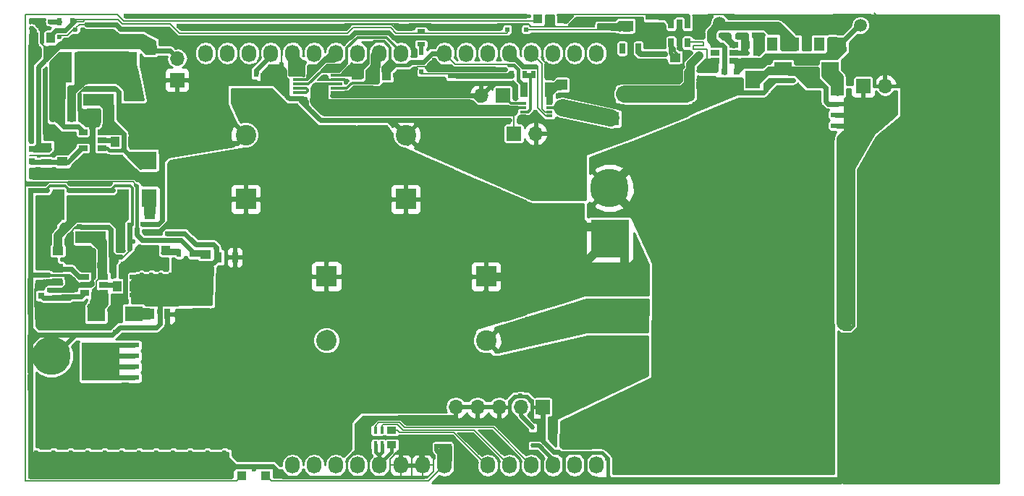
<source format=gtl>
G04 #@! TF.GenerationSoftware,KiCad,Pcbnew,(2017-11-06 revision 9df4ae65e)-makepkg*
G04 #@! TF.CreationDate,2018-10-01T21:36:44-07:00*
G04 #@! TF.ProjectId,MHz_LED_Modulator_v2,4D487A5F4C45445F4D6F64756C61746F,rev?*
G04 #@! TF.SameCoordinates,Original*
G04 #@! TF.FileFunction,Copper,L1,Top,Signal*
G04 #@! TF.FilePolarity,Positive*
%FSLAX46Y46*%
G04 Gerber Fmt 4.6, Leading zero omitted, Abs format (unit mm)*
G04 Created by KiCad (PCBNEW (2017-11-06 revision 9df4ae65e)-makepkg) date 10/01/18 21:36:44*
%MOMM*%
%LPD*%
G01*
G04 APERTURE LIST*
%ADD10R,4.500880X4.500880*%
%ADD11C,4.500880*%
%ADD12O,1.700000X1.700000*%
%ADD13R,1.700000X1.700000*%
%ADD14R,8.510000X7.870000*%
%ADD15R,3.810000X1.620000*%
%ADD16R,1.000000X1.250000*%
%ADD17R,1.250000X1.000000*%
%ADD18R,0.500000X0.500000*%
%ADD19R,2.006600X0.584200*%
%ADD20R,1.107200X0.807200*%
%ADD21R,0.450000X0.807200*%
%ADD22R,0.800000X0.299720*%
%ADD23R,0.450000X0.600000*%
%ADD24R,1.800860X2.100580*%
%ADD25R,3.600000X1.400000*%
%ADD26R,1.400000X3.600000*%
%ADD27R,0.500000X0.900000*%
%ADD28R,1.060000X0.650000*%
%ADD29R,1.400000X0.300000*%
%ADD30R,0.900000X1.700000*%
%ADD31R,0.900000X0.500000*%
%ADD32R,2.100580X1.800860*%
%ADD33R,1.100000X1.100000*%
%ADD34R,0.750000X0.800000*%
%ADD35R,0.700000X1.300000*%
%ADD36R,0.650000X1.060000*%
%ADD37C,2.400000*%
%ADD38R,2.400000X2.400000*%
%ADD39R,1.300000X0.700000*%
%ADD40R,0.650000X1.220000*%
%ADD41R,0.584200X2.006600*%
%ADD42R,5.700001X1.955600*%
%ADD43R,1.600000X1.600000*%
%ADD44R,1.100000X1.600000*%
%ADD45C,1.500000*%
%ADD46C,0.100000*%
%ADD47C,5.000000*%
%ADD48R,1.300000X1.600000*%
%ADD49R,2.000000X1.600000*%
%ADD50O,1.727200X2.032000*%
%ADD51R,1.020000X0.610000*%
%ADD52R,3.810000X4.100000*%
%ADD53R,0.600000X5.610000*%
%ADD54R,1.270000X0.610000*%
%ADD55R,3.545000X4.410000*%
%ADD56R,1.350000X0.600000*%
%ADD57R,1.500000X0.600000*%
%ADD58R,0.800000X0.750000*%
%ADD59C,0.600000*%
%ADD60C,0.600000*%
%ADD61C,0.400000*%
%ADD62C,0.150000*%
%ADD63C,0.200000*%
%ADD64C,0.300000*%
%ADD65C,1.000000*%
%ADD66C,0.500000*%
%ADD67C,0.800000*%
%ADD68C,1.200000*%
%ADD69C,1.800000*%
%ADD70C,0.170000*%
%ADD71C,2.000000*%
%ADD72C,1.500000*%
%ADD73C,0.180000*%
%ADD74C,4.000000*%
%ADD75C,0.250000*%
%ADD76C,0.190000*%
%ADD77C,0.254000*%
G04 APERTURE END LIST*
D10*
X116530000Y-111700000D03*
X176080000Y-97260000D03*
D11*
X110730000Y-111010000D03*
X176060000Y-91350000D03*
D12*
X208270000Y-79410000D03*
D13*
X205730000Y-79410000D03*
D14*
X215543000Y-79415000D03*
D15*
X207603000Y-81955000D03*
X207603000Y-76875000D03*
D12*
X125460000Y-76190000D03*
D13*
X125460000Y-78730000D03*
D12*
X167390000Y-84990000D03*
D13*
X164850000Y-84990000D03*
D16*
X120200000Y-85940000D03*
X118200000Y-85940000D03*
X118410000Y-102830000D03*
X120410000Y-102830000D03*
D12*
X158040000Y-117000000D03*
X160580000Y-117000000D03*
X163120000Y-117000000D03*
X165660000Y-117000000D03*
D13*
X168200000Y-117000000D03*
D17*
X123870000Y-100510000D03*
X123870000Y-102510000D03*
D18*
X119058000Y-98585000D03*
X119058000Y-100785000D03*
D19*
X156560000Y-120546600D03*
X156560000Y-121613400D03*
D20*
X150533601Y-121443600D03*
D21*
X149415000Y-121443600D03*
X148635000Y-121443600D03*
D20*
X147526399Y-121443600D03*
X147526399Y-119736400D03*
D21*
X148645000Y-119736400D03*
X149425000Y-119736400D03*
D20*
X150533601Y-119736400D03*
D22*
X165928000Y-82924300D03*
X165928000Y-82423920D03*
X165928000Y-81926080D03*
X165928000Y-81425700D03*
X169028000Y-81425700D03*
X169028000Y-81926080D03*
X169028000Y-82423920D03*
X169028000Y-82924300D03*
D13*
X163568000Y-80505000D03*
D12*
X161028000Y-80505000D03*
D23*
X167060000Y-121520000D03*
X167060000Y-119420000D03*
D24*
X192808000Y-78625360D03*
X192808000Y-83024640D03*
D19*
X175568000Y-72531600D03*
X175568000Y-73598400D03*
X181278000Y-72458400D03*
X181278000Y-71391600D03*
D25*
X115358000Y-97115000D03*
X115358000Y-89515000D03*
D26*
X119158000Y-93315000D03*
X111558000Y-93315000D03*
D25*
X116278000Y-81045000D03*
X116278000Y-73445000D03*
D26*
X120078000Y-77245000D03*
X112478000Y-77245000D03*
D27*
X134668000Y-77925000D03*
X136168000Y-77925000D03*
D28*
X114458000Y-84795000D03*
X114458000Y-85745000D03*
X114458000Y-86695000D03*
X116658000Y-86695000D03*
X116658000Y-84795000D03*
X116658000Y-85745000D03*
X116858000Y-102715000D03*
X116858000Y-101765000D03*
X116858000Y-103665000D03*
X114658000Y-103665000D03*
X114658000Y-102715000D03*
X114658000Y-101765000D03*
D29*
X139678000Y-80175000D03*
X139678000Y-79675000D03*
X139678000Y-79175000D03*
X139678000Y-78675000D03*
X139678000Y-78175000D03*
X144078000Y-78175000D03*
X144078000Y-78675000D03*
X144078000Y-79175000D03*
X144078000Y-79675000D03*
X144078000Y-80175000D03*
D27*
X166088000Y-78025000D03*
X164588000Y-78025000D03*
D19*
X158148000Y-79298400D03*
X158148000Y-78231600D03*
D18*
X154028000Y-77755000D03*
X154028000Y-75555000D03*
D16*
X170578000Y-79265000D03*
X172578000Y-79265000D03*
D27*
X167138000Y-78035000D03*
X168638000Y-78035000D03*
D30*
X168920000Y-79840000D03*
X166020000Y-79840000D03*
D17*
X146458000Y-80155000D03*
X146458000Y-78155000D03*
D16*
X115268000Y-83065000D03*
X117268000Y-83065000D03*
D31*
X154008000Y-73005000D03*
X154008000Y-74505000D03*
D16*
X149958000Y-78175000D03*
X151958000Y-78175000D03*
D32*
X115968360Y-106085000D03*
X120367640Y-106085000D03*
D24*
X122158000Y-92514640D03*
X122158000Y-88115360D03*
D18*
X166268000Y-72825000D03*
X164068000Y-72825000D03*
D33*
X133028000Y-125025000D03*
X135828000Y-125025000D03*
D34*
X109538000Y-103955000D03*
X109538000Y-102455000D03*
D35*
X124308000Y-106125000D03*
X122408000Y-106125000D03*
D18*
X108388000Y-71855000D03*
X110588000Y-71855000D03*
D36*
X185158000Y-74345000D03*
X183258000Y-74345000D03*
X183258000Y-72145000D03*
X184208000Y-72145000D03*
X185158000Y-72145000D03*
D16*
X110678000Y-73775000D03*
X108678000Y-73775000D03*
D17*
X128768000Y-99125000D03*
X128768000Y-101125000D03*
D33*
X170418000Y-71545000D03*
X167618000Y-71545000D03*
X121308000Y-98605000D03*
X124108000Y-98605000D03*
D17*
X183738000Y-78075000D03*
X183738000Y-76075000D03*
D37*
X133488000Y-85145000D03*
D38*
X133488000Y-92645000D03*
D17*
X112028000Y-88265000D03*
X112028000Y-86265000D03*
D39*
X122268000Y-94655000D03*
X122268000Y-96555000D03*
D35*
X130340000Y-99460000D03*
X132240000Y-99460000D03*
D40*
X179418000Y-75015000D03*
X177518000Y-75015000D03*
X177518000Y-72395000D03*
X178468000Y-72395000D03*
X179418000Y-72395000D03*
D19*
X187408000Y-78628400D03*
X187408000Y-77561600D03*
D41*
X192064600Y-74845000D03*
X193131400Y-74845000D03*
D28*
X188398000Y-75545000D03*
X188398000Y-76495000D03*
X188398000Y-74595000D03*
X190598000Y-74595000D03*
X190598000Y-75545000D03*
X190598000Y-76495000D03*
D42*
X176440000Y-106267800D03*
X176440000Y-101112200D03*
X169620000Y-90782200D03*
X169620000Y-95937800D03*
D27*
X111698000Y-71885000D03*
X113198000Y-71885000D03*
D43*
X177768000Y-80365000D03*
D44*
X178918000Y-83265000D03*
X176618000Y-83265000D03*
D45*
X188918000Y-72055000D03*
D46*
G36*
X218803044Y-85847038D02*
X219045727Y-85883037D01*
X219283713Y-85942649D01*
X219514710Y-86025301D01*
X219736493Y-86130197D01*
X219946927Y-86256326D01*
X220143984Y-86402474D01*
X220325768Y-86567233D01*
X220490527Y-86749017D01*
X220636675Y-86946074D01*
X220762804Y-87156508D01*
X220867700Y-87378291D01*
X220950352Y-87609288D01*
X221009964Y-87847274D01*
X221045963Y-88089957D01*
X221058001Y-88335000D01*
X221058001Y-123335000D01*
X221045963Y-123580043D01*
X221009964Y-123822726D01*
X220950352Y-124060712D01*
X220867700Y-124291709D01*
X220762804Y-124513492D01*
X220636675Y-124723926D01*
X220490527Y-124920983D01*
X220325768Y-125102767D01*
X220143984Y-125267526D01*
X219946927Y-125413674D01*
X219736493Y-125539803D01*
X219514710Y-125644699D01*
X219283713Y-125727351D01*
X219045727Y-125786963D01*
X218803044Y-125822962D01*
X218558001Y-125835000D01*
X218557999Y-125835000D01*
X218312956Y-125822962D01*
X218070273Y-125786963D01*
X217832287Y-125727351D01*
X217601290Y-125644699D01*
X217379507Y-125539803D01*
X217169073Y-125413674D01*
X216972016Y-125267526D01*
X216790232Y-125102767D01*
X216625473Y-124920983D01*
X216479325Y-124723926D01*
X216353196Y-124513492D01*
X216248300Y-124291709D01*
X216165648Y-124060712D01*
X216106036Y-123822726D01*
X216070037Y-123580043D01*
X216057999Y-123335000D01*
X216057999Y-88335000D01*
X216070037Y-88089957D01*
X216106036Y-87847274D01*
X216165648Y-87609288D01*
X216248300Y-87378291D01*
X216353196Y-87156508D01*
X216479325Y-86946074D01*
X216625473Y-86749017D01*
X216790232Y-86567233D01*
X216972016Y-86402474D01*
X217169073Y-86256326D01*
X217379507Y-86130197D01*
X217601290Y-86025301D01*
X217832287Y-85942649D01*
X218070273Y-85883037D01*
X218312956Y-85847038D01*
X218557999Y-85835000D01*
X218558001Y-85835000D01*
X218803044Y-85847038D01*
X218803044Y-85847038D01*
G37*
D47*
X218558000Y-105835000D03*
D34*
X108478000Y-86765000D03*
X108478000Y-88265000D03*
D16*
X111078000Y-82975000D03*
X113078000Y-82975000D03*
D17*
X111498000Y-98725000D03*
X111498000Y-100725000D03*
D27*
X127178000Y-98955000D03*
X125678000Y-98955000D03*
D37*
X152208000Y-85145000D03*
D38*
X152208000Y-92645000D03*
X142918000Y-101695000D03*
D37*
X142918000Y-109195000D03*
X161608000Y-109205000D03*
D38*
X161608000Y-101705000D03*
D48*
X197602870Y-74477049D03*
D49*
X196352870Y-77377049D03*
D48*
X195102870Y-74477049D03*
X200602870Y-74477049D03*
D49*
X201852870Y-77377049D03*
D48*
X203102870Y-74477049D03*
D50*
X156718000Y-75575000D03*
X159258000Y-75575000D03*
X161798000Y-75575000D03*
X164338000Y-75575000D03*
X166878000Y-75575000D03*
X169418000Y-75575000D03*
X171958000Y-75575000D03*
X174498000Y-75575000D03*
D51*
X125860000Y-113575000D03*
X125860000Y-111035000D03*
X125860000Y-112305000D03*
X125860000Y-109765000D03*
D52*
X123755000Y-111670000D03*
D53*
X124755000Y-111670000D03*
X122330000Y-111670000D03*
D54*
X120395000Y-113575000D03*
X120395000Y-111035000D03*
X120395000Y-112305000D03*
X120395000Y-109765000D03*
D55*
X199005370Y-82127049D03*
D56*
X196557870Y-81492049D03*
X196557870Y-80222049D03*
X196557870Y-84032049D03*
X196557870Y-82762049D03*
D57*
X202672870Y-82762049D03*
X202672870Y-84032049D03*
X202672870Y-81492049D03*
X202672870Y-80222049D03*
D58*
X190948000Y-77755000D03*
X189448000Y-77755000D03*
D17*
X122320000Y-77270000D03*
X122320000Y-75270000D03*
X122100000Y-100510000D03*
X122100000Y-102510000D03*
D16*
X114708000Y-100025000D03*
X116708000Y-100025000D03*
D18*
X121148000Y-83005000D03*
X121148000Y-80805000D03*
D45*
X205398000Y-72295000D03*
X202310000Y-78710000D03*
D31*
X113078000Y-102565000D03*
X113078000Y-104065000D03*
D39*
X110128000Y-86415000D03*
X110128000Y-88315000D03*
X111418000Y-104205000D03*
X111418000Y-102305000D03*
D50*
X138938000Y-123825000D03*
X141478000Y-123825000D03*
X144018000Y-123825000D03*
X146558000Y-123825000D03*
X149098000Y-123825000D03*
X151638000Y-123825000D03*
X154178000Y-123825000D03*
X156718000Y-123825000D03*
X161798000Y-123825000D03*
X164338000Y-123825000D03*
X166878000Y-123825000D03*
X169418000Y-123825000D03*
X171958000Y-123825000D03*
X174498000Y-123825000D03*
X128778000Y-75575000D03*
X131318000Y-75575000D03*
X133858000Y-75575000D03*
X136398000Y-75575000D03*
X138938000Y-75575000D03*
X141478000Y-75575000D03*
X144018000Y-75575000D03*
X146558000Y-75575000D03*
X149098000Y-75575000D03*
X151638000Y-75575000D03*
D59*
X173120000Y-87280000D03*
X155430000Y-87460000D03*
X158060000Y-88600000D03*
X160870000Y-89830000D03*
X163540000Y-90990000D03*
X175810000Y-107700000D03*
X179150000Y-104830000D03*
X177650000Y-107700000D03*
X210300000Y-78910000D03*
X210330000Y-80240000D03*
X210510000Y-84380000D03*
X210420000Y-82150000D03*
X207000000Y-78120000D03*
X189860000Y-79670000D03*
X186530000Y-80500000D03*
X186050000Y-81550000D03*
X185210000Y-82590000D03*
X187360000Y-81670000D03*
X189090000Y-80970000D03*
X190898000Y-80185000D03*
X183330000Y-83310000D03*
X164299980Y-83435000D03*
X116210000Y-108570000D03*
X118200000Y-108230000D03*
X127490000Y-78880000D03*
X180500000Y-82840000D03*
X178420000Y-77490000D03*
X184120000Y-81910000D03*
X161950000Y-84900000D03*
X160720000Y-83440000D03*
X121180000Y-85280000D03*
X118790000Y-87750000D03*
X125230000Y-100280000D03*
X125020000Y-102550000D03*
X123330000Y-103570000D03*
X124690000Y-101540000D03*
X122450000Y-101520000D03*
X121300000Y-101550000D03*
X210100000Y-73510000D03*
X208100000Y-74120000D03*
X208350000Y-75580000D03*
X146360000Y-73130000D03*
X153150000Y-75750000D03*
X117900000Y-100100000D03*
X117970000Y-101640000D03*
X120990000Y-104610000D03*
X123370000Y-104620000D03*
X125280000Y-104820000D03*
X127000000Y-75000000D03*
X120010000Y-84820000D03*
X124000000Y-84000000D03*
X123000000Y-85000000D03*
X123000000Y-83000000D03*
X128530000Y-77290000D03*
X127000000Y-77000000D03*
X121558000Y-72695000D03*
X124000000Y-74000000D03*
X131000000Y-83000000D03*
X126000000Y-86000000D03*
X128000000Y-86000000D03*
X130000000Y-86000000D03*
X131000000Y-85000000D03*
X125000000Y-87000000D03*
X127000000Y-87000000D03*
X127000000Y-85000000D03*
X129000000Y-85000000D03*
X129000000Y-83000000D03*
X129000000Y-81000000D03*
X127000000Y-81000000D03*
X127000000Y-83000000D03*
X125000000Y-85000000D03*
X123000000Y-82000000D03*
X125000000Y-83000000D03*
X125000000Y-81000000D03*
X124020000Y-76110000D03*
X129000000Y-79000000D03*
X121948000Y-83015000D03*
X121168000Y-82195000D03*
X120358000Y-83055000D03*
X121158000Y-83815000D03*
X122988000Y-78245000D03*
X122368000Y-80415000D03*
X163890000Y-107490000D03*
X169220000Y-108820000D03*
X164300000Y-109760000D03*
X156350000Y-118250000D03*
X153540000Y-118250000D03*
X175940000Y-125220000D03*
X175740000Y-123030000D03*
X173240000Y-122530000D03*
X165640000Y-115650000D03*
X167660000Y-118720000D03*
X167110000Y-120510000D03*
X164950000Y-119950000D03*
X166260000Y-119630000D03*
X164780000Y-118050000D03*
X168440000Y-121180000D03*
X170390000Y-122530000D03*
X153530000Y-121210000D03*
X155040000Y-121690000D03*
X155080000Y-120530000D03*
X146440000Y-122290000D03*
X146440000Y-119410000D03*
X148270000Y-118780000D03*
X149820000Y-118240000D03*
X152300000Y-118870000D03*
X154860000Y-118870000D03*
X157780000Y-118870000D03*
X160580000Y-118870000D03*
X163260000Y-119450000D03*
X165490000Y-121680000D03*
X167520000Y-122320000D03*
X162860000Y-121140000D03*
X164610000Y-122300000D03*
X163530000Y-122270000D03*
X162230000Y-119930000D03*
X161190000Y-119930000D03*
X160350000Y-121270000D03*
X162100000Y-122340000D03*
X159980000Y-120230000D03*
X158800000Y-120250000D03*
X160890000Y-122350000D03*
X159160000Y-125440000D03*
X160320000Y-123280000D03*
X158110000Y-123330000D03*
X158080000Y-121030000D03*
X152070000Y-120530000D03*
X149820000Y-120590000D03*
X147040000Y-120590000D03*
X130000000Y-125000000D03*
X128000000Y-125000000D03*
X126000000Y-125000000D03*
X124000000Y-125000000D03*
X122000000Y-125000000D03*
X120000000Y-125000000D03*
X118000000Y-125000000D03*
X116000000Y-125000000D03*
X114000000Y-125000000D03*
X110000000Y-125000000D03*
X112000000Y-125000000D03*
X168860000Y-86000000D03*
X178610000Y-85260000D03*
X174760000Y-85570000D03*
X161030000Y-86340000D03*
X202960000Y-108740000D03*
X202980000Y-123080000D03*
X202940000Y-118830000D03*
X202970000Y-113870000D03*
X205280000Y-75850000D03*
X161668000Y-73765000D03*
X180320000Y-76580000D03*
X182430000Y-76630000D03*
X173530000Y-79890000D03*
X171620000Y-78680000D03*
X171620000Y-79930000D03*
X170550000Y-76830000D03*
X169480000Y-77610000D03*
X169388000Y-78465000D03*
X168690000Y-77060000D03*
X180990000Y-84310000D03*
X183430000Y-77120000D03*
X182180000Y-81900000D03*
X178960000Y-81900000D03*
X177720000Y-83310000D03*
X175828000Y-84595000D03*
X172788000Y-83925000D03*
X165410000Y-83500000D03*
X169898000Y-83295000D03*
X168268000Y-83505000D03*
X167348000Y-82475000D03*
X173178000Y-81015000D03*
X170018000Y-80495000D03*
X176328000Y-81705000D03*
X182658000Y-77745000D03*
X180088000Y-78905000D03*
X164998000Y-80825690D03*
X157108000Y-80535000D03*
X158118000Y-80065000D03*
X159208000Y-80535000D03*
X156688000Y-79075000D03*
X159638000Y-79085000D03*
X163798000Y-77435000D03*
X192708000Y-80185000D03*
X150828942Y-73765000D03*
X144950000Y-74330000D03*
X171140000Y-85570000D03*
X179320000Y-107700000D03*
X179750000Y-106190000D03*
X155498000Y-76395000D03*
X154838000Y-77395000D03*
X157948000Y-77435000D03*
X160738000Y-77435000D03*
X176638000Y-71595000D03*
X182248000Y-74515000D03*
X180488000Y-74515000D03*
X180258000Y-73265000D03*
X174268000Y-71595000D03*
X171608000Y-72235000D03*
X192958000Y-73425000D03*
X174078000Y-73625000D03*
X116358000Y-87665000D03*
X114748000Y-87665000D03*
X212348000Y-72145000D03*
X172940000Y-91060000D03*
X172930000Y-92510000D03*
X168210000Y-92480000D03*
X177640000Y-104840000D03*
X174370000Y-104820000D03*
X166800000Y-109270000D03*
X168930000Y-105980000D03*
X171820000Y-108320000D03*
X221110000Y-73140000D03*
X221100000Y-83220000D03*
X221110000Y-81130000D03*
X221110000Y-79120000D03*
X221100000Y-77200000D03*
X221110000Y-75180000D03*
X210590000Y-77890000D03*
X209440000Y-77960000D03*
X209860000Y-75750000D03*
X206330000Y-75630000D03*
X205370000Y-78000000D03*
X205220000Y-76880000D03*
X209980000Y-76920000D03*
X211348000Y-75145000D03*
X211348000Y-77145000D03*
X211348000Y-79145000D03*
X211348000Y-81145000D03*
X211348000Y-83145000D03*
X219348000Y-73145000D03*
X217348000Y-73145000D03*
X215348000Y-73145000D03*
X213348000Y-73145000D03*
X219348000Y-83145000D03*
X217348000Y-83145000D03*
X215348000Y-83145000D03*
X213348000Y-83145000D03*
X213348000Y-81145000D03*
X215348000Y-81145000D03*
X217348000Y-81145000D03*
X219348000Y-81145000D03*
X219348000Y-79145000D03*
X217348000Y-79145000D03*
X215348000Y-79145000D03*
X213348000Y-79145000D03*
X213348000Y-77145000D03*
X215348000Y-77145000D03*
X217348000Y-77145000D03*
X219348000Y-77145000D03*
X219348000Y-75145000D03*
X217348000Y-75145000D03*
X215348000Y-75145000D03*
X213348000Y-75145000D03*
X212348000Y-74145000D03*
X214348000Y-74145000D03*
X216348000Y-74145000D03*
X218348000Y-74145000D03*
X220348000Y-74145000D03*
X220348000Y-76145000D03*
X218348000Y-76145000D03*
X216348000Y-76145000D03*
X214348000Y-76145000D03*
X212348002Y-76145000D03*
X212348000Y-78145000D03*
X214348000Y-78145000D03*
X216348000Y-78145000D03*
X218348000Y-78145000D03*
X220348000Y-78145000D03*
X220348000Y-80145000D03*
X218348000Y-80145000D03*
X216348000Y-80145000D03*
X214348000Y-80145000D03*
X212348000Y-80145000D03*
X212348000Y-82145000D03*
X214348000Y-82145000D03*
X216348000Y-82145000D03*
X218348000Y-82145000D03*
X220348000Y-82145000D03*
X219998000Y-84365000D03*
X217998000Y-84365000D03*
X215998000Y-84365000D03*
X213998000Y-84365000D03*
X211998000Y-84365000D03*
X130998000Y-122365000D03*
X130998000Y-124365000D03*
X128998000Y-122365000D03*
X126998000Y-124365000D03*
X126998000Y-122365000D03*
X125998000Y-123365000D03*
X124998000Y-124365000D03*
X123998000Y-123365000D03*
X122998000Y-122365000D03*
X122998000Y-124365000D03*
X121998000Y-123365000D03*
X120998000Y-122365000D03*
X120998000Y-124365000D03*
X119998000Y-123365000D03*
X118998000Y-122365000D03*
X117998000Y-123365000D03*
X116998000Y-122365000D03*
X116998000Y-124365000D03*
X115998000Y-123365000D03*
X114998000Y-122365000D03*
X113998000Y-123365000D03*
X114998000Y-124365000D03*
X112998000Y-122365000D03*
X111998000Y-123365000D03*
X112998000Y-124365000D03*
X110998000Y-122365000D03*
X108998000Y-122365000D03*
X110998000Y-124365000D03*
X109998000Y-123365000D03*
X108998000Y-124365000D03*
X127998000Y-123365000D03*
X129998000Y-123365000D03*
X128998000Y-124365000D03*
X124998000Y-122365000D03*
X118998000Y-124365000D03*
X206008000Y-125455000D03*
X155438000Y-122755000D03*
X151930000Y-121850000D03*
X202658000Y-125485000D03*
X198448000Y-125485000D03*
X193538000Y-125485000D03*
X188468000Y-125485000D03*
X183418000Y-125485000D03*
X178508000Y-125485000D03*
X173238000Y-125475000D03*
X168138000Y-125485000D03*
X163048000Y-125495000D03*
X156158000Y-125485000D03*
X206228000Y-87645000D03*
X208138000Y-84895000D03*
X162778000Y-79085000D03*
X153938000Y-83445000D03*
X136708000Y-79015000D03*
X198028000Y-72875000D03*
X200318000Y-72855000D03*
X203118000Y-72865000D03*
X197488000Y-78715000D03*
X195258000Y-78715000D03*
X194298000Y-79815000D03*
X190928000Y-78735000D03*
X118650000Y-82230000D03*
X118608000Y-80525000D03*
X117058000Y-79775000D03*
X114728000Y-79785000D03*
X112938000Y-98815000D03*
X112868000Y-97085000D03*
X113968000Y-95885000D03*
X116358000Y-95905000D03*
X117688000Y-96895000D03*
X117708000Y-98535000D03*
X118868000Y-99435000D03*
X119892663Y-98439663D03*
X120298000Y-97605000D03*
X119878000Y-95675000D03*
X132598000Y-76835000D03*
X151568000Y-80535000D03*
X133648000Y-79095000D03*
X135488000Y-78165000D03*
X137668000Y-76855000D03*
X138188000Y-78535000D03*
X138448000Y-80755000D03*
X140468000Y-80905000D03*
X142388000Y-83435000D03*
X146418000Y-83445000D03*
X150458000Y-83455000D03*
X113520000Y-108560000D03*
X120098000Y-107655000D03*
X122798000Y-107655000D03*
X123398000Y-105805000D03*
X121388000Y-95595000D03*
X137168000Y-124985000D03*
X134428000Y-124305000D03*
X140258000Y-125135000D03*
X145308000Y-125135000D03*
X150398000Y-125135000D03*
X131778000Y-125125000D03*
X108258009Y-125124990D03*
X108258000Y-121585000D03*
X108258000Y-118065000D03*
X108258009Y-114745000D03*
X108258009Y-105878526D03*
X108258009Y-108565000D03*
X108258000Y-99425000D03*
X108258000Y-96995000D03*
X108258000Y-94155000D03*
X108308000Y-91635000D03*
X110268000Y-91605010D03*
X108258009Y-101946472D03*
X115458000Y-91605000D03*
X117928000Y-91605010D03*
X112768000Y-91605010D03*
X165198000Y-72435000D03*
X169008000Y-71595000D03*
X125645841Y-72355011D03*
X127898000Y-72475000D03*
X132278000Y-72545000D03*
X137588000Y-72535000D03*
X142798000Y-72525000D03*
X145408000Y-72395000D03*
X152018000Y-72505000D03*
X155048000Y-72655000D03*
X156838000Y-72505000D03*
X160438000Y-72535000D03*
X163138000Y-72535000D03*
X162998000Y-71255000D03*
X159068000Y-71235000D03*
X154768000Y-71255000D03*
X151228000Y-71255000D03*
X146168000Y-71235000D03*
X141498000Y-71255000D03*
X136158000Y-71255000D03*
X130818000Y-71255000D03*
X126728000Y-71255000D03*
X122728000Y-71245000D03*
X119428619Y-71245000D03*
X166238000Y-71245000D03*
X124298000Y-96655000D03*
X126308000Y-96675000D03*
X127678000Y-97985000D03*
X130008000Y-98275000D03*
X123858000Y-88075000D03*
X123508000Y-90295000D03*
X123728000Y-93135000D03*
X123738000Y-95145000D03*
X110008000Y-82185000D03*
X110018000Y-79605000D03*
X110013342Y-77610342D03*
X119628000Y-88975000D03*
X121488000Y-90855000D03*
X129988000Y-77015000D03*
X113548000Y-72835000D03*
X114918000Y-72195000D03*
X111668000Y-73685000D03*
X116888000Y-72195000D03*
X123918000Y-72825000D03*
X118828000Y-72695030D03*
X156688000Y-73765000D03*
X152728000Y-73775000D03*
X149128000Y-73125000D03*
X142868000Y-73785000D03*
X138948000Y-73775000D03*
X133858000Y-73775000D03*
X172498000Y-77365000D03*
X173530000Y-78570000D03*
X165998000Y-86365000D03*
X166270000Y-90920000D03*
X172050000Y-89320000D03*
X172970000Y-89850000D03*
X170490000Y-89340000D03*
X168970000Y-89340000D03*
X155910000Y-85570000D03*
X158498000Y-86365000D03*
X163498000Y-86365000D03*
X158498000Y-83435000D03*
X155968000Y-83445000D03*
X154028000Y-80525000D03*
X148388000Y-79685000D03*
X145378000Y-80275000D03*
X149678000Y-79615000D03*
X147698000Y-80535000D03*
X152928000Y-78145000D03*
X151958000Y-79275000D03*
X150998000Y-78185000D03*
X145308000Y-78835000D03*
X142608000Y-78445000D03*
X128498000Y-73865000D03*
X125998000Y-73865000D03*
X130938000Y-79095000D03*
X187438000Y-71265000D03*
X199098000Y-74575000D03*
X165138000Y-73765000D03*
X168418000Y-73805000D03*
X123550000Y-101540000D03*
X186058000Y-72595000D03*
X188768000Y-78655000D03*
X188518000Y-79365000D03*
X187568000Y-79375000D03*
X186518000Y-79385000D03*
X185028000Y-75785000D03*
X210130000Y-71300000D03*
X204798000Y-74205000D03*
X206628000Y-73045000D03*
X181098000Y-73285000D03*
X173070000Y-105400000D03*
X171530000Y-92490000D03*
X167738000Y-87385000D03*
X167280000Y-89360000D03*
X114258000Y-83305000D03*
X114318000Y-82315000D03*
X116248000Y-83425000D03*
X116248000Y-82295000D03*
X128290000Y-103530000D03*
X126380000Y-103580000D03*
X127698000Y-101855000D03*
X127708000Y-100295000D03*
X126340000Y-102470000D03*
X120140000Y-101740000D03*
X121470000Y-103590000D03*
X124790000Y-103610000D03*
X115608000Y-99925000D03*
X121200000Y-86490000D03*
X110718000Y-90085000D03*
X115428000Y-88315000D03*
X108298000Y-77905000D03*
X108298000Y-75695000D03*
X121578000Y-78235000D03*
X122928000Y-76295000D03*
X121688000Y-76305000D03*
X111568000Y-103265000D03*
X113068000Y-86755000D03*
X113228000Y-85895000D03*
X123498000Y-86365000D03*
X119120000Y-83700000D03*
X175188000Y-77255000D03*
X175378000Y-78555000D03*
X112678000Y-101645010D03*
X177108000Y-78905000D03*
X184208000Y-73525000D03*
X182618000Y-78895000D03*
X176678000Y-76255000D03*
X170768000Y-73985000D03*
X172358000Y-73985000D03*
X179488000Y-73535000D03*
X178458000Y-73835000D03*
X178488000Y-75495000D03*
X176108000Y-74355000D03*
X111048692Y-87355692D03*
X109268000Y-75025000D03*
X108428000Y-72665000D03*
X108298000Y-80305000D03*
X108298000Y-82755000D03*
X108298010Y-85715000D03*
X117668000Y-90075000D03*
X108588000Y-90095000D03*
X129310000Y-104870000D03*
X129228000Y-102055000D03*
X129228000Y-100165000D03*
X126080000Y-101460000D03*
X127350000Y-104840000D03*
X182028000Y-73295000D03*
X166430000Y-106720000D03*
X218498000Y-123865000D03*
X213498000Y-123865000D03*
X208498000Y-123865000D03*
X218498000Y-118865000D03*
X213498000Y-118865000D03*
X208498000Y-118865000D03*
X218498000Y-113865000D03*
X213498000Y-113865000D03*
X208498000Y-113865000D03*
X218498000Y-108865000D03*
X213498000Y-108865000D03*
X208498000Y-108865000D03*
X218498000Y-103865000D03*
X213498000Y-103865000D03*
X208498000Y-103865000D03*
X218498000Y-98865000D03*
X213498000Y-98865000D03*
X208498000Y-98865000D03*
X218498000Y-93865000D03*
X213498000Y-93865000D03*
X208498000Y-93865000D03*
X218498000Y-88865000D03*
X213498000Y-88865000D03*
X208498000Y-88865000D03*
X214348000Y-72145000D03*
X182508000Y-75585000D03*
X180058000Y-75585000D03*
X181278000Y-75585000D03*
X220998000Y-121365000D03*
X220998000Y-116365000D03*
X220998000Y-111365000D03*
X220998000Y-106365000D03*
X220998000Y-101365000D03*
X220998000Y-96365000D03*
X220998000Y-91365000D03*
X220998000Y-86365000D03*
X215998000Y-86365000D03*
X210998000Y-86365000D03*
X215998000Y-91365000D03*
X210998000Y-91365000D03*
X215998000Y-96365000D03*
X210998000Y-96365000D03*
X215998000Y-101365000D03*
X210998000Y-101365000D03*
X215998000Y-106365000D03*
X210998000Y-106365000D03*
X215998000Y-111365000D03*
X210998000Y-111365000D03*
X215998000Y-116365000D03*
X210998000Y-116365000D03*
X215998000Y-121365000D03*
X210998000Y-121365000D03*
X205998000Y-121365000D03*
X205998000Y-116365000D03*
X205998000Y-111365000D03*
X205998000Y-106365000D03*
X205998000Y-101365000D03*
X205998000Y-96365000D03*
X205998000Y-91365000D03*
X220348000Y-72145000D03*
X216348000Y-72145000D03*
X218348000Y-72145000D03*
X212348000Y-72145000D03*
X206598000Y-71265000D03*
X208348000Y-72145000D03*
X202118000Y-71255000D03*
X198138000Y-71255000D03*
X194228000Y-71255000D03*
X190538000Y-71245000D03*
X130998000Y-81365000D03*
X110428000Y-84525000D03*
X111888000Y-84975000D03*
X113348000Y-84975000D03*
X113898000Y-88295000D03*
X113098000Y-90085000D03*
X117028000Y-88305000D03*
X193938000Y-73425000D03*
X162809990Y-83435000D03*
X184550000Y-77080000D03*
X189078000Y-73475000D03*
X186638000Y-75735000D03*
X185958000Y-76385000D03*
X192048000Y-73425000D03*
X190988000Y-73665000D03*
X190038000Y-73815000D03*
X122418000Y-103575000D03*
X120140000Y-103920000D03*
X113448000Y-99995000D03*
X114048000Y-98645000D03*
X115478000Y-98635000D03*
X193908000Y-75165000D03*
X193918000Y-74265000D03*
X174050000Y-107710000D03*
X171160000Y-105240000D03*
X173080000Y-107070000D03*
X176150000Y-104830000D03*
X166650000Y-92350000D03*
X162788000Y-87385000D03*
X165178000Y-87345000D03*
X169920000Y-92510000D03*
X112578000Y-103265000D03*
X113588000Y-103265000D03*
X110498000Y-103265000D03*
D60*
X111010000Y-111070000D02*
X110700000Y-111070000D01*
X113520000Y-108560000D02*
X111010000Y-111070000D01*
X109045000Y-108565000D02*
X108290000Y-107810000D01*
X108258009Y-108565000D02*
X109060000Y-108565000D01*
X109060000Y-108565000D02*
X109500000Y-108565000D01*
X109060000Y-108565000D02*
X109045000Y-108565000D01*
X108350000Y-109450000D02*
X108320000Y-109450000D01*
X109500000Y-108565000D02*
X114188000Y-108565000D01*
X109500000Y-108565000D02*
X109235000Y-108565000D01*
X109235000Y-108565000D02*
X108350000Y-109450000D01*
X117850000Y-108580000D02*
X117830000Y-108560000D01*
X117830000Y-108560000D02*
X113944264Y-108560000D01*
X118200000Y-108230000D02*
X117850000Y-108580000D01*
D61*
X211420000Y-79410000D02*
X211470000Y-79360000D01*
X208270000Y-79410000D02*
X211420000Y-79410000D01*
X208230000Y-79420000D02*
X208240000Y-79430000D01*
X206990000Y-79420000D02*
X208230000Y-79420000D01*
X206990000Y-77200000D02*
X206990000Y-79420000D01*
X207315000Y-76875000D02*
X206990000Y-77200000D01*
X207603000Y-76875000D02*
X207315000Y-76875000D01*
D60*
X207603000Y-76875000D02*
X207603000Y-77007000D01*
X190920000Y-80220000D02*
X183340000Y-83310000D01*
X183340000Y-83310000D02*
X183330000Y-83310000D01*
X189570000Y-80180000D02*
X189570000Y-80160000D01*
X187710000Y-81460000D02*
X188630000Y-80540000D01*
X186690000Y-81460000D02*
X187380000Y-81460000D01*
X187380000Y-81460000D02*
X187690000Y-81460000D01*
X187380000Y-81460000D02*
X187710000Y-81460000D01*
X189040000Y-80470000D02*
X189300000Y-80279756D01*
X189198000Y-80165000D02*
X188898001Y-80464999D01*
X188898001Y-80464999D02*
X188575001Y-80464999D01*
X165400010Y-83399990D02*
X165400010Y-83440000D01*
X165568000Y-83075000D02*
X165720000Y-83075000D01*
X165720000Y-83075000D02*
X166748000Y-83075000D01*
X165720000Y-83075000D02*
X165720000Y-83080000D01*
X165720000Y-83080000D02*
X165400010Y-83399990D01*
X162809990Y-83435000D02*
X164299980Y-83435000D01*
X113954264Y-108570000D02*
X114350000Y-108570000D01*
X113520000Y-108560000D02*
X113944264Y-108560000D01*
X113944264Y-108560000D02*
X113954264Y-108570000D01*
X114600000Y-108560000D02*
X114170000Y-108560000D01*
X108258009Y-108989264D02*
X108258009Y-114750000D01*
X108258009Y-108565000D02*
X108258009Y-108989264D01*
X118781517Y-107668483D02*
X118210000Y-108240000D01*
X118781517Y-107655000D02*
X118781517Y-107668483D01*
X162809990Y-83435000D02*
X163935000Y-83435000D01*
X187630002Y-81480000D02*
X187690000Y-81480000D01*
X189040000Y-80010000D02*
X189040000Y-80470000D01*
X189570000Y-80010000D02*
X189040000Y-80010000D01*
X189570000Y-80190000D02*
X189570000Y-80010000D01*
X186518000Y-81288000D02*
X186690000Y-81460000D01*
X186518000Y-79385000D02*
X186518000Y-81288000D01*
X190885000Y-80185000D02*
X190920000Y-80220000D01*
X190920000Y-80220000D02*
X190880000Y-80180000D01*
X192708000Y-80185000D02*
X190885000Y-80185000D01*
X188200000Y-79870000D02*
X188210000Y-79870000D01*
X188520000Y-80190000D02*
X188200000Y-79870000D01*
X190468736Y-80190000D02*
X188520000Y-80190000D01*
X190898000Y-80185000D02*
X190473736Y-80185000D01*
X190473736Y-80185000D02*
X190468736Y-80190000D01*
X161295072Y-83435000D02*
X162809990Y-83435000D01*
X160004990Y-83435010D02*
X160005000Y-83435000D01*
X159607388Y-83435010D02*
X160004990Y-83435010D01*
X160005000Y-83435000D02*
X161295072Y-83435000D01*
D61*
X167030000Y-117000000D02*
X166950000Y-117080000D01*
X168200000Y-117000000D02*
X167030000Y-117000000D01*
D60*
X167990000Y-118650000D02*
X168110000Y-118530000D01*
X167680000Y-118650000D02*
X167990000Y-118650000D01*
X167660000Y-118670000D02*
X167680000Y-118650000D01*
X167660000Y-118720000D02*
X167660000Y-118670000D01*
X168200000Y-120945037D02*
X168267481Y-121012518D01*
X168200000Y-117000000D02*
X168200000Y-120945037D01*
X132215000Y-123925000D02*
X131250000Y-122960000D01*
X132217998Y-123925000D02*
X132730000Y-123925000D01*
X132730000Y-123925000D02*
X135978000Y-123925000D01*
X132730000Y-123925000D02*
X132215000Y-123925000D01*
X131110000Y-123240000D02*
X131900000Y-124030000D01*
X131110000Y-123230000D02*
X131110000Y-123240000D01*
X130890000Y-123450000D02*
X131110000Y-123230000D01*
X130890000Y-123690000D02*
X130890000Y-123450000D01*
X131125000Y-123925000D02*
X130890000Y-123690000D01*
X132217998Y-123925000D02*
X131125000Y-123925000D01*
X194728736Y-78820000D02*
X194720000Y-78820000D01*
X195258000Y-78715000D02*
X194833736Y-78715000D01*
X194833736Y-78715000D02*
X194728736Y-78820000D01*
X195687264Y-78720000D02*
X197500000Y-78720000D01*
X195258000Y-78715000D02*
X195682264Y-78715000D01*
X195682264Y-78715000D02*
X195687264Y-78720000D01*
X108490000Y-101520000D02*
X110400000Y-101520000D01*
X108258009Y-101751991D02*
X108490000Y-101520000D01*
X108258009Y-101946472D02*
X108258009Y-101751991D01*
X108258009Y-101946472D02*
X108258009Y-105880000D01*
X114577963Y-108565000D02*
X114140000Y-108565000D01*
X122870000Y-73070000D02*
X122840000Y-73040000D01*
X123248736Y-73070000D02*
X122870000Y-73070000D01*
X123918000Y-72825000D02*
X123493736Y-72825000D01*
X123493736Y-72825000D02*
X123248736Y-73070000D01*
X121558000Y-72695000D02*
X124000000Y-74010000D01*
X124000000Y-74010000D02*
X124000000Y-74000000D01*
D62*
X139500000Y-74100000D02*
X139400000Y-74200000D01*
X139500000Y-74090000D02*
X139500000Y-74100000D01*
X139540000Y-74130000D02*
X139500000Y-74090000D01*
X139540000Y-74180000D02*
X139540000Y-74130000D01*
X139410000Y-74310000D02*
X139540000Y-74180000D01*
X139410000Y-74370000D02*
X139410000Y-74310000D01*
X139247999Y-74207999D02*
X139410000Y-74370000D01*
X138948000Y-73775000D02*
X139247999Y-74074999D01*
X139247999Y-74074999D02*
X139247999Y-74207999D01*
X111547264Y-87430000D02*
X112250000Y-87430000D01*
X111048692Y-87355692D02*
X111472956Y-87355692D01*
X111472956Y-87355692D02*
X111547264Y-87430000D01*
X123400000Y-86680000D02*
X123400000Y-87300000D01*
X123690000Y-86390000D02*
X123400000Y-86680000D01*
X123690000Y-86680000D02*
X123690000Y-86390000D01*
X123690000Y-87482736D02*
X123690000Y-86680000D01*
X123858000Y-88075000D02*
X123858000Y-87650736D01*
X123858000Y-87650736D02*
X123690000Y-87482736D01*
D63*
X165138000Y-73765000D02*
X165640000Y-74267000D01*
X114757991Y-79465009D02*
X114451500Y-79771500D01*
X118340000Y-79630000D02*
X118175009Y-79465009D01*
X118340000Y-79640000D02*
X118340000Y-79630000D01*
X118175009Y-79465009D02*
X114757991Y-79465009D01*
X118258000Y-79775000D02*
X118258000Y-79722000D01*
X118258000Y-79722000D02*
X118340000Y-79640000D01*
X113838010Y-80384990D02*
X113956500Y-80266500D01*
X113838010Y-82259274D02*
X113838010Y-80384990D01*
X114318000Y-82315000D02*
X113893736Y-82315000D01*
X113893736Y-82315000D02*
X113838010Y-82259274D01*
X110540831Y-87510000D02*
X108200000Y-87510000D01*
X111048692Y-87355692D02*
X110695139Y-87355692D01*
X110695139Y-87355692D02*
X110540831Y-87510000D01*
D60*
X115268000Y-83065000D02*
X115268000Y-83132000D01*
X132500000Y-86100000D02*
X128600000Y-86100000D01*
X133455000Y-85145000D02*
X132500000Y-86100000D01*
X133488000Y-85145000D02*
X133455000Y-85145000D01*
X161560000Y-109200000D02*
X161608000Y-109205000D01*
D61*
X157660000Y-118470000D02*
X152270000Y-118470000D01*
X157850000Y-118280000D02*
X157660000Y-118470000D01*
X157930000Y-118280000D02*
X157850000Y-118280000D01*
X157800000Y-118150000D02*
X157930000Y-118280000D01*
X151409960Y-118150000D02*
X157800000Y-118150000D01*
X151314980Y-118244980D02*
X151409960Y-118150000D01*
X151657456Y-118244980D02*
X151314980Y-118244980D01*
X166950000Y-118471458D02*
X167188542Y-118710000D01*
X166950000Y-116280000D02*
X166950000Y-118471458D01*
X166810000Y-116140000D02*
X166380000Y-115710000D01*
X166810000Y-116140000D02*
X166950000Y-116280000D01*
X167660000Y-118720000D02*
X167235736Y-118720000D01*
X173530000Y-122380000D02*
X173220000Y-122690000D01*
X172600000Y-122380000D02*
X173640000Y-122380000D01*
X173640000Y-122380000D02*
X174350000Y-122380000D01*
X173640000Y-122380000D02*
X173530000Y-122380000D01*
X175830000Y-123000000D02*
X175830000Y-123260000D01*
X175730000Y-122900000D02*
X175830000Y-123000000D01*
X175210000Y-122380000D02*
X175730000Y-122900000D01*
X174350000Y-122380000D02*
X175210000Y-122380000D01*
X175830000Y-125560000D02*
X175820000Y-125570000D01*
X175830000Y-123060000D02*
X175830000Y-125560000D01*
X175140000Y-122370000D02*
X175830000Y-123060000D01*
X173870000Y-122370000D02*
X175140000Y-122370000D01*
X173760000Y-122480000D02*
X173870000Y-122370000D01*
X173230000Y-123010000D02*
X173760000Y-122480000D01*
X170690000Y-122820000D02*
X171090000Y-122420000D01*
X170690000Y-122830000D02*
X170690000Y-122820000D01*
X172600000Y-122380000D02*
X170240000Y-122380000D01*
X173230000Y-123010000D02*
X172600000Y-122380000D01*
X173230000Y-125042736D02*
X173230000Y-123010000D01*
X173238000Y-125475000D02*
X173238000Y-125050736D01*
X173238000Y-125050736D02*
X173230000Y-125042736D01*
X164322081Y-117000000D02*
X163110000Y-117000000D01*
X164380000Y-116290000D02*
X164380000Y-116940000D01*
X164380000Y-116940000D02*
X164380000Y-117690000D01*
X164380000Y-116940000D02*
X164380000Y-116942081D01*
X164380000Y-116942081D02*
X164322081Y-117000000D01*
X164380000Y-117690000D02*
X164850000Y-118160000D01*
X164960000Y-115710000D02*
X164380000Y-116290000D01*
X166380000Y-115710000D02*
X164960000Y-115710000D01*
X168200000Y-117000000D02*
X167670000Y-117000000D01*
D60*
X166280000Y-121010000D02*
X166490000Y-120800000D01*
X166280000Y-121470000D02*
X166280000Y-121010000D01*
X166220000Y-121530000D02*
X166280000Y-121470000D01*
X166220000Y-121380000D02*
X166220000Y-121530000D01*
X166280000Y-122075002D02*
X166280000Y-121440000D01*
X166280000Y-121440000D02*
X166220000Y-121380000D01*
X167520000Y-122300000D02*
X166470000Y-122300000D01*
X166470000Y-122300000D02*
X166102476Y-122300000D01*
X166470000Y-122300000D02*
X166470000Y-122265002D01*
X166470000Y-122265002D02*
X166280000Y-122075002D01*
X167480000Y-120220000D02*
X167750000Y-119950000D01*
X166570000Y-120220000D02*
X167480000Y-120220000D01*
X164430000Y-117880000D02*
X163800000Y-118510000D01*
X164630000Y-117880000D02*
X164430000Y-117880000D01*
X164990000Y-118240000D02*
X164630000Y-117880000D01*
X166270000Y-119629962D02*
X164990000Y-118349962D01*
X164990000Y-118349962D02*
X164990000Y-118240000D01*
X166570000Y-120220000D02*
X166270000Y-119920000D01*
X166270000Y-119920000D02*
X166270000Y-119629962D01*
X167300000Y-120220000D02*
X166570000Y-120220000D01*
X167460000Y-120380000D02*
X167300000Y-120220000D01*
X167450000Y-120380000D02*
X167460000Y-120380000D01*
X167984962Y-120730000D02*
X167800000Y-120730000D01*
X167800000Y-120730000D02*
X167450000Y-120380000D01*
X167810000Y-117590000D02*
X167800000Y-117580000D01*
X167810000Y-118890000D02*
X167650000Y-118730000D01*
X167730000Y-120690000D02*
X167810000Y-120610000D01*
X167810000Y-120610000D02*
X167810000Y-118890000D01*
X167984962Y-120730000D02*
X167770000Y-120730000D01*
X167770000Y-120730000D02*
X167730000Y-120690000D01*
X164500000Y-119350000D02*
X164500000Y-118840000D01*
X165880000Y-120730000D02*
X164500000Y-119350000D01*
X167984962Y-120730000D02*
X165880000Y-120730000D01*
X170132519Y-122272519D02*
X169527481Y-122272519D01*
X169527481Y-122272519D02*
X167984962Y-120730000D01*
X170450000Y-122590000D02*
X170132519Y-122272519D01*
D61*
X170690000Y-122830000D02*
X170450000Y-122590000D01*
X170690000Y-125430000D02*
X170690000Y-122830000D01*
X170670000Y-125450000D02*
X170690000Y-125430000D01*
D60*
X178578000Y-125485000D02*
X170670000Y-125485000D01*
X170670000Y-125485000D02*
X166150000Y-125485000D01*
D61*
X170670000Y-125485000D02*
X170670000Y-125450000D01*
X157366600Y-120546600D02*
X158200000Y-121380000D01*
X156560000Y-120546600D02*
X157366600Y-120546600D01*
X157830000Y-120840000D02*
X155380000Y-120840000D01*
X158020000Y-121030000D02*
X157830000Y-120840000D01*
X158080000Y-121030000D02*
X158020000Y-121030000D01*
X155140000Y-121107998D02*
X155140000Y-122480000D01*
X156560000Y-120546600D02*
X155701398Y-120546600D01*
X155701398Y-120546600D02*
X155140000Y-121107998D01*
X155060000Y-122390000D02*
X155450000Y-122780000D01*
X155060000Y-120425010D02*
X155060000Y-121400000D01*
X155060000Y-121400000D02*
X155060000Y-121860000D01*
X155060000Y-121400000D02*
X155060000Y-122390000D01*
X155040000Y-121020000D02*
X155000000Y-121020000D01*
X155513400Y-120546600D02*
X155040000Y-121020000D01*
X156560000Y-120546600D02*
X155513400Y-120546600D01*
X157670000Y-120630000D02*
X158060000Y-121020000D01*
X154390000Y-120630000D02*
X157670000Y-120630000D01*
X154380000Y-120620000D02*
X154390000Y-120630000D01*
X154380000Y-120425010D02*
X154380000Y-120620000D01*
X157619432Y-120425010D02*
X154380000Y-120425010D01*
X158080000Y-120885578D02*
X157619432Y-120425010D01*
X158080000Y-121030000D02*
X158080000Y-120885578D01*
X155060000Y-121860000D02*
X155000000Y-121920000D01*
X152225010Y-120425010D02*
X152020000Y-120425010D01*
X152020000Y-120425010D02*
X151430000Y-120425010D01*
X152020000Y-120425010D02*
X155060000Y-120425010D01*
D63*
X147650000Y-122860000D02*
X147260000Y-122470000D01*
X147770000Y-122860000D02*
X147650000Y-122860000D01*
X147770000Y-122650000D02*
X147770000Y-122860000D01*
X147840000Y-122580000D02*
X147770000Y-122650000D01*
X147840000Y-125180000D02*
X147840000Y-123370000D01*
X147840000Y-123370000D02*
X147840000Y-123197211D01*
X147840000Y-123370000D02*
X147840000Y-122580000D01*
X146080000Y-122450000D02*
X146180000Y-122350000D01*
X145880000Y-122490000D02*
X145920000Y-122450000D01*
X145920000Y-122450000D02*
X146280000Y-122090000D01*
X145920000Y-122450000D02*
X146080000Y-122450000D01*
X145880000Y-122490000D02*
X146580000Y-122490000D01*
X145290000Y-123080000D02*
X145880000Y-122490000D01*
X145290000Y-123690000D02*
X145290000Y-123080000D01*
X145290000Y-125204000D02*
X145290000Y-123690000D01*
X145308000Y-125222000D02*
X145290000Y-125204000D01*
X145308000Y-125135000D02*
X145308000Y-125222000D01*
X146980000Y-122300000D02*
X146670000Y-121990000D01*
X147040000Y-122300000D02*
X146980000Y-122300000D01*
X146740001Y-120889999D02*
X146470000Y-121160000D01*
X147040000Y-120590000D02*
X146740001Y-120889999D01*
X146740001Y-120280001D02*
X146500000Y-120040000D01*
X147040000Y-120590000D02*
X146740001Y-120290001D01*
X146740001Y-120290001D02*
X146740001Y-120280001D01*
X146510000Y-120670000D02*
X147060000Y-120670000D01*
X146440000Y-120740000D02*
X146510000Y-120670000D01*
X146440000Y-120610000D02*
X146440000Y-120740000D01*
X146970000Y-120470000D02*
X146560000Y-120470000D01*
X147110000Y-120610000D02*
X146970000Y-120470000D01*
D60*
X146440000Y-119055597D02*
X146440000Y-120610000D01*
X146440000Y-120610000D02*
X146440000Y-122290000D01*
D63*
X146440000Y-120610000D02*
X147110000Y-120610000D01*
X147076389Y-122433600D02*
X147196395Y-122553606D01*
X147040000Y-122300000D02*
X147076389Y-122336389D01*
X146490000Y-122300000D02*
X147040000Y-122300000D01*
X147076389Y-122336389D02*
X147076389Y-122433600D01*
X146450000Y-122340000D02*
X146490000Y-122300000D01*
X146450000Y-122410000D02*
X146450000Y-122340000D01*
X146530000Y-122490000D02*
X146450000Y-122410000D01*
X147132789Y-122490000D02*
X146530000Y-122490000D01*
X147840000Y-123197211D02*
X147132789Y-122490000D01*
X147860000Y-125200000D02*
X147840000Y-125180000D01*
D61*
X137937990Y-125234990D02*
X147860000Y-125234990D01*
X147860000Y-125234990D02*
X148971600Y-125234990D01*
D63*
X147860000Y-125234990D02*
X147860000Y-125200000D01*
D60*
X148190000Y-118600000D02*
X147500000Y-118600000D01*
X148545019Y-118244981D02*
X148190000Y-118600000D01*
X148980000Y-118244981D02*
X148545019Y-118244981D01*
X148840343Y-118244981D02*
X148980000Y-118244981D01*
X147250617Y-118244980D02*
X146635597Y-118860000D01*
X146635597Y-118860000D02*
X146440000Y-119055597D01*
X146635597Y-118860000D02*
X148225324Y-118860000D01*
X148225324Y-118860000D02*
X148840343Y-118244981D01*
X146440000Y-122290000D02*
X146430000Y-122290000D01*
X151657456Y-118244980D02*
X147250617Y-118244980D01*
X152287446Y-118874970D02*
X151657456Y-118244980D01*
X162677446Y-118874970D02*
X152287446Y-118874970D01*
X163766238Y-119963762D02*
X162677446Y-118874970D01*
X165641238Y-121838762D02*
X163766238Y-119963762D01*
X166102476Y-122300000D02*
X165641238Y-121838762D01*
X167992000Y-122772000D02*
X167520000Y-122300000D01*
D61*
X168138000Y-125485000D02*
X168138000Y-122772000D01*
X157980000Y-125000000D02*
X158010000Y-125030000D01*
X157980000Y-120785578D02*
X157980000Y-125000000D01*
X157947211Y-120752789D02*
X157980000Y-120785578D01*
X160487211Y-123292789D02*
X157947211Y-120752789D01*
X160010000Y-123730000D02*
X160050000Y-123730000D01*
X158260000Y-125480000D02*
X160010000Y-123730000D01*
X160050000Y-123730000D02*
X160487211Y-123292789D01*
X156587264Y-125480000D02*
X158260000Y-125480000D01*
X156158000Y-125485000D02*
X156582264Y-125485000D01*
X156582264Y-125485000D02*
X156587264Y-125480000D01*
D63*
X150340000Y-125100000D02*
X150340000Y-123820000D01*
X150340000Y-123820000D02*
X150340000Y-123077211D01*
X150340000Y-123820000D02*
X151640000Y-123820000D01*
X150983611Y-122433600D02*
X150818606Y-122598605D01*
X151050000Y-122310000D02*
X150983611Y-122376389D01*
X152120000Y-122310000D02*
X151050000Y-122310000D01*
X150983611Y-122376389D02*
X150983611Y-122433600D01*
X152160000Y-122350000D02*
X152120000Y-122310000D01*
X152160000Y-122490000D02*
X152160000Y-122350000D01*
X150927211Y-122490000D02*
X152160000Y-122490000D01*
X150340000Y-123077211D02*
X150927211Y-122490000D01*
X150375000Y-125135000D02*
X150340000Y-125100000D01*
X150398000Y-125135000D02*
X150375000Y-125135000D01*
D61*
X155000000Y-122390000D02*
X151750000Y-122390000D01*
X155460000Y-122850000D02*
X155000000Y-122390000D01*
X156160000Y-120425010D02*
X156160000Y-120530000D01*
X152663000Y-120570000D02*
X152230000Y-120570000D01*
X152230000Y-120570000D02*
X146950000Y-120570000D01*
X152230000Y-120570000D02*
X152230000Y-120430000D01*
X152230000Y-120430000D02*
X152225010Y-120425010D01*
X154038000Y-121045000D02*
X153138000Y-121045000D01*
X153138000Y-121045000D02*
X152663000Y-120570000D01*
X161550000Y-120250000D02*
X163610000Y-122310000D01*
X161550000Y-120100000D02*
X161550000Y-120250000D01*
X162250000Y-120100000D02*
X161550000Y-120100000D01*
X164420000Y-122270000D02*
X162250000Y-120100000D01*
D63*
X164170000Y-121820000D02*
X164620000Y-122270000D01*
X164620000Y-122270000D02*
X165420000Y-123070000D01*
D61*
X164620000Y-122270000D02*
X164420000Y-122270000D01*
X161890000Y-122360000D02*
X161910000Y-122380000D01*
X160920000Y-122360000D02*
X161890000Y-122360000D01*
X158710000Y-120150000D02*
X160920000Y-122360000D01*
X158650000Y-120150000D02*
X158710000Y-120150000D01*
X158710000Y-120210000D02*
X158650000Y-120150000D01*
X159910000Y-120210000D02*
X158710000Y-120210000D01*
X162090000Y-122390000D02*
X159910000Y-120210000D01*
D63*
X161010000Y-121190000D02*
X162210000Y-122390000D01*
X162210000Y-122390000D02*
X163040000Y-123220000D01*
D61*
X162210000Y-122390000D02*
X162090000Y-122390000D01*
D63*
X160800000Y-122540000D02*
X162420000Y-122540000D01*
X160797554Y-122542446D02*
X160800000Y-122540000D01*
X158280108Y-120025000D02*
X160797554Y-122542446D01*
X160065000Y-120025000D02*
X158280108Y-120025000D01*
X163060000Y-123009632D02*
X161220368Y-121170000D01*
X161220368Y-121170000D02*
X161080368Y-121030000D01*
X161220368Y-121170000D02*
X161210000Y-121170000D01*
X161210000Y-121170000D02*
X160065000Y-120025000D01*
X161380000Y-119980000D02*
X161410000Y-120010000D01*
X161420000Y-119980000D02*
X161380000Y-119980000D01*
X161510000Y-119890000D02*
X161420000Y-119980000D01*
X162260000Y-119890000D02*
X161700000Y-119890000D01*
X161700000Y-119890000D02*
X161070000Y-119890000D01*
X161700000Y-119890000D02*
X161510000Y-119890000D01*
X163500000Y-122360000D02*
X160940000Y-119800000D01*
X164560000Y-122360000D02*
X163500000Y-122360000D01*
X163520000Y-122360000D02*
X164560000Y-122360000D01*
X162370000Y-121210000D02*
X163520000Y-122360000D01*
X161070000Y-119890000D02*
X162370000Y-121190000D01*
X162370000Y-121190000D02*
X162370000Y-121210000D01*
X164870000Y-122500000D02*
X162260000Y-119890000D01*
X164910000Y-122500000D02*
X164870000Y-122500000D01*
X163500000Y-122500000D02*
X164910000Y-122500000D01*
X163484816Y-122515184D02*
X163500000Y-122500000D01*
X160694622Y-119724990D02*
X163484816Y-122515184D01*
X161900000Y-119724990D02*
X160694622Y-119724990D01*
X162314990Y-119724990D02*
X161900000Y-119724990D01*
X165620000Y-123019632D02*
X164350368Y-121750000D01*
X164350368Y-121750000D02*
X164215184Y-121614816D01*
X164350368Y-121750000D02*
X164340000Y-121750000D01*
X164340000Y-121750000D02*
X162314990Y-119724990D01*
X165920000Y-125120000D02*
X165930000Y-125130000D01*
X165770000Y-125120000D02*
X165920000Y-125120000D01*
X165720000Y-125170000D02*
X165770000Y-125120000D01*
X165720000Y-124820000D02*
X165720000Y-125170000D01*
X165680000Y-124780000D02*
X165720000Y-124820000D01*
X166150000Y-125250000D02*
X165680000Y-124780000D01*
D60*
X166150000Y-125485000D02*
X165610000Y-125485000D01*
D63*
X166150000Y-125485000D02*
X166150000Y-125250000D01*
X165610000Y-124480000D02*
X166580000Y-125450000D01*
X165480000Y-124610000D02*
X165610000Y-124480000D01*
X165480000Y-124860000D02*
X165480000Y-124610000D01*
X165470000Y-125270000D02*
X165300000Y-125100000D01*
X165480000Y-125270000D02*
X165470000Y-125270000D01*
X165480000Y-124860000D02*
X165480000Y-125270000D01*
X165560000Y-124780000D02*
X165480000Y-124860000D01*
X165080000Y-125260000D02*
X165560000Y-124780000D01*
X164830000Y-125260000D02*
X165080000Y-125260000D01*
X164750000Y-125340000D02*
X164830000Y-125260000D01*
X165620000Y-125360000D02*
X165620000Y-124470000D01*
X165620000Y-124470000D02*
X165620000Y-123019632D01*
X165620000Y-124470000D02*
X164750000Y-125340000D01*
X165430000Y-123070000D02*
X165610000Y-123250000D01*
X165420000Y-123070000D02*
X165530000Y-123180000D01*
X165420000Y-123070000D02*
X165430000Y-123070000D01*
X164170000Y-121660000D02*
X164170000Y-121820000D01*
X164215184Y-121614816D02*
X164170000Y-121660000D01*
X165610000Y-125370000D02*
X165620000Y-125360000D01*
D60*
X165610000Y-125485000D02*
X160488000Y-125485000D01*
D63*
X165610000Y-125485000D02*
X165610000Y-125370000D01*
X163290000Y-125280000D02*
X163140000Y-125130000D01*
X163410000Y-125280000D02*
X163290000Y-125280000D01*
X163150000Y-125020000D02*
X163410000Y-125280000D01*
X163150000Y-124770000D02*
X163150000Y-125020000D01*
X163070000Y-124690000D02*
X163150000Y-124770000D01*
X163660000Y-125280000D02*
X163070000Y-124690000D01*
X163910000Y-125280000D02*
X163660000Y-125280000D01*
X163960000Y-125330000D02*
X163910000Y-125280000D01*
X163070000Y-124440000D02*
X163960000Y-125330000D01*
X162560000Y-124950000D02*
X163070000Y-124440000D01*
X162560000Y-125120000D02*
X162560000Y-124950000D01*
X162870000Y-125120000D02*
X162560000Y-125120000D01*
X162910000Y-125160000D02*
X162870000Y-125120000D01*
X162910000Y-125190000D02*
X162910000Y-125160000D01*
X162910000Y-124800000D02*
X162910000Y-125190000D01*
X162980000Y-124730000D02*
X162910000Y-124800000D01*
X162480000Y-125230000D02*
X162980000Y-124730000D01*
X162280000Y-125230000D02*
X162480000Y-125230000D01*
X162180000Y-125330000D02*
X162280000Y-125230000D01*
X163060000Y-124450000D02*
X162180000Y-125330000D01*
X163060000Y-125058736D02*
X163060000Y-124320000D01*
X163060000Y-124320000D02*
X163060000Y-123009632D01*
X163060000Y-124320000D02*
X163060000Y-124450000D01*
X161010000Y-121070000D02*
X161010000Y-121190000D01*
X161050000Y-121030000D02*
X161010000Y-121070000D01*
X161080368Y-121030000D02*
X161050000Y-121030000D01*
X163048000Y-125495000D02*
X163048000Y-125070736D01*
X163048000Y-125070736D02*
X163060000Y-125058736D01*
D62*
X161700000Y-123904524D02*
X161700000Y-123920000D01*
X151500801Y-120000000D02*
X157795476Y-120000000D01*
X157795476Y-120000000D02*
X161700000Y-123904524D01*
X150533601Y-119736400D02*
X151237201Y-119736400D01*
X151237201Y-119736400D02*
X151500801Y-120000000D01*
D61*
X148879199Y-123600000D02*
X149190000Y-123600000D01*
X149160801Y-123620000D02*
X149010000Y-123620000D01*
X150533601Y-121443600D02*
X150533601Y-122247200D01*
X150533601Y-122247200D02*
X149160801Y-123620000D01*
X149110000Y-123470000D02*
X149100000Y-123470000D01*
X149110000Y-122570000D02*
X149110000Y-123470000D01*
X149410000Y-122270000D02*
X149110000Y-122570000D01*
X149410000Y-121627200D02*
X149410000Y-122270000D01*
X149415000Y-121443600D02*
X149415000Y-121622200D01*
X149415000Y-121622200D02*
X149410000Y-121627200D01*
X149110000Y-123820000D02*
X149110000Y-123480000D01*
X149110000Y-122722200D02*
X149110000Y-123820000D01*
X148635000Y-121443600D02*
X148635000Y-122247200D01*
X148635000Y-122247200D02*
X149110000Y-122722200D01*
X174720000Y-85420000D02*
X174738000Y-85295000D01*
D60*
X173720000Y-73980000D02*
X174090000Y-73610000D01*
X168620000Y-73980000D02*
X173720000Y-73980000D01*
X168405000Y-73765000D02*
X168620000Y-73980000D01*
X150828942Y-73765000D02*
X168405000Y-73765000D01*
D64*
X165928000Y-82924300D02*
X165785700Y-82924300D01*
D60*
X165622264Y-83435000D02*
X165910000Y-83147264D01*
X177700000Y-84370000D02*
X177710000Y-84380000D01*
X177600000Y-81815010D02*
X176808008Y-81815010D01*
X177600000Y-81815010D02*
X177700000Y-81915010D01*
X177700000Y-81915010D02*
X177700000Y-84370000D01*
D65*
X172200000Y-100890000D02*
X172190000Y-100900000D01*
X172450000Y-100890000D02*
X172200000Y-100890000D01*
X173080000Y-100260000D02*
X172450000Y-100890000D01*
X176080000Y-97260000D02*
X173080000Y-100260000D01*
X176040000Y-97390000D02*
X176040000Y-97400000D01*
X176030000Y-97380000D02*
X176040000Y-97390000D01*
X176030000Y-96640000D02*
X176030000Y-97380000D01*
X175327800Y-95937800D02*
X176030000Y-96640000D01*
X169620000Y-95937800D02*
X175327800Y-95937800D01*
X176430000Y-97250000D02*
X176080000Y-97250000D01*
X177840000Y-98660000D02*
X176430000Y-97250000D01*
X177840000Y-100780000D02*
X177840000Y-98660000D01*
X177507800Y-101112200D02*
X177840000Y-100780000D01*
X176440000Y-101112200D02*
X177507800Y-101112200D01*
X161600000Y-101580000D02*
X161580000Y-101580000D01*
X161810000Y-101790000D02*
X161600000Y-101580000D01*
X166300000Y-101790000D02*
X161810000Y-101790000D01*
X175018000Y-101117200D02*
X175018000Y-101068000D01*
D66*
X161610000Y-101790000D02*
X161610000Y-101760000D01*
X166360000Y-101790000D02*
X161610000Y-101790000D01*
D60*
X116470000Y-113150000D02*
X116470000Y-111780000D01*
X116895000Y-113575000D02*
X116470000Y-113150000D01*
X120395000Y-113575000D02*
X116895000Y-113575000D01*
X116390000Y-111970000D02*
X116390000Y-111670000D01*
X116725000Y-112305000D02*
X116390000Y-111970000D01*
X120395000Y-112305000D02*
X116725000Y-112305000D01*
X116520000Y-111210000D02*
X116520000Y-111650000D01*
X116695000Y-111035000D02*
X116520000Y-111210000D01*
X120395000Y-111035000D02*
X116695000Y-111035000D01*
X116510000Y-110020000D02*
X116510000Y-111710000D01*
X116765000Y-109765000D02*
X116510000Y-110020000D01*
X120395000Y-109765000D02*
X116765000Y-109765000D01*
D65*
X178330878Y-93590000D02*
X181000000Y-93590000D01*
X178320439Y-93600439D02*
X178330878Y-93590000D01*
X176060000Y-91350000D02*
X178310439Y-93600439D01*
X178310439Y-93600439D02*
X178320439Y-93600439D01*
X178940000Y-88510000D02*
X179540000Y-88510000D01*
X178350439Y-89099561D02*
X178940000Y-88510000D01*
X176060000Y-91350000D02*
X178310439Y-89099561D01*
X178310439Y-89099561D02*
X178350439Y-89099561D01*
D60*
X123545000Y-75270000D02*
X122320000Y-75270000D01*
X124780000Y-75460000D02*
X124590000Y-75270000D01*
X124590000Y-75270000D02*
X123545000Y-75270000D01*
X125460000Y-76140000D02*
X124780000Y-75460000D01*
X125460000Y-76160000D02*
X125460000Y-76140000D01*
D66*
X113500000Y-106970000D02*
X113490000Y-106970000D01*
X114060000Y-107530000D02*
X113500000Y-106970000D01*
X117590000Y-107530000D02*
X114060000Y-107530000D01*
X117770000Y-107350000D02*
X117590000Y-107530000D01*
X117770000Y-107310000D02*
X117770000Y-107350000D01*
X117758000Y-107298000D02*
X117770000Y-107310000D01*
X117758000Y-105627806D02*
X117758000Y-107298000D01*
X119389999Y-103730001D02*
X119380000Y-103740000D01*
X119389999Y-102100001D02*
X119389999Y-103730001D01*
D60*
X119389999Y-101089999D02*
X119389999Y-102100001D01*
X119389999Y-103559999D02*
X119389999Y-104070001D01*
D62*
X117620000Y-107520000D02*
X117810000Y-107330000D01*
D60*
X118340000Y-105120000D02*
X118280000Y-105120000D01*
X119389999Y-104070001D02*
X118340000Y-105120000D01*
X119085000Y-100785000D02*
X119389999Y-101089999D01*
X119058000Y-100785000D02*
X119085000Y-100785000D01*
D63*
X164850000Y-82330000D02*
X164650000Y-82130000D01*
X164850000Y-83940000D02*
X164850000Y-82330000D01*
X164850000Y-84990000D02*
X164850000Y-83940000D01*
D60*
X186488000Y-78625000D02*
X186478010Y-78634990D01*
X186518000Y-78625000D02*
X186488000Y-78625000D01*
X186878000Y-78985000D02*
X186518000Y-78625000D01*
X186878000Y-79275000D02*
X186878000Y-78985000D01*
X184557990Y-77152157D02*
X184557990Y-77105000D01*
X184327990Y-77382157D02*
X184557990Y-77152157D01*
X184327990Y-78725010D02*
X184327990Y-77382157D01*
X182137387Y-78904990D02*
X184148010Y-78904990D01*
X184148010Y-78904990D02*
X184327990Y-78725010D01*
X176317990Y-79345010D02*
X176758010Y-78904990D01*
X176758010Y-78904990D02*
X182137387Y-78904990D01*
X176808008Y-81815010D02*
X176317990Y-81324992D01*
X176317990Y-81324992D02*
X176317990Y-79345010D01*
X176248000Y-84689919D02*
X176698000Y-84735000D01*
X170548000Y-80445000D02*
X170018000Y-80495000D01*
X170958000Y-80525000D02*
X170548000Y-80445000D01*
X174028000Y-81195000D02*
X170958000Y-80525000D01*
X177058000Y-81865000D02*
X174028000Y-81195000D01*
X177568000Y-82075000D02*
X177058000Y-81865000D01*
X177448000Y-81915000D02*
X177568000Y-82075000D01*
X177758000Y-82315000D02*
X177448000Y-81915000D01*
X178008000Y-82745000D02*
X177758000Y-82315000D01*
X178078000Y-83185000D02*
X178008000Y-82745000D01*
X178058000Y-83525000D02*
X178078000Y-83185000D01*
X177928000Y-83985000D02*
X178058000Y-83525000D01*
X177528000Y-84435000D02*
X177928000Y-83985000D01*
X177138000Y-84645000D02*
X177528000Y-84435000D01*
X176698000Y-84735000D02*
X177138000Y-84645000D01*
X176248000Y-84689919D02*
X176278000Y-84695000D01*
X169478000Y-83605000D02*
X169478000Y-83685000D01*
X169718000Y-83485000D02*
X169478000Y-83605000D01*
X169918000Y-83285000D02*
X169718000Y-83485000D01*
X176278000Y-84695000D02*
X169918000Y-83285000D01*
X169638839Y-83524161D02*
X169478000Y-83685000D01*
X169478000Y-83685000D02*
X169668000Y-83495000D01*
X168267999Y-83524161D02*
X169638839Y-83524161D01*
X162168000Y-79415000D02*
X160968000Y-80615000D01*
X162168000Y-79270736D02*
X162168000Y-79415000D01*
X162778000Y-79085000D02*
X162353736Y-79085000D01*
X162353736Y-79085000D02*
X162168000Y-79270736D01*
X168177999Y-83291753D02*
X168177999Y-83434161D01*
X167341246Y-82455000D02*
X168177999Y-83291753D01*
X168177999Y-83434161D02*
X168267999Y-83524161D01*
X166748000Y-83044484D02*
X167337484Y-82455000D01*
X166748000Y-83075000D02*
X166748000Y-83044484D01*
X167337484Y-82455000D02*
X167341246Y-82455000D01*
X155968000Y-83445000D02*
X160178000Y-83445000D01*
X160178000Y-83445000D02*
X160188000Y-83435000D01*
X168683010Y-77970010D02*
X168683010Y-77055000D01*
X168958000Y-78035000D02*
X168748000Y-78035000D01*
X168748000Y-78035000D02*
X168683010Y-77970010D01*
X168958000Y-77165000D02*
X168978000Y-77145000D01*
X168958000Y-78035000D02*
X168958000Y-77165000D01*
X170038000Y-77155000D02*
X169068000Y-77155000D01*
X170408000Y-77525000D02*
X170038000Y-77155000D01*
X172458000Y-77525000D02*
X170408000Y-77525000D01*
X172498000Y-77485000D02*
X172458000Y-77525000D01*
X172498000Y-77365000D02*
X172498000Y-77485000D01*
X153277992Y-78314992D02*
X153428000Y-78465000D01*
X153318000Y-77355010D02*
X153277992Y-77395018D01*
X153277992Y-77395018D02*
X153277992Y-78314992D01*
X152978000Y-77695010D02*
X153318000Y-77355010D01*
X152978000Y-77995000D02*
X152978000Y-77695010D01*
X153538000Y-78555000D02*
X152978000Y-77995000D01*
X156368000Y-78555000D02*
X153538000Y-78555000D01*
X156628000Y-78815000D02*
X156368000Y-78555000D01*
X156628000Y-78535010D02*
X156628000Y-78815000D01*
X156478000Y-78535010D02*
X156628000Y-78535010D01*
X156478000Y-78685000D02*
X156478000Y-78535010D01*
X156878000Y-79085000D02*
X156478000Y-78685000D01*
X157108000Y-79085000D02*
X156878000Y-79085000D01*
X159388000Y-79085000D02*
X157108000Y-79085000D01*
X162778000Y-79085000D02*
X164258000Y-79085000D01*
X164258000Y-79085000D02*
X164758000Y-79085000D01*
X164258000Y-79085000D02*
X159388000Y-79085000D01*
X164998000Y-79325000D02*
X164998000Y-80825690D01*
X164758000Y-79085000D02*
X164998000Y-79325000D01*
X149187953Y-79665010D02*
X148808000Y-79665010D01*
X149678000Y-79285000D02*
X150108000Y-79285000D01*
X150108000Y-79285000D02*
X152728000Y-79285000D01*
X150108000Y-79285000D02*
X149567963Y-79285000D01*
X149567963Y-79285000D02*
X149187953Y-79665010D01*
X152728000Y-79285000D02*
X152878000Y-79135000D01*
X153127990Y-77355010D02*
X153308000Y-77355010D01*
X152978000Y-79035000D02*
X152978000Y-77505000D01*
X152758047Y-79254953D02*
X152978000Y-79035000D01*
X152978000Y-77505000D02*
X153127990Y-77355010D01*
X149678000Y-79615000D02*
X149678000Y-79285000D01*
X157803500Y-80535000D02*
X156758000Y-80535000D01*
X158148000Y-79298400D02*
X158148000Y-80190500D01*
X158148000Y-80190500D02*
X157803500Y-80535000D01*
X162535157Y-77435000D02*
X163798000Y-77435000D01*
X161438000Y-77435000D02*
X162535157Y-77435000D01*
X162168000Y-79425000D02*
X162508000Y-79085000D01*
X160198613Y-80534990D02*
X160718614Y-81054991D01*
X146098010Y-80534990D02*
X145478000Y-80534990D01*
X145478000Y-80534990D02*
X143588010Y-80534990D01*
X145478000Y-80534990D02*
X160198613Y-80534990D01*
X146458000Y-80155000D02*
X146458000Y-80175000D01*
X146458000Y-80175000D02*
X146098010Y-80534990D01*
D63*
X170028000Y-76945000D02*
X170688000Y-76285000D01*
X168798000Y-76945000D02*
X170028000Y-76945000D01*
X168148000Y-76295000D02*
X168798000Y-76945000D01*
X168148000Y-74499264D02*
X168148000Y-76295000D01*
D60*
X191398000Y-78655000D02*
X191398000Y-79885000D01*
X191398000Y-79255000D02*
X188608000Y-79255000D01*
X189192264Y-78655000D02*
X191398000Y-78655000D01*
X190238000Y-79775000D02*
X190588651Y-80125651D01*
X190588651Y-80125651D02*
X191548651Y-80125651D01*
X191288000Y-79775000D02*
X190238000Y-79775000D01*
X191598000Y-80085000D02*
X191288000Y-79775000D01*
X191398000Y-79885000D02*
X191598000Y-80085000D01*
X188768000Y-78655000D02*
X189192264Y-78655000D01*
X149253736Y-79615000D02*
X149688000Y-79615000D01*
X148388000Y-79665010D02*
X149203726Y-79665010D01*
X149203726Y-79665010D02*
X149253736Y-79615000D01*
X148388000Y-79685000D02*
X148388000Y-79665010D01*
D63*
X189528000Y-71045000D02*
X187578000Y-71045000D01*
X189528000Y-71045000D02*
X189538000Y-71045000D01*
X190428000Y-71045000D02*
X189528000Y-71045000D01*
X190538000Y-71155000D02*
X190428000Y-71045000D01*
X190538000Y-71245000D02*
X190538000Y-71155000D01*
D60*
X159607378Y-83435000D02*
X159617386Y-83445008D01*
X158498000Y-83435000D02*
X159607378Y-83435000D01*
X184557990Y-77125000D02*
X184557990Y-77115000D01*
X182808000Y-77125000D02*
X184557990Y-77125000D01*
X182568000Y-76885000D02*
X182808000Y-77125000D01*
X182568000Y-76465010D02*
X182568000Y-76885000D01*
X179327336Y-76465010D02*
X182568000Y-76465010D01*
X179172264Y-76359264D02*
X179278010Y-76465010D01*
X179278010Y-76465010D02*
X179327336Y-76465010D01*
X178928000Y-76359264D02*
X179172264Y-76359264D01*
X178488000Y-75495000D02*
X178488000Y-75919264D01*
X178488000Y-75919264D02*
X178928000Y-76359264D01*
D63*
X184408000Y-74735000D02*
X184408000Y-75055000D01*
X184208000Y-74535000D02*
X184408000Y-74735000D01*
D60*
X184208000Y-73275000D02*
X184208000Y-74435000D01*
X184208000Y-74435000D02*
X184208000Y-74815000D01*
D63*
X184208000Y-74435000D02*
X184208000Y-74535000D01*
X184008000Y-75075000D02*
X184008000Y-74835000D01*
X184438000Y-75125000D02*
X184058000Y-75125000D01*
X184058000Y-75125000D02*
X184008000Y-75075000D01*
X184628000Y-75315000D02*
X184438000Y-75125000D01*
X185518000Y-75315000D02*
X184758000Y-75315000D01*
X184758000Y-75315000D02*
X184668000Y-75315000D01*
X184758000Y-75315000D02*
X184628000Y-75315000D01*
X185518000Y-75545000D02*
X185518000Y-75315000D01*
X185558000Y-75585000D02*
X185518000Y-75545000D01*
X185428000Y-75585000D02*
X185558000Y-75585000D01*
X185508000Y-75345000D02*
X185508000Y-75335000D01*
X185508000Y-75425000D02*
X185508000Y-75345000D01*
X185447999Y-75485001D02*
X185508000Y-75425000D01*
X185028000Y-75785000D02*
X185327999Y-75485001D01*
X185327999Y-75485001D02*
X185447999Y-75485001D01*
X184757990Y-76564336D02*
X184757990Y-77235000D01*
X185168000Y-76125000D02*
X185168000Y-76154326D01*
X185146242Y-76103242D02*
X185168000Y-76125000D01*
X185168000Y-76154326D02*
X184757990Y-76564336D01*
X184936242Y-76103242D02*
X185146242Y-76103242D01*
D60*
X185454484Y-75585000D02*
X184936242Y-76103242D01*
X185454484Y-75585000D02*
X185507326Y-75532158D01*
X185454484Y-75585000D02*
X185486242Y-75553242D01*
X185228000Y-75785000D02*
X185428000Y-75585000D01*
X185428000Y-75585000D02*
X185454484Y-75585000D01*
X185028000Y-75785000D02*
X185228000Y-75785000D01*
X155688000Y-77145000D02*
X155548000Y-77005000D01*
X156128000Y-77145000D02*
X155688000Y-77145000D01*
X157800169Y-77435000D02*
X157988000Y-77435000D01*
X157228000Y-77135000D02*
X157500169Y-77135000D01*
X157218000Y-77145000D02*
X157228000Y-77135000D01*
X157500169Y-77135000D02*
X157800169Y-77435000D01*
X156128000Y-77145000D02*
X157218000Y-77145000D01*
X155498000Y-76515000D02*
X156128000Y-77145000D01*
X155498000Y-76395000D02*
X155498000Y-76515000D01*
X155154463Y-76738537D02*
X155498000Y-76395000D01*
X155151537Y-76738537D02*
X155154463Y-76738537D01*
X155156537Y-76733537D02*
X155141537Y-76748537D01*
X155151537Y-76738537D02*
X155156537Y-76733537D01*
X154828000Y-77062074D02*
X155151537Y-76738537D01*
X154838000Y-77235000D02*
X154828000Y-77225000D01*
X154828000Y-77225000D02*
X154828000Y-77062074D01*
X154838000Y-77395000D02*
X154838000Y-77235000D01*
X155378000Y-77434990D02*
X154838000Y-77434990D01*
X154977990Y-77434990D02*
X155378000Y-77434990D01*
X154838000Y-77395000D02*
X154938000Y-77395000D01*
X154938000Y-77395000D02*
X154977990Y-77434990D01*
X159470179Y-77434990D02*
X161438000Y-77434990D01*
X155208000Y-77395000D02*
X155247990Y-77434990D01*
X154838000Y-77395000D02*
X155208000Y-77395000D01*
X155247990Y-77434990D02*
X159470179Y-77434990D01*
D63*
X151958000Y-78175000D02*
X152658000Y-78175000D01*
X152658000Y-78175000D02*
X152818000Y-78335000D01*
X152948000Y-77705000D02*
X152948000Y-78165000D01*
X153497990Y-77155010D02*
X152948000Y-77705000D01*
X154452221Y-77155010D02*
X153497990Y-77155010D01*
X159355110Y-77235000D02*
X156028000Y-77235000D01*
X156028000Y-77235000D02*
X155868000Y-77235000D01*
X156028000Y-77235000D02*
X155475120Y-77235000D01*
X155475120Y-77235000D02*
X155395130Y-77155010D01*
X155395130Y-77155010D02*
X154452221Y-77155010D01*
X162305120Y-77235000D02*
X159355110Y-77235000D01*
X162568000Y-77255000D02*
X162548000Y-77235000D01*
X162638000Y-77255000D02*
X162568000Y-77255000D01*
X162548000Y-77235000D02*
X162305120Y-77235000D01*
X162828000Y-77445000D02*
X162638000Y-77255000D01*
X166838000Y-72435000D02*
X166958000Y-72435000D01*
X164423031Y-72155011D02*
X166558011Y-72155011D01*
X166558011Y-72155011D02*
X166838000Y-72435000D01*
X162817989Y-72355011D02*
X163017989Y-72155011D01*
X162787989Y-72355011D02*
X162817989Y-72355011D01*
X163017989Y-72155011D02*
X164423031Y-72155011D01*
X176648000Y-71795000D02*
X176828000Y-71615000D01*
X174668000Y-71795000D02*
X176648000Y-71795000D01*
X173998000Y-71795000D02*
X174668000Y-71795000D01*
X173698000Y-71495000D02*
X173998000Y-71795000D01*
X174518000Y-71445000D02*
X173698000Y-71445000D01*
X173698000Y-71445000D02*
X172358000Y-71445000D01*
X173698000Y-71445000D02*
X173698000Y-71495000D01*
X182598000Y-72995000D02*
X182398000Y-72795000D01*
X182758000Y-72995000D02*
X182598000Y-72995000D01*
X182848000Y-73085000D02*
X182758000Y-72995000D01*
X182028000Y-72265000D02*
X182848000Y-73085000D01*
X181958000Y-72265000D02*
X182028000Y-72265000D01*
X181764600Y-72458400D02*
X181958000Y-72265000D01*
X181278000Y-72458400D02*
X181764600Y-72458400D01*
D60*
X173768000Y-72055000D02*
X173778000Y-72065000D01*
X171988000Y-72055000D02*
X173768000Y-72055000D01*
X172358000Y-71685000D02*
X171988000Y-72055000D01*
X172438000Y-71685000D02*
X172358000Y-71685000D01*
X174028000Y-71685000D02*
X172438000Y-71685000D01*
X174028000Y-71875000D02*
X174028000Y-71685000D01*
D63*
X174028000Y-71875000D02*
X174028000Y-72185000D01*
X174458000Y-71445000D02*
X174028000Y-71875000D01*
X179658000Y-71445000D02*
X174518000Y-71445000D01*
X174518000Y-71445000D02*
X174458000Y-71445000D01*
X179228000Y-71625000D02*
X179748000Y-71625000D01*
X179008000Y-71405000D02*
X179228000Y-71625000D01*
X178848000Y-71405000D02*
X179008000Y-71405000D01*
X178878000Y-71405000D02*
X178848000Y-71405000D01*
X179418000Y-71945000D02*
X178878000Y-71405000D01*
X179418000Y-72395000D02*
X179418000Y-71945000D01*
X176808010Y-71634990D02*
X177008000Y-71435000D01*
X174513022Y-71634990D02*
X176808010Y-71634990D01*
X174208000Y-72295000D02*
X174208000Y-71940012D01*
X174208000Y-71940012D02*
X174513022Y-71634990D01*
X174158000Y-72345000D02*
X174208000Y-72295000D01*
X174098000Y-72345000D02*
X174158000Y-72345000D01*
X174028000Y-72275000D02*
X174098000Y-72345000D01*
X171668000Y-72275000D02*
X174028000Y-72275000D01*
X171598000Y-72205000D02*
X171668000Y-72275000D01*
X172358000Y-71445000D02*
X171598000Y-72205000D01*
X179738000Y-71525000D02*
X179658000Y-71445000D01*
X179808000Y-71525000D02*
X179738000Y-71525000D01*
X179808000Y-72065000D02*
X179808000Y-71525000D01*
X179748000Y-72125000D02*
X179808000Y-72065000D01*
D60*
X180203736Y-72535000D02*
X179748000Y-72535000D01*
X179748000Y-72535000D02*
X179498000Y-72535000D01*
D63*
X179748000Y-72535000D02*
X179748000Y-72125000D01*
X179968000Y-71395010D02*
X179968000Y-72225000D01*
X176063022Y-71395010D02*
X179968000Y-71395010D01*
X171308000Y-72244998D02*
X172157988Y-71395010D01*
X171308000Y-72385000D02*
X171308000Y-72244998D01*
X172157988Y-71395010D02*
X176063022Y-71395010D01*
X171308000Y-72245002D02*
X171308000Y-72385000D01*
X171307998Y-72245000D02*
X171308000Y-72245002D01*
X174208000Y-72245000D02*
X171307998Y-72245000D01*
X174208000Y-72435000D02*
X174208000Y-72245000D01*
X169448000Y-72265000D02*
X168748000Y-72265000D01*
X169598000Y-72415000D02*
X169448000Y-72265000D01*
X169238000Y-72055000D02*
X169598000Y-72415000D01*
X169238000Y-71835000D02*
X169238000Y-72055000D01*
X169008000Y-71605000D02*
X169238000Y-71835000D01*
X169008000Y-71595000D02*
X169008000Y-71605000D01*
X172168000Y-72365000D02*
X173078000Y-71455000D01*
X169868000Y-72435000D02*
X172168000Y-72435000D01*
X172168000Y-72435000D02*
X174208000Y-72435000D01*
X172168000Y-72435000D02*
X172168000Y-72365000D01*
X168558010Y-72434990D02*
X169867990Y-72434990D01*
X169867990Y-72434990D02*
X169868000Y-72435000D01*
X174718000Y-73375000D02*
X174748000Y-73405000D01*
X166908000Y-73375000D02*
X174718000Y-73375000D01*
X166708000Y-73575000D02*
X166908000Y-73375000D01*
X165818000Y-73575000D02*
X166708000Y-73575000D01*
X165648000Y-73405000D02*
X165818000Y-73575000D01*
X165178000Y-73405000D02*
X165648000Y-73405000D01*
X166728000Y-73405000D02*
X165178000Y-73405000D01*
X166748000Y-73385000D02*
X166728000Y-73405000D01*
X166918000Y-73215000D02*
X166748000Y-73385000D01*
X167628000Y-73215000D02*
X166918000Y-73215000D01*
X174218000Y-73215000D02*
X167628000Y-73215000D01*
X175828000Y-73215000D02*
X176138000Y-73215000D01*
X176138000Y-73215000D02*
X176758000Y-73215000D01*
X176138000Y-73215000D02*
X174218000Y-73215000D01*
X176908000Y-73365000D02*
X176998000Y-73365000D01*
X176998000Y-73365000D02*
X179048000Y-73365000D01*
X176998000Y-73365000D02*
X176488000Y-73365000D01*
X179048000Y-73365000D02*
X179158000Y-73255000D01*
X176758000Y-73215000D02*
X176908000Y-73365000D01*
X175568000Y-73598400D02*
X175568000Y-73475000D01*
X175568000Y-73475000D02*
X175828000Y-73215000D01*
X154218000Y-125135000D02*
X154888000Y-125135000D01*
X154758000Y-125135000D02*
X154218000Y-125135000D01*
X154788000Y-125165000D02*
X154758000Y-125135000D01*
X154718010Y-125234990D02*
X154788000Y-125165000D01*
D61*
X148971600Y-125234990D02*
X153988000Y-125234990D01*
X153988000Y-125234990D02*
X154238000Y-125234990D01*
D63*
X153988000Y-125234990D02*
X154718010Y-125234990D01*
X154168000Y-125051000D02*
X154168000Y-125235000D01*
X154178000Y-123825000D02*
X154178000Y-125041000D01*
X154178000Y-125041000D02*
X154168000Y-125051000D01*
X154698010Y-125334990D02*
X154118000Y-125334990D01*
X155458000Y-123825000D02*
X155458000Y-124575000D01*
X155458000Y-124575000D02*
X154698010Y-125334990D01*
D61*
X137837990Y-125134990D02*
X137937990Y-125234990D01*
D60*
X137837990Y-125134990D02*
X137838000Y-125134990D01*
X136568000Y-123925000D02*
X136628000Y-123925000D01*
X136628000Y-123925000D02*
X137837990Y-125134990D01*
X135978000Y-123925000D02*
X136568000Y-123925000D01*
X131778000Y-125125000D02*
X131778000Y-124364998D01*
X131778000Y-124364998D02*
X132217998Y-123925000D01*
D62*
X160209990Y-119699990D02*
X164340000Y-123830000D01*
X151859393Y-119699990D02*
X160209990Y-119699990D01*
X149537800Y-119070000D02*
X151229403Y-119070000D01*
X151229403Y-119070000D02*
X151859393Y-119699990D01*
X149425000Y-119736400D02*
X149425000Y-119182800D01*
X149425000Y-119182800D02*
X149537800Y-119070000D01*
X162459980Y-119399980D02*
X166910000Y-123850000D01*
X152069980Y-119399980D02*
X162459980Y-119399980D01*
X148645000Y-119182800D02*
X149057810Y-118769990D01*
X148645000Y-119736400D02*
X148645000Y-119182800D01*
X149057810Y-118769990D02*
X151439990Y-118769990D01*
X151439990Y-118769990D02*
X152069980Y-119399980D01*
D66*
X167775000Y-121510000D02*
X167050000Y-121510000D01*
X169418000Y-123825000D02*
X169418000Y-123153000D01*
X169418000Y-123153000D02*
X167775000Y-121510000D01*
D63*
X167613001Y-77093001D02*
X167580000Y-77060000D01*
X167613001Y-77350001D02*
X167613001Y-77093001D01*
D60*
X165902252Y-77090000D02*
X167410000Y-77090000D01*
X164338000Y-75575000D02*
X164387252Y-75575000D01*
X164387252Y-75575000D02*
X165902252Y-77090000D01*
X164338000Y-75678000D02*
X164910000Y-76250000D01*
X164338000Y-75575000D02*
X164338000Y-75678000D01*
D62*
X164320000Y-75710000D02*
X164350000Y-75710000D01*
X164320000Y-76480000D02*
X164320000Y-75710000D01*
X164360000Y-76520000D02*
X164320000Y-76480000D01*
X165014054Y-76520000D02*
X164360000Y-76520000D01*
X167573000Y-77310000D02*
X165804054Y-77310000D01*
X165804054Y-77310000D02*
X165014054Y-76520000D01*
X167613001Y-77350001D02*
X167573000Y-77310000D01*
X167613001Y-77350001D02*
X167613001Y-77343001D01*
D61*
X164338000Y-75575000D02*
X164595000Y-75575000D01*
D60*
X195820000Y-72934177D02*
X195820000Y-72920000D01*
X196250000Y-73280000D02*
X196250000Y-73920000D01*
X196250000Y-73920000D02*
X196250000Y-75020000D01*
X196250000Y-73920000D02*
X196250000Y-73364177D01*
X196250000Y-73364177D02*
X195820000Y-72934177D01*
X188240000Y-73910000D02*
X188910000Y-74580000D01*
X188240000Y-73180000D02*
X188240000Y-73910000D01*
X188218000Y-72885000D02*
X188218000Y-73158000D01*
X188218000Y-73158000D02*
X188240000Y-73180000D01*
X194173002Y-72550000D02*
X193750000Y-72550000D01*
X196220000Y-73030000D02*
X194653002Y-73030000D01*
X196250000Y-73060000D02*
X196220000Y-73030000D01*
X194653002Y-73030000D02*
X194173002Y-72550000D01*
X196790000Y-74570000D02*
X196790000Y-73990000D01*
X196710000Y-74650000D02*
X196790000Y-74570000D01*
X197410000Y-74650000D02*
X196710000Y-74650000D01*
X197780000Y-75020000D02*
X197410000Y-74650000D01*
X196250000Y-75020000D02*
X197780000Y-75020000D01*
X196250000Y-73060000D02*
X196250000Y-73280000D01*
X196350000Y-73160000D02*
X196250000Y-73060000D01*
X196350000Y-73230000D02*
X196350000Y-73160000D01*
X196510000Y-73390000D02*
X196350000Y-73230000D01*
D65*
X197602870Y-74267047D02*
X196725823Y-73390000D01*
X196725823Y-73390000D02*
X195760823Y-72425000D01*
D60*
X196725823Y-73390000D02*
X196510000Y-73390000D01*
X191705000Y-76965000D02*
X191060000Y-77610000D01*
D67*
X191295821Y-76965000D02*
X191860000Y-76965000D01*
X191860000Y-76965000D02*
X193238000Y-76965000D01*
D60*
X191860000Y-76965000D02*
X191705000Y-76965000D01*
X193912326Y-77070000D02*
X193580000Y-77070000D01*
X194355286Y-76627040D02*
X193912326Y-77070000D01*
X203450000Y-75200000D02*
X203450000Y-74910000D01*
X202610000Y-76040000D02*
X203450000Y-75200000D01*
X201350000Y-76040000D02*
X202610000Y-76040000D01*
D67*
X195328000Y-75935000D02*
X201330000Y-75935000D01*
X201330000Y-75935000D02*
X201758000Y-75935000D01*
D60*
X201330000Y-75935000D02*
X201330000Y-76020000D01*
X201330000Y-76020000D02*
X201350000Y-76040000D01*
X193780000Y-76380000D02*
X191510000Y-76380000D01*
X193890000Y-76270000D02*
X193780000Y-76380000D01*
X193868011Y-76270000D02*
X193890000Y-76270000D01*
X190940000Y-76510000D02*
X190930000Y-76520000D01*
X194618000Y-75935000D02*
X194283000Y-76270000D01*
X194283000Y-76270000D02*
X193853000Y-76700000D01*
X194283000Y-76270000D02*
X193868011Y-76270000D01*
X193868011Y-76270000D02*
X193738011Y-76400000D01*
X194750000Y-76610000D02*
X194790000Y-76570000D01*
X194750000Y-76627040D02*
X194750000Y-76610000D01*
X194750000Y-76420000D02*
X195090000Y-76080000D01*
X194750000Y-76627040D02*
X194750000Y-76420000D01*
X194355286Y-76627040D02*
X194750000Y-76627040D01*
X193853000Y-76700000D02*
X193488000Y-77065000D01*
X193853000Y-76700000D02*
X194282326Y-76700000D01*
X194282326Y-76700000D02*
X194355286Y-76627040D01*
X197890000Y-76360000D02*
X197700000Y-76170000D01*
X197890000Y-76674990D02*
X197890000Y-76360000D01*
X199491487Y-76674990D02*
X197890000Y-76674990D01*
X200005010Y-76674990D02*
X199491487Y-76674990D01*
X200580000Y-76100000D02*
X200005010Y-76674990D01*
X200300000Y-76380000D02*
X200580000Y-76100000D01*
X200300000Y-76674990D02*
X200300000Y-76380000D01*
X200104990Y-76674990D02*
X200300000Y-76674990D01*
X199878000Y-76455000D02*
X199885000Y-76455000D01*
X199885000Y-76455000D02*
X200104990Y-76674990D01*
D66*
X169590000Y-117140000D02*
X169590000Y-119050000D01*
X169590000Y-115910000D02*
X169590000Y-117140000D01*
X169320000Y-115640000D02*
X169590000Y-115910000D01*
X167760000Y-115640000D02*
X169320000Y-115640000D01*
X167089999Y-114969999D02*
X167760000Y-115640000D01*
X167089999Y-114949999D02*
X167089999Y-114969999D01*
X167747191Y-111232809D02*
X167990000Y-110990000D01*
X160740000Y-112220000D02*
X161727191Y-111232809D01*
X161727191Y-111232809D02*
X167747191Y-111232809D01*
X157073000Y-109443000D02*
X159850000Y-112220000D01*
X159850000Y-112220000D02*
X162579999Y-114949999D01*
X159850000Y-112220000D02*
X160740000Y-112220000D01*
X167089999Y-114949999D02*
X167260000Y-115120000D01*
X162579999Y-114949999D02*
X167089999Y-114949999D01*
X157073000Y-107940000D02*
X157073000Y-109443000D01*
X161608000Y-101705000D02*
X161608000Y-103405000D01*
X161608000Y-103405000D02*
X157073000Y-107940000D01*
D60*
X120048000Y-79525000D02*
X120048000Y-78825000D01*
D66*
X120048000Y-77225000D02*
X120048000Y-79525000D01*
D60*
X120048000Y-78825000D02*
X120038000Y-78835000D01*
X120658000Y-77685000D02*
X120028000Y-77055000D01*
D61*
X199005370Y-81304630D02*
X199820000Y-80490000D01*
X199005370Y-82127049D02*
X199005370Y-81304630D01*
D60*
X120720000Y-87680000D02*
X121160000Y-87680000D01*
X120670000Y-87630000D02*
X120720000Y-87680000D01*
X121200000Y-88160000D02*
X120670000Y-87630000D01*
X121200000Y-88870000D02*
X121200000Y-88160000D01*
X119700000Y-87370000D02*
X121200000Y-88870000D01*
X119694998Y-87370000D02*
X119700000Y-87370000D01*
D61*
X119694998Y-87370000D02*
X119720000Y-87370000D01*
X119165010Y-86974990D02*
X119170000Y-86970000D01*
X117504990Y-86974990D02*
X118560000Y-86974990D01*
X118560000Y-86974990D02*
X118875010Y-86974990D01*
X118560000Y-86974990D02*
X119165010Y-86974990D01*
X118920000Y-86930000D02*
X118910000Y-86930000D01*
X119110000Y-86740000D02*
X118920000Y-86930000D01*
X118875010Y-86974990D02*
X119110000Y-86740000D01*
X117225000Y-86695000D02*
X117504990Y-86974990D01*
X116658000Y-86695000D02*
X117225000Y-86695000D01*
D60*
X118900000Y-84780000D02*
X119150000Y-85030000D01*
X118670000Y-84780000D02*
X118900000Y-84780000D01*
X118700000Y-84810000D02*
X118670000Y-84780000D01*
X118920000Y-84810000D02*
X118700000Y-84810000D01*
X117440000Y-84810000D02*
X118920000Y-84810000D01*
X116658000Y-84795000D02*
X117425000Y-84795000D01*
X117425000Y-84795000D02*
X117440000Y-84810000D01*
X121420000Y-87370000D02*
X122180000Y-88130000D01*
X119694998Y-87370000D02*
X121420000Y-87370000D01*
X119190000Y-84990000D02*
X119190000Y-86865002D01*
X119190000Y-86865002D02*
X119694998Y-87370000D01*
X117268000Y-83068000D02*
X119190000Y-84990000D01*
X117268000Y-83065000D02*
X117268000Y-83068000D01*
D66*
X156520000Y-122370000D02*
X156520000Y-122940000D01*
X156240000Y-122090000D02*
X156520000Y-122370000D01*
X156200000Y-122090000D02*
X156240000Y-122090000D01*
X156710000Y-122090000D02*
X156200000Y-122090000D01*
X156920000Y-121880000D02*
X156710000Y-122090000D01*
X156920000Y-123070000D02*
X156920000Y-121880000D01*
X156138001Y-123851999D02*
X156920000Y-123070000D01*
X155830000Y-121620000D02*
X155830000Y-122110998D01*
X155880000Y-121570000D02*
X155830000Y-121620000D01*
X155830000Y-122110998D02*
X156138001Y-122418999D01*
X156138001Y-122418999D02*
X156138001Y-123851999D01*
X157320000Y-121570000D02*
X155880000Y-121570000D01*
X157379990Y-121629990D02*
X157320000Y-121570000D01*
X157379990Y-123300010D02*
X157379990Y-121629990D01*
X156718000Y-123825000D02*
X156855000Y-123825000D01*
X156855000Y-123825000D02*
X157379990Y-123300010D01*
D60*
X121878000Y-75445000D02*
X121908000Y-75475000D01*
X120248000Y-73815000D02*
X121878000Y-75445000D01*
X121788000Y-74755000D02*
X122258000Y-74755000D01*
D66*
X121788000Y-74845000D02*
X121758000Y-74875000D01*
X121788000Y-74755000D02*
X121788000Y-74845000D01*
D60*
X120838000Y-73805000D02*
X121788000Y-74755000D01*
D66*
X121758000Y-74875000D02*
X111508000Y-74875000D01*
D62*
X112760000Y-107520000D02*
X117620000Y-107520000D01*
X111920000Y-106680000D02*
X112760000Y-107520000D01*
X108910000Y-106680000D02*
X111920000Y-106680000D01*
X119090000Y-100830000D02*
X119020000Y-100760000D01*
X119080000Y-100750000D02*
X119030000Y-100750000D01*
X119108000Y-100778000D02*
X119080000Y-100750000D01*
X110463000Y-102460000D02*
X109510000Y-102460000D01*
X111418000Y-102305000D02*
X110618000Y-102305000D01*
X110618000Y-102305000D02*
X110463000Y-102460000D01*
X108783019Y-105233019D02*
X108783019Y-104510000D01*
X108910000Y-106680000D02*
X108910000Y-105580000D01*
X108910000Y-105580000D02*
X108910000Y-104690000D01*
X108910000Y-105580000D02*
X108910000Y-105360000D01*
X108910000Y-105360000D02*
X108783019Y-105233019D01*
X108783019Y-103196981D02*
X108950000Y-103030000D01*
X108783019Y-104563019D02*
X108783019Y-103196981D01*
X108910000Y-104690000D02*
X108783019Y-104563019D01*
X108910000Y-102558000D02*
X108910000Y-106680000D01*
X109538000Y-102455000D02*
X109013000Y-102455000D01*
X109013000Y-102455000D02*
X108910000Y-102558000D01*
D63*
X163360000Y-82380000D02*
X163370000Y-82370000D01*
D61*
X160449370Y-81704999D02*
X160257186Y-81512815D01*
X162560000Y-81790000D02*
X163380000Y-81790000D01*
X163380000Y-81790000D02*
X164165880Y-81790000D01*
X163380000Y-81790000D02*
X160534371Y-81790000D01*
X160534371Y-81790000D02*
X160449370Y-81704999D01*
X164301590Y-81925710D02*
X164460000Y-81925710D01*
X164165880Y-81790000D02*
X164301590Y-81925710D01*
D68*
X159467990Y-82384990D02*
X161730000Y-82384990D01*
X161730000Y-82384990D02*
X163377990Y-82384990D01*
D61*
X161730000Y-82384990D02*
X161730000Y-81990000D01*
D66*
X165690000Y-118060000D02*
X165690000Y-116950000D01*
X167050000Y-119420000D02*
X165690000Y-118060000D01*
X167060000Y-119420000D02*
X167050000Y-119420000D01*
D63*
X205740000Y-81730000D02*
X205740000Y-79430000D01*
X205965000Y-81955000D02*
X205740000Y-81730000D01*
X207603000Y-81955000D02*
X205965000Y-81955000D01*
X207240000Y-81970000D02*
X207630000Y-81970000D01*
X205730000Y-79410000D02*
X205730000Y-80460000D01*
D60*
X199200000Y-78030000D02*
X199120000Y-78030000D01*
X200160000Y-78990000D02*
X199200000Y-78030000D01*
X199470000Y-78990000D02*
X200160000Y-78990000D01*
X198360000Y-77880000D02*
X199470000Y-78990000D01*
X197010000Y-77880000D02*
X198160000Y-77880000D01*
X198160000Y-77880000D02*
X199530000Y-77880000D01*
X198160000Y-77880000D02*
X198360000Y-77880000D01*
X197763002Y-77880000D02*
X197330000Y-77880000D01*
X201105823Y-79350000D02*
X199233002Y-79350000D01*
X199233002Y-79350000D02*
X197763002Y-77880000D01*
X201358000Y-79602177D02*
X201105823Y-79350000D01*
X201358000Y-79602177D02*
X201227871Y-79472048D01*
X201227871Y-79472048D02*
X201182048Y-79472048D01*
X192880000Y-77890000D02*
X194070000Y-77890000D01*
X192808000Y-77962000D02*
X192880000Y-77890000D01*
X192808000Y-78625360D02*
X192808000Y-77962000D01*
X194530000Y-77800000D02*
X193310000Y-79020000D01*
X196020000Y-77800000D02*
X194530000Y-77800000D01*
X196352870Y-77467130D02*
X196020000Y-77800000D01*
X196352870Y-77377049D02*
X196352870Y-77467130D01*
X200330000Y-78220000D02*
X199940000Y-77830000D01*
X200330000Y-78460000D02*
X200330000Y-78220000D01*
X200330000Y-77450000D02*
X200330000Y-78460000D01*
X200340000Y-77440000D02*
X200330000Y-77450000D01*
X200325000Y-77425000D02*
X200340000Y-77440000D01*
X199180823Y-77425000D02*
X200325000Y-77425000D01*
X199530000Y-77880000D02*
X199540000Y-77880000D01*
X196507049Y-77377049D02*
X197010000Y-77880000D01*
X196352870Y-77377049D02*
X196507049Y-77377049D01*
X196352870Y-77377049D02*
X196537049Y-77377049D01*
D61*
X204520000Y-88660000D02*
X204520000Y-107480000D01*
X203468000Y-86295000D02*
X203468000Y-87298000D01*
X204170000Y-107830000D02*
X203480000Y-107830000D01*
X204520000Y-107480000D02*
X204170000Y-107830000D01*
X203468000Y-87608000D02*
X204520000Y-88660000D01*
D69*
X203468000Y-88275000D02*
X203468000Y-87170000D01*
X203468000Y-87170000D02*
X203468000Y-85875000D01*
D61*
X203468000Y-87170000D02*
X203468000Y-87608000D01*
D69*
X203468000Y-107118000D02*
X203470000Y-107120000D01*
X203468000Y-88275000D02*
X203468000Y-107118000D01*
D63*
X111528000Y-123585000D02*
X111598000Y-123655000D01*
D60*
X108258009Y-114745000D02*
X108258009Y-123585000D01*
X108258009Y-123585000D02*
X108258009Y-123897178D01*
D63*
X108258009Y-123585000D02*
X111528000Y-123585000D01*
X155468000Y-122735000D02*
X155458000Y-122725000D01*
X155468000Y-123825000D02*
X155468000Y-122735000D01*
X155458000Y-123825000D02*
X155468000Y-123825000D01*
X155241600Y-123825000D02*
X155458000Y-123825000D01*
X154178000Y-123825000D02*
X155241600Y-123825000D01*
X151638000Y-123825000D02*
X151638000Y-122335000D01*
X151638000Y-125041000D02*
X151638000Y-125335000D01*
X151638000Y-123825000D02*
X151638000Y-125041000D01*
X152908000Y-125275000D02*
X152908000Y-125334990D01*
X152908000Y-122095000D02*
X152908000Y-125275000D01*
X152898000Y-122085000D02*
X152908000Y-122095000D01*
X152898000Y-121485000D02*
X152898000Y-122085000D01*
X154038000Y-121045000D02*
X153338000Y-121045000D01*
X153338000Y-121045000D02*
X152898000Y-121485000D01*
D60*
X153198000Y-122335000D02*
X153218000Y-122315000D01*
X154038000Y-121045000D02*
X152938000Y-121045000D01*
X152938000Y-121045000D02*
X151648000Y-122335000D01*
X151638000Y-123825000D02*
X151638000Y-123672600D01*
X159308000Y-124305000D02*
X159308000Y-122255000D01*
X160488000Y-125485000D02*
X159308000Y-124305000D01*
X203738000Y-125485000D02*
X178578000Y-125485000D01*
X218058000Y-124365000D02*
X217878000Y-124185000D01*
X218058000Y-122505000D02*
X218058000Y-124365000D01*
X215987289Y-120434289D02*
X218058000Y-122505000D01*
X218558000Y-105835000D02*
X215987289Y-108405711D01*
X215987289Y-108405711D02*
X215987289Y-120434289D01*
X188548000Y-79735000D02*
X189958000Y-79735000D01*
X189958000Y-79735000D02*
X189198000Y-79735000D01*
D63*
X108058009Y-113165000D02*
X108058009Y-114965009D01*
X108058009Y-113165000D02*
X108058009Y-113245000D01*
X108058009Y-108565000D02*
X108058009Y-112965000D01*
X108258009Y-108565000D02*
X108058009Y-108565000D01*
X108058009Y-114965009D02*
X108248000Y-115155000D01*
X108098000Y-108565000D02*
X108088000Y-108555000D01*
X108258009Y-108565000D02*
X108098000Y-108565000D01*
X114128000Y-80175000D02*
X114328000Y-79975000D01*
X114128000Y-80605000D02*
X114128000Y-80175000D01*
X114028000Y-80705000D02*
X114128000Y-80605000D01*
X114028000Y-80445000D02*
X114028000Y-80705000D01*
X113918000Y-80335000D02*
X114028000Y-80445000D01*
X113918000Y-80325000D02*
X113918000Y-80335000D01*
X114458000Y-79785000D02*
X113918000Y-80325000D01*
X114728000Y-79785000D02*
X114458000Y-79785000D01*
D60*
X115617990Y-101134990D02*
X115678000Y-101195000D01*
X115568000Y-100065000D02*
X115617990Y-100114990D01*
X115558000Y-100065000D02*
X115568000Y-100065000D01*
X115617990Y-100114990D02*
X115617990Y-101134990D01*
D66*
X115398000Y-100465000D02*
X115398000Y-99335000D01*
X115398000Y-99335000D02*
X115398000Y-98895000D01*
D60*
X115398000Y-99335000D02*
X115398000Y-99905000D01*
X115398000Y-99905000D02*
X115558000Y-100065000D01*
X115617990Y-98654989D02*
X115617990Y-100414990D01*
X115608001Y-98645000D02*
X115617990Y-98654989D01*
D63*
X114808000Y-98595000D02*
X115158000Y-98595000D01*
X115158000Y-98595000D02*
X115468000Y-98595000D01*
D60*
X115158000Y-98595000D02*
X115158000Y-98605000D01*
X115158000Y-98605000D02*
X115198000Y-98645000D01*
X115198000Y-98645000D02*
X115608001Y-98645000D01*
X113218000Y-99545000D02*
X114138000Y-100465000D01*
D66*
X113018000Y-99895000D02*
X113018000Y-99545000D01*
X113018000Y-99545000D02*
X113018000Y-99378517D01*
D60*
X113018000Y-99545000D02*
X113218000Y-99545000D01*
D66*
X113801517Y-98595000D02*
X114808000Y-98595000D01*
X114808000Y-98595000D02*
X115558000Y-98595000D01*
D63*
X114048000Y-72195000D02*
X113658000Y-72585000D01*
X114493736Y-72195000D02*
X114048000Y-72195000D01*
X114918000Y-72195000D02*
X114493736Y-72195000D01*
D60*
X137248000Y-78965000D02*
X137968000Y-79685000D01*
X136658000Y-78965000D02*
X137248000Y-78965000D01*
X138148001Y-80455001D02*
X136658000Y-78965000D01*
X138448000Y-80755000D02*
X138148001Y-80455001D01*
X137958000Y-79105000D02*
X137998000Y-79065000D01*
X134498000Y-79105000D02*
X136108000Y-79105000D01*
X136108000Y-79105000D02*
X136598000Y-79105000D01*
X136108000Y-79105000D02*
X137958000Y-79105000D01*
X136488000Y-78725000D02*
X136638000Y-78575000D01*
X135488000Y-78725000D02*
X136488000Y-78725000D01*
X135488000Y-78589264D02*
X135488000Y-78725000D01*
X135488000Y-78165000D02*
X135488000Y-78589264D01*
X135478000Y-78155000D02*
X136128000Y-77505000D01*
X135478000Y-78175000D02*
X135478000Y-78155000D01*
X137148000Y-78175000D02*
X135478000Y-78175000D01*
X137228000Y-78095000D02*
X137148000Y-78175000D01*
X137838000Y-78705000D02*
X137228000Y-78095000D01*
X138098000Y-78705000D02*
X137838000Y-78705000D01*
X136978000Y-78705000D02*
X138098000Y-78705000D01*
X136958000Y-78685000D02*
X136978000Y-78705000D01*
X136958000Y-78115000D02*
X136958000Y-78685000D01*
X136918000Y-78075000D02*
X136958000Y-78115000D01*
X136918000Y-78785000D02*
X136918000Y-78075000D01*
X136598000Y-79105000D02*
X136918000Y-78785000D01*
D63*
X134340170Y-77145000D02*
X132878000Y-77145000D01*
X135138000Y-76347170D02*
X134340170Y-77145000D01*
X135148000Y-73775000D02*
X135138000Y-73785000D01*
X135138000Y-73785000D02*
X135138000Y-76347170D01*
X135178000Y-73775000D02*
X135148000Y-73775000D01*
D60*
X145632952Y-73775000D02*
X135178000Y-73775000D01*
X135178000Y-73775000D02*
X132468000Y-73775000D01*
D63*
X115648000Y-87405000D02*
X115648000Y-84225000D01*
X115808000Y-87565000D02*
X115648000Y-87405000D01*
X115808000Y-83895000D02*
X115808000Y-87565000D01*
X115748000Y-83835000D02*
X115808000Y-83895000D01*
X115748000Y-84055000D02*
X115748000Y-83835000D01*
X115477990Y-86864990D02*
X115508000Y-86895000D01*
X115268000Y-84425000D02*
X115477990Y-84634990D01*
X115477990Y-84634990D02*
X115477990Y-86864990D01*
X115268000Y-83065000D02*
X115268000Y-84425000D01*
X115667990Y-102100022D02*
X115785506Y-101982506D01*
X115378000Y-102715000D02*
X115667990Y-102425010D01*
X115667990Y-102425010D02*
X115667990Y-102100022D01*
X115248000Y-102715000D02*
X115378000Y-102715000D01*
D60*
X115467990Y-102595010D02*
X115467990Y-102485000D01*
X115248000Y-102715000D02*
X115348000Y-102715000D01*
X115348000Y-102715000D02*
X115467990Y-102595010D01*
X115678000Y-101795000D02*
X115684084Y-101801084D01*
X115678000Y-101175000D02*
X115678000Y-101795000D01*
D63*
X115548000Y-100915000D02*
X115548000Y-101698590D01*
D60*
X115678000Y-101175000D02*
X115208000Y-100705000D01*
X114658000Y-102715000D02*
X115248000Y-102715000D01*
D63*
X114878000Y-100855000D02*
X114148000Y-100855000D01*
X114898000Y-100835000D02*
X114878000Y-100855000D01*
X114898000Y-100795000D02*
X114898000Y-100835000D01*
X114798000Y-100695000D02*
X114898000Y-100795000D01*
X113938000Y-100695000D02*
X114798000Y-100695000D01*
X114148000Y-100905000D02*
X113938000Y-100695000D01*
X114148000Y-101005000D02*
X114148000Y-100905000D01*
X115128000Y-101005000D02*
X114148000Y-101005000D01*
X115228000Y-101105000D02*
X115128000Y-101005000D01*
X114168000Y-101105000D02*
X115228000Y-101105000D01*
X112998000Y-99935000D02*
X114168000Y-101105000D01*
X112998000Y-98155000D02*
X112998000Y-99935000D01*
X113798000Y-100415000D02*
X113688000Y-100305000D01*
X113798000Y-100425000D02*
X113798000Y-100415000D01*
X113798000Y-100315000D02*
X113798000Y-100425000D01*
X113768000Y-100285000D02*
X113798000Y-100315000D01*
X113828000Y-100285000D02*
X113768000Y-100285000D01*
X113938000Y-100395000D02*
X113828000Y-100285000D01*
X113938000Y-100515000D02*
X113938000Y-100395000D01*
X113888000Y-100565000D02*
X113938000Y-100515000D01*
X113778000Y-100565000D02*
X113888000Y-100565000D01*
X113428000Y-100215000D02*
X113778000Y-100565000D01*
X113288000Y-100215000D02*
X113428000Y-100215000D01*
X113688000Y-100615000D02*
X113288000Y-100215000D01*
X114078000Y-100615000D02*
X113688000Y-100615000D01*
X114468000Y-100225000D02*
X114078000Y-100615000D01*
X114468000Y-100055000D02*
X114468000Y-100225000D01*
X115478000Y-101768590D02*
X115478000Y-102185000D01*
X115548000Y-101698590D02*
X115478000Y-101768590D01*
X115398000Y-100765000D02*
X115548000Y-100915000D01*
D66*
X115398000Y-100825000D02*
X115398000Y-100465000D01*
D63*
X115398000Y-100465000D02*
X115398000Y-100765000D01*
D60*
X114938000Y-100515000D02*
X115358000Y-100935000D01*
D66*
X114488000Y-100055000D02*
X114938000Y-100505000D01*
X114938000Y-100505000D02*
X115328000Y-100895000D01*
D60*
X114938000Y-100505000D02*
X114938000Y-100515000D01*
X194597999Y-79515001D02*
X195408000Y-78705000D01*
X194298000Y-79815000D02*
X194597999Y-79515001D01*
X191268000Y-78725000D02*
X190918000Y-78725000D01*
X194298000Y-79195000D02*
X194778000Y-78715000D01*
X194298000Y-79905000D02*
X194298000Y-79195000D01*
X194018000Y-80185000D02*
X194298000Y-79905000D01*
X192668000Y-80185000D02*
X194018000Y-80185000D01*
D61*
X165478000Y-78745000D02*
X165948000Y-79215000D01*
X165338000Y-78745000D02*
X165478000Y-78745000D01*
X164878000Y-76985000D02*
X164298000Y-76985000D01*
X165338000Y-77445000D02*
X164878000Y-76985000D01*
X165338000Y-78745000D02*
X165338000Y-77445000D01*
X166078000Y-79885000D02*
X166078000Y-79485000D01*
X166078000Y-79485000D02*
X165338000Y-78745000D01*
D63*
X165728000Y-79315000D02*
X165938000Y-79525000D01*
X165728000Y-78855000D02*
X165728000Y-79315000D01*
X165358000Y-78485000D02*
X165728000Y-78855000D01*
X165358000Y-77565000D02*
X165358000Y-78485000D01*
X164677990Y-76884990D02*
X165358000Y-77565000D01*
X162762978Y-76884990D02*
X164677990Y-76884990D01*
D62*
X164788000Y-75585000D02*
X164348000Y-75585000D01*
X164758000Y-75595000D02*
X164318000Y-75595000D01*
X168553722Y-82925000D02*
X169028000Y-82925000D01*
X167613001Y-79070001D02*
X167613001Y-81984279D01*
X167613001Y-81984279D02*
X168553722Y-82925000D01*
X167613001Y-77350001D02*
X167613001Y-79070001D01*
D70*
X164338000Y-75575000D02*
X164338000Y-75727400D01*
D62*
X168478000Y-82425000D02*
X169018000Y-82425000D01*
X168158000Y-82105000D02*
X168478000Y-82425000D01*
X168158000Y-78925000D02*
X168158000Y-82105000D01*
X168158000Y-76764633D02*
X168158000Y-78925000D01*
X166878000Y-75575000D02*
X166968367Y-75575000D01*
X166968367Y-75575000D02*
X168158000Y-76764633D01*
D70*
X166878000Y-75575000D02*
X166954225Y-75575000D01*
D60*
X193758000Y-77065000D02*
X194708000Y-76115000D01*
X193248000Y-77065000D02*
X193758000Y-77065000D01*
X193488000Y-77065000D02*
X193248000Y-77065000D01*
D67*
X194835194Y-75935000D02*
X195328000Y-75935000D01*
D60*
X195328000Y-75935000D02*
X194618000Y-75935000D01*
D65*
X185508000Y-76885000D02*
X185508000Y-77025000D01*
X185278000Y-77775664D02*
X185508000Y-77545664D01*
X185278000Y-79135000D02*
X185278000Y-77775664D01*
X185508000Y-77545664D02*
X185508000Y-76885000D01*
X184058000Y-80355000D02*
X185278000Y-79135000D01*
D71*
X180578000Y-80355000D02*
X182738000Y-80355000D01*
X182738000Y-80355000D02*
X185028000Y-80355000D01*
D65*
X182738000Y-80355000D02*
X184058000Y-80355000D01*
D71*
X177768000Y-80365000D02*
X180568000Y-80365000D01*
X180568000Y-80365000D02*
X180578000Y-80355000D01*
D65*
X185508000Y-80665000D02*
X185508000Y-79735000D01*
X185508000Y-79735000D02*
X185508000Y-76875000D01*
D71*
X170560000Y-81926080D02*
X171710000Y-82180000D01*
X171710000Y-82180000D02*
X176170000Y-83170000D01*
D64*
X171099080Y-81926080D02*
X171168000Y-81995000D01*
X169028000Y-81926080D02*
X170560000Y-81926080D01*
X170560000Y-81926080D02*
X171099080Y-81926080D01*
X164322300Y-81875710D02*
X165308000Y-81875710D01*
X160018000Y-82035000D02*
X160397999Y-81655001D01*
X160018000Y-82195000D02*
X160018000Y-82035000D01*
X159828010Y-82384990D02*
X160018000Y-82195000D01*
X159467990Y-82384990D02*
X159828010Y-82384990D01*
X165406920Y-81926080D02*
X165228000Y-82105000D01*
X165928000Y-81926080D02*
X165406920Y-81926080D01*
X165337058Y-81925000D02*
X165598000Y-81925000D01*
X165227999Y-82135001D02*
X165227999Y-82034059D01*
X165227999Y-82034059D02*
X165337058Y-81925000D01*
X165198000Y-82215000D02*
X165227999Y-82185001D01*
X165227999Y-82185001D02*
X165227999Y-82135001D01*
X165198000Y-82385000D02*
X165198000Y-82215000D01*
X164748000Y-82385000D02*
X165198000Y-82385000D01*
X164008000Y-81925000D02*
X163788000Y-82145000D01*
X165226920Y-81925000D02*
X164008000Y-81925000D01*
X165928000Y-81926080D02*
X165228000Y-81926080D01*
X165228000Y-81926080D02*
X165226920Y-81925000D01*
D68*
X163378000Y-82385000D02*
X164748000Y-82385000D01*
X163377990Y-82384990D02*
X163378000Y-82385000D01*
D71*
X149527387Y-81985000D02*
X157938000Y-81985000D01*
X157938000Y-81985000D02*
X159598000Y-81985000D01*
D68*
X157938000Y-81985000D02*
X159068000Y-81985000D01*
X159068000Y-81985000D02*
X159467990Y-82384990D01*
D71*
X142848000Y-81985000D02*
X149527387Y-81985000D01*
D64*
X166518942Y-82425000D02*
X165918000Y-82425000D01*
X166828001Y-78274999D02*
X166828001Y-82115941D01*
X167068000Y-78035000D02*
X166828001Y-78274999D01*
X166828001Y-82115941D02*
X166518942Y-82425000D01*
X167138000Y-78035000D02*
X167068000Y-78035000D01*
D63*
X157744600Y-78231600D02*
X157508000Y-77995000D01*
X158148000Y-78231600D02*
X157744600Y-78231600D01*
D60*
X164187990Y-78185010D02*
X164498000Y-77875000D01*
X164558000Y-78225000D02*
X159948000Y-78225000D01*
X159948000Y-78225000D02*
X158168000Y-78225000D01*
X159948000Y-78225000D02*
X159958000Y-78225000D01*
X159958000Y-78225000D02*
X159997990Y-78185010D01*
X159997990Y-78185010D02*
X164187990Y-78185010D01*
X164588000Y-78195000D02*
X164558000Y-78225000D01*
X164588000Y-78025000D02*
X164588000Y-78195000D01*
X192328000Y-78735000D02*
X192418000Y-78825000D01*
X188518000Y-79365000D02*
X188518000Y-78940736D01*
X188518000Y-78940736D02*
X188723736Y-78735000D01*
D63*
X115048000Y-83865000D02*
X115048000Y-83855000D01*
X115067999Y-83845001D02*
X115048000Y-83865000D01*
X115368000Y-84145000D02*
X115067999Y-83845001D01*
X115288000Y-84245000D02*
X114868000Y-83825000D01*
X115288000Y-85270002D02*
X115288000Y-84475000D01*
X115288000Y-84475000D02*
X115288000Y-83705000D01*
X115288000Y-84475000D02*
X115288000Y-84245000D01*
X115508000Y-84225000D02*
X115398000Y-84225000D01*
X116148000Y-83585000D02*
X115508000Y-84225000D01*
X116148000Y-83665000D02*
X116148000Y-83585000D01*
X115758000Y-84055000D02*
X116148000Y-83665000D01*
X115288001Y-84514999D02*
X115748000Y-84055000D01*
X115748000Y-84055000D02*
X115758000Y-84055000D01*
X115288001Y-84868589D02*
X115288001Y-84514999D01*
X116248000Y-83785000D02*
X115288001Y-84744999D01*
X115288001Y-84744999D02*
X115288001Y-84868589D01*
X116248000Y-83425000D02*
X116248000Y-83785000D01*
X115448000Y-87055000D02*
X115388000Y-87055000D01*
X115568000Y-87175000D02*
X115448000Y-87055000D01*
X115568000Y-87285000D02*
X115568000Y-87175000D01*
X115658000Y-87375000D02*
X115568000Y-87285000D01*
X115508000Y-87375000D02*
X115658000Y-87375000D01*
X115351590Y-87218590D02*
X115508000Y-87375000D01*
X115351590Y-86795000D02*
X115351590Y-87218590D01*
D60*
X117398000Y-87655000D02*
X116238000Y-87655000D01*
X116238000Y-87655000D02*
X114439384Y-87655000D01*
D63*
X116238000Y-87655000D02*
X116211590Y-87655000D01*
X116211590Y-87655000D02*
X115351590Y-86795000D01*
X115148000Y-85815000D02*
X115158000Y-85825000D01*
X115148000Y-85565000D02*
X115148000Y-85815000D01*
X115168000Y-85545000D02*
X115148000Y-85565000D01*
X115088000Y-85545000D02*
X115168000Y-85545000D01*
X115038000Y-85595000D02*
X115088000Y-85545000D01*
X115038000Y-85535000D02*
X115038000Y-85595000D01*
X115008000Y-85565000D02*
X115038000Y-85535000D01*
X115008000Y-85795000D02*
X115008000Y-85565000D01*
X115288000Y-86075000D02*
X115008000Y-85795000D01*
X115288000Y-86405000D02*
X115288000Y-86075000D01*
X115288000Y-85270002D02*
X115288000Y-86405000D01*
X115278000Y-86245000D02*
X115278000Y-87655000D01*
X114778000Y-85745000D02*
X115278000Y-86245000D01*
X114458000Y-85745000D02*
X114778000Y-85745000D01*
X115038000Y-85415000D02*
X115143002Y-85415000D01*
X115143002Y-85415000D02*
X115288000Y-85270002D01*
X114708000Y-85745000D02*
X115038000Y-85415000D01*
X114458000Y-85745000D02*
X114708000Y-85745000D01*
D61*
X115823736Y-82295000D02*
X114348000Y-82295000D01*
X116248000Y-82295000D02*
X115823736Y-82295000D01*
X114018001Y-80404999D02*
X114038000Y-80385000D01*
X114318000Y-82315000D02*
X114018001Y-82015001D01*
X114018001Y-82015001D02*
X114018001Y-80404999D01*
D63*
X114788000Y-79725000D02*
X114618000Y-79725000D01*
X114798000Y-79735000D02*
X114788000Y-79725000D01*
X114798000Y-79865000D02*
X114798000Y-79735000D01*
X114358000Y-79865000D02*
X114798000Y-79865000D01*
X114248000Y-79975000D02*
X114358000Y-79865000D01*
X114638000Y-79585000D02*
X114248000Y-79975000D01*
X115068000Y-79585000D02*
X114638000Y-79585000D01*
X115268000Y-79785000D02*
X115068000Y-79585000D01*
D60*
X115998000Y-79785000D02*
X115558000Y-79785000D01*
X115558000Y-79785000D02*
X115088000Y-79785000D01*
D63*
X115558000Y-79785000D02*
X115268000Y-79785000D01*
X114358000Y-82335000D02*
X114328000Y-82305000D01*
X114378000Y-82335000D02*
X114358000Y-82335000D01*
X114348000Y-82335000D02*
X114378000Y-82335000D01*
X114098000Y-82085000D02*
X114348000Y-82335000D01*
X114098000Y-80125000D02*
X114098000Y-82085000D01*
X114238000Y-79985000D02*
X114098000Y-80125000D01*
X114938000Y-79985000D02*
X114238000Y-79985000D01*
X115088000Y-79835000D02*
X114938000Y-79985000D01*
X115088000Y-79785000D02*
X115088000Y-79835000D01*
D60*
X118258000Y-79775000D02*
X116008000Y-79775000D01*
X116008000Y-79775000D02*
X115998000Y-79785000D01*
X118608000Y-80125000D02*
X118258000Y-79775000D01*
X118608000Y-81729264D02*
X118608000Y-80125000D01*
X120358000Y-83055000D02*
X119933736Y-83055000D01*
X119933736Y-83055000D02*
X118608000Y-81729264D01*
D63*
X115058000Y-100845000D02*
X115068000Y-100835000D01*
X115478000Y-101265000D02*
X115058000Y-100845000D01*
X115478000Y-102195000D02*
X115478000Y-101265000D01*
X114958000Y-102715000D02*
X115478000Y-102195000D01*
X114658000Y-102715000D02*
X114958000Y-102715000D01*
X112898000Y-96775000D02*
X112898000Y-96835000D01*
X113078000Y-96595000D02*
X112898000Y-96775000D01*
X113098000Y-96595000D02*
X113078000Y-96595000D01*
X113098000Y-96815000D02*
X113098000Y-96595000D01*
X112548000Y-97365000D02*
X113098000Y-96815000D01*
X112548000Y-96975000D02*
X112548000Y-97365000D01*
X112543000Y-96970000D02*
X112548000Y-96975000D01*
X113188000Y-96325000D02*
X112543000Y-96970000D01*
X113848000Y-95955000D02*
X113838000Y-95965000D01*
X113848000Y-95815000D02*
X113848000Y-95955000D01*
X113708000Y-95955000D02*
X113848000Y-95815000D01*
X113558000Y-95955000D02*
X113708000Y-95955000D01*
X113378000Y-96135000D02*
X113558000Y-95955000D01*
X113838000Y-95675000D02*
X113378000Y-96135000D01*
X114118000Y-95675000D02*
X113838000Y-95675000D01*
X114348000Y-95905000D02*
X114118000Y-95675000D01*
D60*
X117428002Y-95905000D02*
X114548000Y-95905000D01*
X114548000Y-95905000D02*
X114188000Y-95905000D01*
D63*
X114548000Y-95905000D02*
X114348000Y-95905000D01*
X113188000Y-96325000D02*
X113188000Y-97225000D01*
X113408000Y-96105000D02*
X113188000Y-96325000D01*
X114188000Y-96105000D02*
X113408000Y-96105000D01*
X114188000Y-95905000D02*
X114188000Y-96105000D01*
D60*
X113018000Y-98715000D02*
X113048000Y-98685000D01*
X113018000Y-99378517D02*
X113018000Y-98715000D01*
X113058000Y-100015000D02*
X113438000Y-100015000D01*
X112748000Y-97298514D02*
X112748000Y-99705000D01*
X112748000Y-99705000D02*
X113058000Y-100015000D01*
X112981514Y-97065000D02*
X112748000Y-97298514D01*
X112998000Y-97075000D02*
X112988000Y-97065000D01*
X112988000Y-97065000D02*
X112981514Y-97065000D01*
X113998000Y-99155000D02*
X112998000Y-98155000D01*
X112998000Y-98155000D02*
X112998000Y-97075000D01*
X113998000Y-99365000D02*
X113998000Y-99155000D01*
X114188000Y-95905000D02*
X114164757Y-95881757D01*
X117828000Y-99435000D02*
X117698010Y-99305010D01*
X118868000Y-99435000D02*
X117828000Y-99435000D01*
X117698010Y-99305010D02*
X117698010Y-96175008D01*
X117698010Y-96175008D02*
X117428002Y-95905000D01*
D63*
X119180170Y-99435000D02*
X118868000Y-99435000D01*
X119898000Y-98717170D02*
X119180170Y-99435000D01*
X119898000Y-98434326D02*
X119898000Y-98717170D01*
D60*
X119898000Y-98434326D02*
X119892663Y-98439663D01*
X119898000Y-95955000D02*
X119898000Y-98434326D01*
D64*
X120198000Y-95655000D02*
X119898000Y-95955000D01*
X120198000Y-91344998D02*
X120198000Y-95655000D01*
X119978000Y-91135000D02*
X119988002Y-91135000D01*
X119988002Y-91135000D02*
X120198000Y-91344998D01*
X118158000Y-91135000D02*
X119978000Y-91135000D01*
X117928000Y-91365000D02*
X118158000Y-91135000D01*
X117928000Y-91605010D02*
X117928000Y-91365000D01*
X112768000Y-91525000D02*
X112768000Y-91615000D01*
X112378000Y-91135000D02*
X112768000Y-91525000D01*
X110548000Y-91135000D02*
X112378000Y-91135000D01*
X110268000Y-91415000D02*
X110548000Y-91135000D01*
X110268000Y-91605010D02*
X110268000Y-91415000D01*
X112298000Y-101615000D02*
X112238000Y-101615000D01*
X112518000Y-101835000D02*
X112298000Y-101615000D01*
X112518000Y-101995000D02*
X112518000Y-101835000D01*
X112522226Y-101999226D02*
X112518000Y-101995000D01*
X112848000Y-101999226D02*
X112522226Y-101999226D01*
X112538000Y-101585000D02*
X108428000Y-101585000D01*
X108428000Y-101615000D02*
X108298000Y-101745000D01*
X108428000Y-101585000D02*
X108428000Y-101615000D01*
X112598010Y-101645010D02*
X112538000Y-101585000D01*
X112678000Y-101645010D02*
X112598010Y-101645010D01*
D63*
X112707990Y-101645010D02*
X112657980Y-101595000D01*
X112678000Y-101645010D02*
X112707990Y-101645010D01*
X132118000Y-77195000D02*
X131308000Y-77195000D01*
X132578000Y-76735000D02*
X132118000Y-77195000D01*
X132578000Y-75405000D02*
X132578000Y-76735000D01*
X129758000Y-73735000D02*
X129688000Y-73735000D01*
X130058000Y-74035000D02*
X129758000Y-73735000D01*
X130058000Y-76885000D02*
X130058000Y-74035000D01*
X130348000Y-77175000D02*
X130058000Y-76885000D01*
X131328000Y-77175000D02*
X130348000Y-77175000D01*
X131448000Y-77295000D02*
X131328000Y-77175000D01*
X132578000Y-73775000D02*
X132578000Y-75405000D01*
D60*
X132468000Y-73775000D02*
X129218000Y-73775000D01*
D63*
X132468000Y-73775000D02*
X132578000Y-73775000D01*
X132578000Y-73775000D02*
X132598000Y-73795000D01*
X173238000Y-74005000D02*
X173238000Y-77075000D01*
X172718000Y-73485000D02*
X173238000Y-74005000D01*
X171388000Y-73485000D02*
X172718000Y-73485000D01*
X170818000Y-74055000D02*
X171388000Y-73485000D01*
X170688000Y-74055000D02*
X170818000Y-74055000D01*
X170688000Y-76875000D02*
X170688000Y-74055000D01*
X168418000Y-73805000D02*
X168418000Y-74229264D01*
X168418000Y-74229264D02*
X168148000Y-74499264D01*
D60*
X159607388Y-83435010D02*
X150128000Y-83435010D01*
X160938000Y-83535000D02*
X159707378Y-83535000D01*
X159707378Y-83535000D02*
X159607388Y-83435010D01*
X139748000Y-80935622D02*
X139748000Y-80925000D01*
X142247387Y-83435010D02*
X141007377Y-82195000D01*
X141007377Y-82195000D02*
X140508000Y-81695623D01*
X141007377Y-82195000D02*
X141007377Y-82194999D01*
X141007377Y-82194999D02*
X139748000Y-80935622D01*
D63*
X137658000Y-77095000D02*
X137688000Y-77125000D01*
X137658000Y-76615000D02*
X137658000Y-76485000D01*
X137658000Y-76485000D02*
X137658000Y-73725000D01*
X137658000Y-76485000D02*
X137658000Y-77095000D01*
X137548000Y-76725000D02*
X137658000Y-76615000D01*
X137548000Y-77155000D02*
X137548000Y-76725000D01*
D60*
X137098000Y-77975000D02*
X137108000Y-77965000D01*
X136818000Y-77975000D02*
X137098000Y-77975000D01*
X136568000Y-77725000D02*
X136818000Y-77975000D01*
X136258000Y-77725000D02*
X136568000Y-77725000D01*
X136428000Y-77555000D02*
X136258000Y-77725000D01*
X137348000Y-77555000D02*
X136428000Y-77555000D01*
X137718000Y-77925000D02*
X137348000Y-77555000D01*
X137718000Y-78063542D02*
X137718000Y-77925000D01*
X138027990Y-78373532D02*
X137718000Y-78063542D01*
X138027990Y-78364990D02*
X138027990Y-78373532D01*
X137548000Y-77155000D02*
X138027990Y-77634990D01*
X138027990Y-77634990D02*
X138027990Y-78364990D01*
X136448000Y-77155000D02*
X137548000Y-77155000D01*
X135978000Y-77625000D02*
X136448000Y-77155000D01*
X134498000Y-79105000D02*
X130938000Y-79105000D01*
X138298000Y-78643542D02*
X137878000Y-78223542D01*
X138298000Y-80605000D02*
X138298000Y-78643542D01*
X138578000Y-80885000D02*
X138298000Y-80605000D01*
X140168000Y-80885000D02*
X138578000Y-80885000D01*
X140508000Y-81225000D02*
X140168000Y-80885000D01*
X140508000Y-81695623D02*
X140508000Y-81225000D01*
X150478010Y-83435010D02*
X142247387Y-83435010D01*
X150988001Y-83945001D02*
X150478010Y-83435010D01*
X152208000Y-85145000D02*
X151008001Y-83945001D01*
X151008001Y-83945001D02*
X150988001Y-83945001D01*
D63*
X108208000Y-105935000D02*
X108218000Y-105935000D01*
X108058009Y-106084991D02*
X108208000Y-105935000D01*
X108058009Y-106085000D02*
X108058009Y-106084991D01*
X108058009Y-101974991D02*
X108058009Y-106085000D01*
X108258009Y-101946472D02*
X108086528Y-101946472D01*
X108086528Y-101946472D02*
X108058009Y-101974991D01*
X113838000Y-108745000D02*
X113828000Y-108735000D01*
D60*
X123028000Y-107655000D02*
X118781517Y-107655000D01*
X123028000Y-107655000D02*
X123028000Y-107665000D01*
X123408000Y-107275000D02*
X123028000Y-107655000D01*
X123408000Y-104535000D02*
X123408000Y-107275000D01*
X123878001Y-104064999D02*
X123408000Y-104535000D01*
X124178000Y-103595000D02*
X123878001Y-103894999D01*
X123878001Y-103894999D02*
X123878001Y-104064999D01*
X123288000Y-95595000D02*
X121388000Y-95595000D01*
X123738000Y-95145000D02*
X123288000Y-95595000D01*
D63*
X149013022Y-125334990D02*
X154128010Y-125334990D01*
X136848000Y-124385000D02*
X137797990Y-125334990D01*
X137797990Y-125334990D02*
X149013022Y-125334990D01*
X136568000Y-124105000D02*
X136848000Y-124385000D01*
X132373736Y-124105000D02*
X136568000Y-124105000D01*
X131778000Y-125125000D02*
X131778000Y-124700736D01*
X131778000Y-124700736D02*
X132373736Y-124105000D01*
D60*
X108258009Y-125124990D02*
X131778000Y-125124990D01*
X108258009Y-123897178D02*
X108258009Y-125124990D01*
X108258009Y-114820745D02*
X108258009Y-114745000D01*
X108258009Y-108565000D02*
X108258009Y-105878526D01*
X108258009Y-106869255D02*
X108258009Y-108565000D01*
X108258009Y-91605010D02*
X110268000Y-91605010D01*
X108258009Y-91605010D02*
X108258009Y-101946472D01*
X108258009Y-91725009D02*
X108258009Y-91605010D01*
X108588000Y-90085000D02*
X108588000Y-89485000D01*
X108648000Y-90085000D02*
X108588000Y-90085000D01*
X120508674Y-90085000D02*
X108648000Y-90085000D01*
X121288000Y-90665000D02*
X121288000Y-90315000D01*
X121288000Y-90315000D02*
X121288000Y-89995000D01*
X121288000Y-90315000D02*
X120738674Y-90315000D01*
X120738674Y-90315000D02*
X120508674Y-90085000D01*
X112768000Y-91605010D02*
X117928000Y-91605010D01*
X117818010Y-91605010D02*
X112768000Y-91605010D01*
D63*
X168988000Y-72005000D02*
X168988000Y-71585000D01*
X168558010Y-72434990D02*
X168988000Y-72005000D01*
X166847990Y-72434990D02*
X168558010Y-72434990D01*
X166648001Y-72235001D02*
X166847990Y-72434990D01*
X163138000Y-72535000D02*
X163437999Y-72235001D01*
X163437999Y-72235001D02*
X166648001Y-72235001D01*
X150561734Y-72224974D02*
X150829880Y-72493120D01*
X150561732Y-72224972D02*
X150561734Y-72224974D01*
X145518000Y-72605000D02*
X145533012Y-72605000D01*
X145500159Y-72587159D02*
X145518000Y-72605000D01*
X145533012Y-72605000D02*
X145913040Y-72224972D01*
X145913040Y-72224972D02*
X150561732Y-72224972D01*
X145500159Y-72355011D02*
X145500159Y-72587159D01*
X150298011Y-72155011D02*
X151358000Y-72155011D01*
X145078000Y-72155011D02*
X150298011Y-72155011D01*
X150491771Y-72155011D02*
X145078000Y-72155011D01*
X150988000Y-72368398D02*
X150705158Y-72368398D01*
X150705158Y-72368398D02*
X150491771Y-72155011D01*
D61*
X155068011Y-72255011D02*
X152648000Y-72255011D01*
D60*
X155008000Y-72525000D02*
X155678000Y-72525000D01*
X155678000Y-72525000D02*
X162618000Y-72525000D01*
D61*
X155678000Y-72525000D02*
X155338000Y-72525000D01*
X155338000Y-72525000D02*
X155068011Y-72255011D01*
D60*
X145500159Y-72355011D02*
X143708000Y-72355011D01*
X145180190Y-72674980D02*
X145500159Y-72355011D01*
X126007980Y-72674980D02*
X145180190Y-72674980D01*
X125645841Y-72355011D02*
X125688011Y-72355011D01*
X125688011Y-72355011D02*
X126007980Y-72674980D01*
X144163747Y-72355011D02*
X125645841Y-72355011D01*
X144778000Y-72545000D02*
X144353736Y-72545000D01*
X144353736Y-72545000D02*
X144163747Y-72355011D01*
X150997989Y-72355011D02*
X152578000Y-72355011D01*
X150988000Y-72368398D02*
X150988000Y-72365000D01*
X150988000Y-72365000D02*
X150997989Y-72355011D01*
X151284592Y-72664990D02*
X150988000Y-72368398D01*
X152868010Y-72664990D02*
X151284592Y-72664990D01*
X153098000Y-72435000D02*
X152868010Y-72664990D01*
X153098000Y-72355011D02*
X153098000Y-72435000D01*
X152592253Y-72355011D02*
X153098000Y-72355011D01*
X152018000Y-72505000D02*
X152442264Y-72505000D01*
X152442264Y-72505000D02*
X152592253Y-72355011D01*
X163158000Y-72385000D02*
X163158000Y-72355011D01*
X163168000Y-72664980D02*
X163168000Y-72395000D01*
X163168000Y-72395000D02*
X163158000Y-72385000D01*
X155008000Y-72664980D02*
X163168000Y-72664980D01*
X155008000Y-72585000D02*
X155008000Y-72664980D01*
X154998000Y-72355011D02*
X154998000Y-72575000D01*
X154998000Y-72575000D02*
X155008000Y-72585000D01*
X163158000Y-72355011D02*
X154998000Y-72355011D01*
X162787989Y-72355011D02*
X163158000Y-72355011D01*
X162618000Y-72525000D02*
X162787989Y-72355011D01*
X155008000Y-72525000D02*
X154998000Y-72515000D01*
X162908000Y-72525000D02*
X155008000Y-72525000D01*
X125055831Y-71245000D02*
X166238000Y-71245000D01*
X125055831Y-71245000D02*
X119428619Y-71245000D01*
X126308000Y-96655000D02*
X124298000Y-96655000D01*
X126908010Y-97255010D02*
X126308000Y-96655000D01*
X126918010Y-97255010D02*
X126908010Y-97255010D01*
X126918010Y-97255010D02*
X126908000Y-97255010D01*
X129738000Y-97995000D02*
X127658000Y-97995000D01*
X127658000Y-97995000D02*
X126918010Y-97255010D01*
X130028000Y-98285000D02*
X129738000Y-97995000D01*
X130028000Y-99789264D02*
X130028000Y-98285000D01*
X129228000Y-100165000D02*
X129652264Y-100165000D01*
X129652264Y-100165000D02*
X130028000Y-99789264D01*
X121558000Y-90355000D02*
X121558000Y-90335000D01*
X123458000Y-90355000D02*
X121558000Y-90355000D01*
X123518000Y-90415000D02*
X123458000Y-90355000D01*
X123518000Y-89875000D02*
X123518000Y-90415000D01*
X121408000Y-89875000D02*
X123518000Y-89875000D01*
X121288000Y-89995000D02*
X121408000Y-89875000D01*
X121498000Y-90875000D02*
X121288000Y-90665000D01*
X123279082Y-90875000D02*
X121498000Y-90875000D01*
X123728000Y-95145000D02*
X123728000Y-91323918D01*
X123728000Y-91323918D02*
X123279082Y-90875000D01*
X123728000Y-88210736D02*
X123728000Y-95145000D01*
X125998000Y-86365000D02*
X125573736Y-86365000D01*
X125573736Y-86365000D02*
X123728000Y-88210736D01*
X110013342Y-84110342D02*
X110013342Y-77610342D01*
X110428000Y-84525000D02*
X110013342Y-84110342D01*
X168958000Y-78035000D02*
X169388000Y-78465000D01*
X216727999Y-78444999D02*
X216738000Y-78455000D01*
X216348000Y-78145000D02*
X216647999Y-78444999D01*
X216647999Y-78444999D02*
X216727999Y-78444999D01*
X217103000Y-78120000D02*
X216728000Y-78495000D01*
X217103000Y-76405000D02*
X217103000Y-78120000D01*
X217103000Y-78080000D02*
X216738000Y-78445000D01*
X217103000Y-76405000D02*
X217103000Y-78080000D01*
X216728000Y-78465000D02*
X216728000Y-78455000D01*
X216738000Y-78475000D02*
X216728000Y-78465000D01*
X217103000Y-78110000D02*
X216738000Y-78475000D01*
X217103000Y-76405000D02*
X217103000Y-78110000D01*
X216728000Y-78905000D02*
X216718000Y-78915000D01*
X216728000Y-78525000D02*
X216728000Y-78905000D01*
X216348000Y-78145000D02*
X216728000Y-78525000D01*
X159328000Y-122285000D02*
X159318000Y-122295000D01*
X120358000Y-89725000D02*
X121488000Y-90855000D01*
X117878000Y-89725000D02*
X120358000Y-89725000D01*
D63*
X111518000Y-73485000D02*
X111508000Y-73495000D01*
X112575831Y-73485000D02*
X111518000Y-73485000D01*
X112658010Y-73444990D02*
X112615841Y-73444990D01*
X112615841Y-73444990D02*
X112575831Y-73485000D01*
X114913671Y-72195000D02*
X114630829Y-72195000D01*
X113737972Y-72495030D02*
X113597992Y-72635010D01*
X113597992Y-72635010D02*
X113467990Y-72635010D01*
X113467990Y-72635010D02*
X112658010Y-73444990D01*
D60*
X115758000Y-72195000D02*
X114913671Y-72195000D01*
X118327970Y-72195000D02*
X115758000Y-72195000D01*
X118828000Y-72695030D02*
X118327970Y-72195000D01*
X124430199Y-72695030D02*
X118828000Y-72695030D01*
X129218000Y-73775000D02*
X125510169Y-73775000D01*
X125510169Y-73775000D02*
X124430199Y-72695030D01*
X145638000Y-73780048D02*
X145632952Y-73775000D01*
X150828942Y-73765000D02*
X150188932Y-73124990D01*
X150188932Y-73124990D02*
X146289468Y-73124990D01*
X146289468Y-73124990D02*
X145638000Y-73776458D01*
X145638000Y-73776458D02*
X145638000Y-73780048D01*
D64*
X144628000Y-80215000D02*
X144628000Y-80205000D01*
X144828000Y-80415000D02*
X144628000Y-80215000D01*
X144908000Y-80415000D02*
X144828000Y-80415000D01*
X145018000Y-80305000D02*
X144908000Y-80415000D01*
X145568000Y-80305000D02*
X145018000Y-80305000D01*
X145968000Y-79905000D02*
X145568000Y-80305000D01*
X146008000Y-79905000D02*
X145968000Y-79905000D01*
X146178000Y-80075000D02*
X146008000Y-79905000D01*
X146618000Y-80075000D02*
X146178000Y-80075000D01*
X186358000Y-78995000D02*
X186358000Y-79655000D01*
X186724600Y-78628400D02*
X186358000Y-78995000D01*
X187408000Y-78628400D02*
X186724600Y-78628400D01*
X188308000Y-79135000D02*
X187328000Y-79135000D01*
X188438000Y-79005000D02*
X188308000Y-79135000D01*
X188438000Y-79205000D02*
X188438000Y-79005000D01*
X188368000Y-79275000D02*
X188438000Y-79205000D01*
X187198000Y-79275000D02*
X188368000Y-79275000D01*
X187188000Y-79265000D02*
X187198000Y-79275000D01*
X187188000Y-78975000D02*
X187188000Y-79265000D01*
X187408000Y-78755000D02*
X187188000Y-78975000D01*
X187408000Y-78628400D02*
X187408000Y-78755000D01*
X146908000Y-79695000D02*
X146628000Y-79975000D01*
X148148000Y-79695000D02*
X146908000Y-79695000D01*
X148328000Y-79515000D02*
X148148000Y-79695000D01*
X148327990Y-79515010D02*
X148328000Y-79515000D01*
X145504402Y-80125008D02*
X146114400Y-79515010D01*
X146114400Y-79515010D02*
X148327990Y-79515010D01*
X145078000Y-80175000D02*
X145127990Y-80125010D01*
X144078000Y-80175000D02*
X145078000Y-80175000D01*
X145127990Y-80125010D02*
X145504402Y-80125008D01*
X145308000Y-78845000D02*
X145288000Y-78865000D01*
X145308000Y-78835000D02*
X145308000Y-78845000D01*
X145138000Y-79055000D02*
X145138000Y-78765000D01*
X145301590Y-79055000D02*
X145138000Y-79055000D01*
X145304795Y-79051795D02*
X145301590Y-79055000D01*
X144078000Y-78675000D02*
X145078000Y-78675000D01*
D63*
X142958001Y-78625001D02*
X142928000Y-78595000D01*
X143498000Y-78675000D02*
X143448001Y-78625001D01*
X144078000Y-78675000D02*
X143498000Y-78675000D01*
X143448001Y-78625001D02*
X142958001Y-78625001D01*
X143398010Y-78724990D02*
X142948000Y-78724990D01*
X144078000Y-78675000D02*
X143448000Y-78675000D01*
X143448000Y-78675000D02*
X143398010Y-78724990D01*
X142848000Y-78425000D02*
X142498000Y-78425000D01*
X142888000Y-78385000D02*
X142848000Y-78425000D01*
X142888000Y-78565000D02*
X142888000Y-78385000D01*
X142258000Y-78565000D02*
X142888000Y-78565000D01*
X142208000Y-78615000D02*
X142258000Y-78565000D01*
X142548000Y-78275000D02*
X142208000Y-78615000D01*
X142548000Y-78265000D02*
X142548000Y-78275000D01*
X142818000Y-78265000D02*
X142548000Y-78265000D01*
X142848000Y-78235000D02*
X142818000Y-78265000D01*
X143048000Y-78435000D02*
X142848000Y-78235000D01*
X143048000Y-78724990D02*
X143048000Y-78435000D01*
X141927990Y-78724990D02*
X143048000Y-78724990D01*
X141908000Y-78717820D02*
X141920820Y-78717820D01*
X141920820Y-78717820D02*
X141927990Y-78724990D01*
X142490810Y-78135010D02*
X141908000Y-78717820D01*
X143028010Y-78135010D02*
X142490810Y-78135010D01*
X143038000Y-78595000D02*
X143038000Y-78145000D01*
X143038000Y-78145000D02*
X143028010Y-78135010D01*
X143118000Y-78675000D02*
X143038000Y-78595000D01*
X144078000Y-78675000D02*
X143118000Y-78675000D01*
D60*
X108478000Y-72715000D02*
X108478000Y-73135000D01*
X108418000Y-72655000D02*
X108478000Y-72715000D01*
X108428000Y-72665000D02*
X108418000Y-72655000D01*
X108678000Y-72915000D02*
X108428000Y-72665000D01*
X108678000Y-73775000D02*
X108678000Y-72915000D01*
X186744600Y-78818400D02*
X186518000Y-79045000D01*
X187328000Y-78818400D02*
X186744600Y-78818400D01*
X188103736Y-78895000D02*
X187678000Y-78895000D01*
X188768000Y-78655000D02*
X188343736Y-78655000D01*
X188343736Y-78655000D02*
X188103736Y-78895000D01*
X188768000Y-79079264D02*
X188768000Y-78655000D01*
X188538000Y-79615000D02*
X188768000Y-79385000D01*
X188768000Y-79385000D02*
X188768000Y-79079264D01*
X186518000Y-79635000D02*
X186538000Y-79615000D01*
X186538000Y-79615000D02*
X188538000Y-79615000D01*
X186878000Y-79145000D02*
X186878000Y-79275000D01*
X186878000Y-79275000D02*
X186518000Y-79635000D01*
X187328000Y-78818400D02*
X187204600Y-78818400D01*
X187204600Y-78818400D02*
X186878000Y-79145000D01*
D63*
X184468000Y-77135000D02*
X184428000Y-77095000D01*
X184568000Y-77035000D02*
X184468000Y-77135000D01*
X184568000Y-76995000D02*
X184568000Y-77035000D01*
X184568000Y-77125000D02*
X184568000Y-76995000D01*
X184378000Y-77315000D02*
X184568000Y-77125000D01*
X183798000Y-77315000D02*
X184378000Y-77315000D01*
X183738000Y-78075000D02*
X183738000Y-77375000D01*
X183738000Y-77375000D02*
X183798000Y-77315000D01*
X184638000Y-76765000D02*
X184178000Y-77225000D01*
X184698000Y-77240000D02*
X184698000Y-76765000D01*
X184698000Y-76765000D02*
X184698000Y-75369998D01*
X184698000Y-76765000D02*
X184638000Y-76765000D01*
X184968000Y-75585000D02*
X185088000Y-75585000D01*
X184958000Y-75595000D02*
X184968000Y-75585000D01*
X184958000Y-75715000D02*
X184958000Y-75595000D01*
X184898000Y-75775000D02*
X184958000Y-75715000D01*
X184898000Y-75965000D02*
X184898000Y-75775000D01*
X185398000Y-75465000D02*
X184898000Y-75965000D01*
X184838000Y-75465000D02*
X185398000Y-75465000D01*
X184838000Y-76265000D02*
X184838000Y-75465000D01*
X184698000Y-76405000D02*
X184838000Y-76265000D01*
X185568000Y-75535000D02*
X184698000Y-76405000D01*
X185568000Y-75380699D02*
X185568000Y-75535000D01*
X184698000Y-75369998D02*
X185557299Y-75369998D01*
X185557299Y-75369998D02*
X185568000Y-75380699D01*
X184273002Y-74830002D02*
X184148000Y-74705000D01*
X184273002Y-74945000D02*
X184273002Y-74830002D01*
X184698000Y-75369998D02*
X184273002Y-74945000D01*
X183738000Y-78075000D02*
X183863000Y-78075000D01*
X183863000Y-78075000D02*
X184698000Y-77240000D01*
D66*
X175018000Y-106272800D02*
X176315800Y-106272800D01*
X166888000Y-88005000D02*
X167368000Y-88005000D01*
X166548000Y-87665000D02*
X166888000Y-88005000D01*
X166578000Y-87665000D02*
X166548000Y-87665000D01*
X166668000Y-87755000D02*
X166578000Y-87665000D01*
X167418000Y-87755000D02*
X166668000Y-87755000D01*
X167788000Y-87345000D02*
X167788000Y-88315000D01*
X165178000Y-87345000D02*
X167788000Y-87345000D01*
X165158000Y-87365000D02*
X165178000Y-87345000D01*
X165158000Y-87385000D02*
X165158000Y-87365000D01*
X167518000Y-90345000D02*
X167518000Y-90325000D01*
X167358000Y-90505000D02*
X167518000Y-90345000D01*
X167408000Y-90035000D02*
X167078000Y-90035000D01*
X115048000Y-99725000D02*
X115048000Y-100225000D01*
X115398000Y-99375000D02*
X115048000Y-99725000D01*
X115398000Y-98895000D02*
X115398000Y-99375000D01*
X115328000Y-100895000D02*
X115398000Y-100825000D01*
X114468000Y-100055000D02*
X114488000Y-100055000D01*
X112608000Y-86995000D02*
X112428000Y-86995000D01*
X113858000Y-85745000D02*
X112608000Y-86995000D01*
X113858000Y-85745000D02*
X113448000Y-85335000D01*
X114458000Y-85745000D02*
X113858000Y-85745000D01*
X112128000Y-103315000D02*
X112108000Y-103315000D01*
X113078000Y-102565000D02*
X112878000Y-102565000D01*
X112878000Y-102565000D02*
X112128000Y-103315000D01*
X113248000Y-102045674D02*
X112987663Y-101785337D01*
X113898710Y-102715000D02*
X113248000Y-102064290D01*
X114658000Y-102715000D02*
X113898710Y-102715000D01*
X113248000Y-102064290D02*
X113248000Y-102045674D01*
D65*
X112848000Y-101999226D02*
X112820887Y-101972113D01*
X112918000Y-102565000D02*
X112848000Y-102495000D01*
X112848000Y-102495000D02*
X112848000Y-101999226D01*
X113078000Y-102565000D02*
X112918000Y-102565000D01*
X112868000Y-102655000D02*
X112868000Y-102975000D01*
X113078000Y-102565000D02*
X112958000Y-102565000D01*
X112958000Y-102565000D02*
X112868000Y-102655000D01*
X112028000Y-86025000D02*
X110838000Y-84835000D01*
X112028000Y-86265000D02*
X112028000Y-86025000D01*
D63*
X112628000Y-86265000D02*
X112838000Y-86475000D01*
X112028000Y-86265000D02*
X112628000Y-86265000D01*
X112898000Y-86785000D02*
X111758000Y-86785000D01*
X113648000Y-86035000D02*
X112898000Y-86785000D01*
X113368000Y-86315000D02*
X113648000Y-86035000D01*
X113008000Y-86315000D02*
X113368000Y-86315000D01*
X112908000Y-86215000D02*
X113008000Y-86315000D01*
X112908000Y-86375000D02*
X112908000Y-86215000D01*
X113198000Y-86085000D02*
X112908000Y-86375000D01*
X112758000Y-86085000D02*
X113198000Y-86085000D01*
X112748000Y-86095000D02*
X112758000Y-86085000D01*
X112748000Y-86725000D02*
X112748000Y-86095000D01*
X114458000Y-85745000D02*
X113728000Y-85745000D01*
X113728000Y-85745000D02*
X112748000Y-86725000D01*
X208768000Y-77775000D02*
X210378000Y-76165000D01*
X208448000Y-77775000D02*
X208768000Y-77775000D01*
X205778000Y-77585000D02*
X205778000Y-77615000D01*
X205988511Y-77374489D02*
X205778000Y-77585000D01*
X206988000Y-76345000D02*
X205988511Y-77344489D01*
X205988511Y-77344489D02*
X205988511Y-77374489D01*
X201948000Y-71315000D02*
X201948000Y-71325000D01*
X202218000Y-71045000D02*
X201948000Y-71315000D01*
X206678000Y-71045000D02*
X202218000Y-71045000D01*
X208348000Y-72145000D02*
X207028000Y-70825000D01*
D60*
X112718010Y-101645010D02*
X112678000Y-101645010D01*
X113078000Y-102565000D02*
X113078000Y-102005000D01*
X113078000Y-102005000D02*
X112718010Y-101645010D01*
X132278001Y-83945001D02*
X131798000Y-83465000D01*
X133488000Y-85145000D02*
X132288001Y-83945001D01*
X132288001Y-83945001D02*
X132278001Y-83945001D01*
D63*
X184198000Y-74775000D02*
X184138000Y-74775000D01*
D60*
X176962998Y-73735000D02*
X177348000Y-73735000D01*
X173788000Y-74025000D02*
X176672998Y-74025000D01*
X176672998Y-74025000D02*
X176962998Y-73735000D01*
X180068000Y-72915000D02*
X180048000Y-72915000D01*
X180238000Y-73085000D02*
X180068000Y-72915000D01*
X180238000Y-73115000D02*
X180238000Y-73085000D01*
X180078000Y-73275000D02*
X180238000Y-73115000D01*
X179838000Y-73275000D02*
X180078000Y-73275000D01*
X179498000Y-72935000D02*
X179838000Y-73275000D01*
X179498000Y-72535000D02*
X179498000Y-72935000D01*
X180628000Y-72535000D02*
X180203736Y-72535000D01*
X179418000Y-72395000D02*
X179418000Y-73715000D01*
X178468000Y-74165000D02*
X178118000Y-73815000D01*
X178488000Y-74165000D02*
X178468000Y-74165000D01*
X178488000Y-74165000D02*
X178828000Y-73825000D01*
X178488000Y-73735000D02*
X178488000Y-74325000D01*
X178488000Y-74325000D02*
X178488000Y-75495000D01*
X178488000Y-74325000D02*
X178488000Y-74165000D01*
X177278000Y-73735000D02*
X178488000Y-73735000D01*
X180888000Y-74475000D02*
X180148000Y-73735000D01*
X181358000Y-74475000D02*
X180888000Y-74475000D01*
X177278000Y-73735000D02*
X177268000Y-73745000D01*
X178928000Y-73735000D02*
X177278000Y-73735000D01*
X154018000Y-122465000D02*
X154018000Y-123905000D01*
X154038000Y-121045000D02*
X154038000Y-122445000D01*
X154038000Y-122445000D02*
X154018000Y-122465000D01*
X111208010Y-87196374D02*
X111048692Y-87355692D01*
X112028000Y-86265000D02*
X112028000Y-86376384D01*
X112028000Y-86376384D02*
X111208010Y-87196374D01*
X108298010Y-85725000D02*
X108298010Y-85715000D01*
X108298010Y-74664990D02*
X108298010Y-85725000D01*
X108678000Y-73775000D02*
X108678000Y-74285000D01*
X108678000Y-74285000D02*
X108298010Y-74664990D01*
X108678000Y-73775000D02*
X108678000Y-74325000D01*
X108678000Y-74325000D02*
X108298010Y-74704990D01*
X180228000Y-73735000D02*
X178928000Y-73735000D01*
X181068000Y-72895000D02*
X180228000Y-73735000D01*
X181598000Y-72895000D02*
X181068000Y-72895000D01*
X181668000Y-72965000D02*
X181598000Y-72895000D01*
X181668000Y-73575000D02*
X181668000Y-72965000D01*
X181568000Y-73675000D02*
X181668000Y-73575000D01*
X181268000Y-73675000D02*
X181568000Y-73675000D01*
X180848000Y-73255000D02*
X181268000Y-73675000D01*
X180608000Y-73255000D02*
X180848000Y-73255000D01*
X180608000Y-73625000D02*
X180608000Y-73255000D01*
X181018000Y-74035000D02*
X180608000Y-73625000D01*
X181868000Y-74035000D02*
X181018000Y-74035000D01*
X182102326Y-73800674D02*
X181868000Y-74035000D01*
X182102326Y-72525000D02*
X182102326Y-73800674D01*
X180638000Y-72535000D02*
X182092326Y-72535000D01*
X182092326Y-72535000D02*
X182102326Y-72525000D01*
X180638000Y-73235000D02*
X180638000Y-72535000D01*
X180678000Y-73275000D02*
X180638000Y-73235000D01*
X184208000Y-73275000D02*
X180678000Y-73275000D01*
X186058000Y-72595000D02*
X186068000Y-72585000D01*
X186058000Y-73245000D02*
X186058000Y-72595000D01*
X186927990Y-73245000D02*
X186058000Y-73245000D01*
X186927990Y-73645010D02*
X186927990Y-73245000D01*
X186067990Y-73654990D02*
X186918010Y-73654990D01*
X186918010Y-73654990D02*
X186927990Y-73645010D01*
X186058000Y-73405000D02*
X186058000Y-73645000D01*
X186058000Y-73645000D02*
X186067990Y-73654990D01*
X186058000Y-73255000D02*
X186058000Y-73405000D01*
X184538000Y-73255000D02*
X186058000Y-73255000D01*
X184208000Y-73275000D02*
X184518000Y-73275000D01*
X184518000Y-73275000D02*
X184538000Y-73255000D01*
X184208000Y-72145000D02*
X184208000Y-73275000D01*
D72*
X115358000Y-89435000D02*
X115318000Y-89475000D01*
X115358000Y-89265000D02*
X115358000Y-89435000D01*
D71*
X142998000Y-108995000D02*
X142918000Y-109195000D01*
D60*
X152388000Y-85175000D02*
X152388000Y-86095000D01*
X149098000Y-123825000D02*
X149098000Y-123977400D01*
D66*
X161798000Y-123825000D02*
X161748000Y-123875000D01*
X161228000Y-123865000D02*
X161778000Y-123865000D01*
D63*
X147818000Y-79115000D02*
X146788000Y-79115000D01*
X148408000Y-78685000D02*
X148248000Y-78685000D01*
X148248000Y-78685000D02*
X147818000Y-79115000D01*
D66*
X148898000Y-76045000D02*
X148898000Y-78965000D01*
X149098000Y-75845000D02*
X148898000Y-76045000D01*
X149098000Y-75575000D02*
X149098000Y-75845000D01*
X148408000Y-78685000D02*
X148498000Y-78595000D01*
X147948000Y-78685000D02*
X148408000Y-78685000D01*
X148704002Y-77928998D02*
X147948000Y-78685000D01*
X147528000Y-78965000D02*
X148704002Y-78965000D01*
X149098000Y-75575000D02*
X149098000Y-75965000D01*
X149098000Y-75965000D02*
X148997990Y-76065010D01*
X148898000Y-78965000D02*
X148555811Y-78965000D01*
X148704002Y-78965000D02*
X148704002Y-77928998D01*
X148555811Y-78965000D02*
X147528000Y-78965000D01*
D63*
X162160142Y-76884990D02*
X162762978Y-76884990D01*
X157748000Y-76605000D02*
X158027990Y-76884990D01*
X158027990Y-76884990D02*
X162160142Y-76884990D01*
X156718000Y-75575000D02*
X157748000Y-76605000D01*
D60*
X152508000Y-76905000D02*
X152698000Y-76715000D01*
X152808000Y-76605000D02*
X152508000Y-76905000D01*
X154224400Y-76605000D02*
X152808000Y-76605000D01*
X156718000Y-75575000D02*
X155254400Y-75575000D01*
X155254400Y-75575000D02*
X154224400Y-76605000D01*
D64*
X147817999Y-75548591D02*
X147817999Y-76335000D01*
X147818000Y-74875000D02*
X147817999Y-75548591D01*
X152358000Y-77055000D02*
X150728000Y-77055000D01*
X152448000Y-76965000D02*
X152358000Y-77055000D01*
X152598000Y-76965000D02*
X150998000Y-76965000D01*
X152598000Y-76965000D02*
X152448000Y-76965000D01*
D66*
X156718000Y-75575000D02*
X156718000Y-75655000D01*
X156718000Y-75575000D02*
X156718000Y-75727400D01*
X166078000Y-79885000D02*
X166078000Y-79605000D01*
X166078000Y-79885000D02*
X166078000Y-79285000D01*
X165968000Y-80005000D02*
X165968000Y-80425000D01*
X166078000Y-79895000D02*
X165968000Y-80005000D01*
D73*
X164398000Y-75585000D02*
X165008000Y-76195000D01*
D61*
X139718000Y-77575000D02*
X139278000Y-77575000D01*
X139808000Y-77485000D02*
X139718000Y-77575000D01*
X139808000Y-77805000D02*
X139808000Y-77485000D01*
X139828000Y-77825000D02*
X139808000Y-77805000D01*
X139178000Y-77825000D02*
X139828000Y-77825000D01*
X139078000Y-77725000D02*
X139178000Y-77825000D01*
X139078000Y-77255000D02*
X139078000Y-77725000D01*
X139638000Y-77255000D02*
X139078000Y-77255000D01*
X140038000Y-76855000D02*
X139638000Y-77255000D01*
X140038000Y-77975000D02*
X140038000Y-76855000D01*
X140178000Y-78115000D02*
X140038000Y-77975000D01*
X140178000Y-76675000D02*
X140178000Y-78115000D01*
X139078000Y-75575000D02*
X140178000Y-76675000D01*
X138938000Y-75575000D02*
X139078000Y-75575000D01*
D66*
X138828000Y-77201000D02*
X138828000Y-77855000D01*
X138938000Y-75575000D02*
X138938000Y-77091000D01*
X138938000Y-77091000D02*
X138828000Y-77201000D01*
D64*
X139838000Y-76435000D02*
X139838000Y-76665000D01*
X139608000Y-76205000D02*
X139838000Y-76435000D01*
X138938000Y-75727400D02*
X139735600Y-76525000D01*
X139838000Y-76665000D02*
X139468000Y-77035000D01*
X139648000Y-76705000D02*
X139528000Y-76705000D01*
X139528000Y-76705000D02*
X139388000Y-76845000D01*
X139508000Y-76565000D02*
X139648000Y-76705000D01*
X139498000Y-76565000D02*
X139508000Y-76565000D01*
X139258000Y-76565000D02*
X139498000Y-76565000D01*
X139258000Y-76985000D02*
X139258000Y-76565000D01*
X139308000Y-77035000D02*
X139258000Y-76985000D01*
X139468000Y-77035000D02*
X139308000Y-77035000D01*
X139608000Y-75925000D02*
X139608000Y-76205000D01*
X139458000Y-75775000D02*
X139608000Y-75925000D01*
D61*
X140798000Y-77725000D02*
X141298000Y-77225000D01*
X140798000Y-78415000D02*
X140798000Y-77725000D01*
X140798000Y-77165000D02*
X140798000Y-78415000D01*
X140878000Y-77085000D02*
X140798000Y-77165000D01*
X141836703Y-77085000D02*
X140878000Y-77085000D01*
D64*
X142608010Y-76524990D02*
X142238000Y-76895000D01*
X142238000Y-76895000D02*
X140888000Y-78245000D01*
D61*
X142238000Y-76895000D02*
X142026703Y-76895000D01*
X142026703Y-76895000D02*
X141836703Y-77085000D01*
D64*
X143348000Y-75575000D02*
X140748000Y-78175000D01*
D61*
X186408010Y-77247796D02*
X186408010Y-77645000D01*
X187280806Y-76375000D02*
X186408010Y-77247796D01*
X187848000Y-76375000D02*
X187280806Y-76375000D01*
X187968000Y-76495000D02*
X187848000Y-76375000D01*
X188398000Y-76495000D02*
X187968000Y-76495000D01*
X186438000Y-77665000D02*
X186398000Y-77625000D01*
X186488000Y-77665000D02*
X186438000Y-77665000D01*
D63*
X186488000Y-77635000D02*
X186418000Y-77565000D01*
X186488000Y-77665000D02*
X186488000Y-77635000D01*
D66*
X186938000Y-77645000D02*
X187588000Y-76995000D01*
X186468000Y-77645000D02*
X186938000Y-77645000D01*
X186488000Y-77665000D02*
X186468000Y-77645000D01*
X188558000Y-77665000D02*
X186488000Y-77665000D01*
X188568000Y-77655000D02*
X188558000Y-77665000D01*
X188568000Y-76845000D02*
X188568000Y-77655000D01*
X188548000Y-76825000D02*
X188568000Y-76845000D01*
X188418000Y-76825000D02*
X188548000Y-76825000D01*
X188398000Y-76805000D02*
X188418000Y-76825000D01*
X188398000Y-76495000D02*
X188398000Y-76805000D01*
D64*
X148768000Y-76605000D02*
X148748000Y-76605000D01*
X148818000Y-76655000D02*
X148768000Y-76605000D01*
X148958000Y-76655000D02*
X148818000Y-76655000D01*
X148788000Y-76825000D02*
X148958000Y-76655000D01*
X148708000Y-76825000D02*
X148788000Y-76825000D01*
X148518000Y-76635000D02*
X148708000Y-76825000D01*
X148518000Y-76285000D02*
X148518000Y-76635000D01*
X148518000Y-76805000D02*
X148518000Y-76285000D01*
X148341599Y-76981401D02*
X148518000Y-76805000D01*
X148264410Y-76985000D02*
X148268009Y-76981401D01*
X148268009Y-76981401D02*
X148341599Y-76981401D01*
X148268009Y-75734991D02*
X148528000Y-75475000D01*
X148264410Y-76985000D02*
X148064410Y-77185000D01*
X148064410Y-77185000D02*
X147648000Y-77601410D01*
X148064410Y-77185000D02*
X148268009Y-76981401D01*
X148268009Y-76981401D02*
X148268009Y-75734991D01*
X147778000Y-77955000D02*
X148378000Y-77355000D01*
X147778000Y-77785000D02*
X147778000Y-77955000D01*
X147768000Y-77775000D02*
X147778000Y-77785000D01*
X148348000Y-77195000D02*
X147768000Y-77775000D01*
X148828000Y-77195000D02*
X148348000Y-77195000D01*
X148898000Y-77125000D02*
X148828000Y-77195000D01*
X147648000Y-78375000D02*
X148898000Y-77125000D01*
X147648000Y-78725000D02*
X147648000Y-78375000D01*
X147648000Y-77601410D02*
X147648000Y-78725000D01*
X149098000Y-76891000D02*
X149004000Y-76985000D01*
X149098000Y-75575000D02*
X149098000Y-76891000D01*
X149004000Y-76985000D02*
X148264410Y-76985000D01*
X149098000Y-77255000D02*
X149098000Y-76945000D01*
X147288000Y-79065000D02*
X149098000Y-77255000D01*
X145928000Y-79065000D02*
X147288000Y-79065000D01*
X145718001Y-79274999D02*
X145928000Y-79065000D01*
X145318001Y-79674999D02*
X145718001Y-79274999D01*
X145088001Y-79674999D02*
X145318001Y-79674999D01*
X145088000Y-79675000D02*
X145078000Y-79675000D01*
X144078000Y-79675000D02*
X145088000Y-79675000D01*
X149098000Y-75575000D02*
X149098000Y-77080002D01*
X144068001Y-79674999D02*
X144068000Y-79675000D01*
X145088001Y-79674999D02*
X144068001Y-79674999D01*
X144411590Y-77685000D02*
X143888000Y-77685000D01*
X145308000Y-76788590D02*
X144571590Y-77525000D01*
X144571590Y-77525000D02*
X144421590Y-77675000D01*
X144571590Y-77525000D02*
X144411590Y-77685000D01*
X144288000Y-77535000D02*
X145138000Y-76685000D01*
X143718000Y-77535000D02*
X144288000Y-77535000D01*
X143598000Y-77655000D02*
X143718000Y-77535000D01*
X143618000Y-77675000D02*
X143598000Y-77655000D01*
X144421590Y-77675000D02*
X143618000Y-77675000D01*
X145308000Y-76308590D02*
X145308000Y-76788590D01*
X142958000Y-77215000D02*
X143898000Y-77215000D01*
X142718000Y-77455000D02*
X142958000Y-77215000D01*
X143788000Y-77455000D02*
X142718000Y-77455000D01*
X144268000Y-76975000D02*
X143788000Y-77455000D01*
X144648000Y-76975000D02*
X144268000Y-76975000D01*
X143004410Y-76975000D02*
X144648000Y-76975000D01*
X142568019Y-77411391D02*
X143004410Y-76975000D01*
X142304410Y-77685000D02*
X142568019Y-77421391D01*
X142568019Y-77421391D02*
X142568019Y-77411391D01*
X145308000Y-74958590D02*
X145308000Y-74965000D01*
X146538000Y-73725000D02*
X146538000Y-73728590D01*
X146538000Y-73728590D02*
X145308000Y-74958590D01*
X149940400Y-73725000D02*
X146538000Y-73725000D01*
X151638000Y-75422600D02*
X149940400Y-73725000D01*
X140814410Y-79175000D02*
X139668000Y-79175000D01*
X143931590Y-77685000D02*
X142304410Y-77685000D01*
X142304410Y-77685000D02*
X140814410Y-79175000D01*
X145308000Y-76245000D02*
X145308000Y-76308590D01*
X145308000Y-76308590D02*
X143931590Y-77685000D01*
X145308000Y-74955000D02*
X145308000Y-76245000D01*
X151638000Y-75575000D02*
X151638000Y-75422600D01*
X151638000Y-75575000D02*
X151638000Y-75727400D01*
X145908000Y-77475000D02*
X145758000Y-77475000D01*
X145948000Y-77435000D02*
X145908000Y-77475000D01*
X146708000Y-77435000D02*
X145948000Y-77435000D01*
X147008000Y-77135000D02*
X146708000Y-77435000D01*
X145918000Y-77135000D02*
X147008000Y-77135000D01*
X145418000Y-77635000D02*
X145918000Y-77135000D01*
X146778000Y-77635000D02*
X145418000Y-77635000D01*
X147817999Y-76595001D02*
X146778000Y-77635000D01*
X147817999Y-76225000D02*
X147817999Y-76595001D01*
X147817999Y-76385001D02*
X147817999Y-76225000D01*
X147688000Y-76515000D02*
X147817999Y-76385001D01*
X147228000Y-76975000D02*
X147688000Y-76515000D01*
X146188000Y-76975000D02*
X147228000Y-76975000D01*
X146148000Y-76935000D02*
X146188000Y-76975000D01*
X146018000Y-76935000D02*
X146148000Y-76935000D01*
X145798000Y-76935000D02*
X146018000Y-76935000D01*
X144898000Y-77835000D02*
X145798000Y-76935000D01*
X144958000Y-77795000D02*
X144898000Y-77855000D01*
X144898000Y-77855000D02*
X144578000Y-78175000D01*
X144898000Y-77855000D02*
X144898000Y-77835000D01*
X145338000Y-77795000D02*
X146048000Y-77795000D01*
X145238000Y-77895000D02*
X145338000Y-77795000D01*
X145238000Y-78015000D02*
X145238000Y-77895000D01*
X144078000Y-78175000D02*
X145078000Y-78175000D01*
X145078000Y-78175000D02*
X145238000Y-78015000D01*
X150998000Y-76965000D02*
X150898000Y-77065000D01*
X156718000Y-75575000D02*
X156718000Y-75685000D01*
X147828000Y-74885000D02*
X147798000Y-74855000D01*
X149678000Y-74205000D02*
X148768000Y-74205000D01*
X148768000Y-74205000D02*
X148488000Y-74205000D01*
X145008000Y-78005000D02*
X145468000Y-78005000D01*
X144838000Y-78175000D02*
X145008000Y-78005000D01*
X144578000Y-78175000D02*
X144838000Y-78175000D01*
X145413000Y-77795000D02*
X144958000Y-77795000D01*
X146618000Y-78075000D02*
X145693000Y-78075000D01*
X145693000Y-78075000D02*
X145413000Y-77795000D01*
X150428000Y-76955000D02*
X149958000Y-77425000D01*
X150498000Y-76955000D02*
X150428000Y-76955000D01*
X150648000Y-77105000D02*
X150498000Y-76955000D01*
X150218000Y-77535000D02*
X150648000Y-77105000D01*
X149748000Y-77535000D02*
X150218000Y-77535000D01*
X149698000Y-77485000D02*
X149748000Y-77535000D01*
X149698000Y-77385000D02*
X149698000Y-77485000D01*
X150428000Y-76655000D02*
X149698000Y-77385000D01*
X150428000Y-76625000D02*
X150428000Y-76655000D01*
X150808000Y-77005000D02*
X150428000Y-76625000D01*
X151078000Y-77005000D02*
X150808000Y-77005000D01*
X151118000Y-76965000D02*
X151078000Y-77005000D01*
X150348000Y-77735000D02*
X151118000Y-76965000D01*
X149618000Y-77735000D02*
X150348000Y-77735000D01*
X149568000Y-77785000D02*
X149618000Y-77735000D01*
X149548000Y-77765000D02*
X149568000Y-77785000D01*
X149548000Y-77445000D02*
X149548000Y-77765000D01*
X149548000Y-77195000D02*
X149548000Y-77445000D01*
X150378000Y-76365000D02*
X149548000Y-77195000D01*
X150378000Y-76305000D02*
X150378000Y-76365000D01*
X147818000Y-76795000D02*
X146558000Y-78055000D01*
X147818000Y-76205000D02*
X147818000Y-76795000D01*
X148488000Y-74205000D02*
X147818000Y-74875000D01*
X150378000Y-74905000D02*
X149678000Y-74205000D01*
X150378000Y-76305000D02*
X150378000Y-74905000D01*
X151038000Y-76965000D02*
X150378000Y-76305000D01*
X138758000Y-78075000D02*
X139848000Y-78075000D01*
X140098000Y-78075000D02*
X138758000Y-78075000D01*
X140138000Y-78115000D02*
X140098000Y-78075000D01*
X138938000Y-75575000D02*
X138938000Y-75727400D01*
X143398000Y-76265000D02*
X143458000Y-76265000D01*
X143138010Y-76524990D02*
X143398000Y-76265000D01*
X143818010Y-76524990D02*
X142918000Y-76524990D01*
X142918000Y-76524990D02*
X142608010Y-76524990D01*
X142918000Y-76524990D02*
X143138010Y-76524990D01*
X144018000Y-76325000D02*
X143818010Y-76524990D01*
X144018000Y-75575000D02*
X144018000Y-76325000D01*
X140748000Y-78175000D02*
X140748000Y-78605000D01*
X144018000Y-75575000D02*
X143348000Y-75575000D01*
D66*
X201978000Y-74315000D02*
X201978000Y-75015000D01*
X202118000Y-74175000D02*
X201978000Y-74315000D01*
X202248000Y-74175000D02*
X202118000Y-74175000D01*
X202318000Y-74245000D02*
X202248000Y-74175000D01*
X202318000Y-74955000D02*
X202318000Y-74245000D01*
X201508000Y-75765000D02*
X202318000Y-74955000D01*
X201738000Y-75535000D02*
X201508000Y-75765000D01*
X201738000Y-73905000D02*
X201738000Y-75535000D01*
X202578000Y-73905000D02*
X201738000Y-73905000D01*
X203102870Y-74429870D02*
X202578000Y-73905000D01*
X203102870Y-74477049D02*
X203102870Y-74429870D01*
X197958000Y-76475000D02*
X199378000Y-76475000D01*
X198018000Y-76415000D02*
X197958000Y-76475000D01*
X199838000Y-76415000D02*
X198018000Y-76415000D01*
X199878000Y-76455000D02*
X199838000Y-76415000D01*
D60*
X201834919Y-75895000D02*
X200128000Y-75895000D01*
X200128000Y-75895000D02*
X197658000Y-75895000D01*
D64*
X197748000Y-76815000D02*
X197757990Y-76824990D01*
X197748000Y-76435000D02*
X197748000Y-76815000D01*
X197757990Y-76824990D02*
X199429356Y-76824991D01*
X197658000Y-76345000D02*
X197748000Y-76435000D01*
D60*
X197658000Y-75895000D02*
X194313721Y-75895000D01*
D64*
X197658000Y-75895000D02*
X197658000Y-76345000D01*
D66*
X112098000Y-83815000D02*
X112098000Y-80695000D01*
X112098000Y-84015000D02*
X112098000Y-83815000D01*
X112018000Y-84015000D02*
X112098000Y-84015000D01*
X111068000Y-83065000D02*
X112018000Y-84015000D01*
X111068000Y-82315000D02*
X111068000Y-83065000D01*
X111078000Y-82315000D02*
X111068000Y-82315000D01*
X111068000Y-82305000D02*
X111078000Y-82315000D01*
X111068000Y-76815000D02*
X111068000Y-82305000D01*
X111658000Y-76225000D02*
X111068000Y-76815000D01*
X111658000Y-75785674D02*
X111658000Y-76225000D01*
X111678337Y-75765337D02*
X111658000Y-75785674D01*
X110758010Y-76685664D02*
X111678337Y-75765337D01*
X110758010Y-83344279D02*
X110758010Y-76685664D01*
X111078000Y-83295000D02*
X110978000Y-83395000D01*
X111078000Y-82975000D02*
X111078000Y-83295000D01*
X110978000Y-83395000D02*
X110808731Y-83395000D01*
X110808731Y-83395000D02*
X110758010Y-83344279D01*
X110908000Y-82975000D02*
X111428000Y-82455000D01*
X111078000Y-82975000D02*
X110908000Y-82975000D01*
X111078000Y-82975000D02*
X111078000Y-83135000D01*
X112448000Y-76025000D02*
X112088000Y-75665000D01*
X112088000Y-75665000D02*
X111707962Y-75665000D01*
X112448000Y-77225000D02*
X112448000Y-76025000D01*
X125127963Y-94745000D02*
X125168000Y-94745000D01*
X122438000Y-96455000D02*
X123417963Y-96455000D01*
X123417963Y-96455000D02*
X125127963Y-94745000D01*
X122438000Y-96655000D02*
X122438000Y-96455000D01*
X123418000Y-96655000D02*
X122438000Y-96655000D01*
X123518000Y-96445037D02*
X123518000Y-96555000D01*
X123518000Y-96555000D02*
X123418000Y-96655000D01*
X123694002Y-96225000D02*
X123694002Y-96269035D01*
X123694002Y-96269035D02*
X123518000Y-96445037D01*
X124028037Y-95935000D02*
X127178000Y-95935000D01*
X123364002Y-96555000D02*
X123694002Y-96225000D01*
X123694002Y-96225000D02*
X125284002Y-94635000D01*
X123694002Y-96225000D02*
X123738037Y-96225000D01*
X123738037Y-96225000D02*
X124028037Y-95935000D01*
X124308000Y-106125000D02*
X124308000Y-107275000D01*
X128728000Y-95315000D02*
X128688000Y-95315000D01*
X129078000Y-94965000D02*
X128728000Y-95315000D01*
X129078000Y-94935000D02*
X129078000Y-94965000D01*
X129078000Y-94925000D02*
X129078000Y-94935000D01*
X128788000Y-94635000D02*
X129078000Y-94925000D01*
X125284002Y-94635000D02*
X128788000Y-94635000D01*
X122268000Y-96555000D02*
X123364002Y-96555000D01*
X131358000Y-92655000D02*
X133748000Y-92655000D01*
X128678000Y-95335000D02*
X131358000Y-92655000D01*
X128678000Y-96555000D02*
X128678000Y-95335000D01*
D61*
X117838000Y-95155000D02*
X113398000Y-95155000D01*
X118098000Y-94895000D02*
X117838000Y-95155000D01*
X117658000Y-94895000D02*
X118098000Y-94895000D01*
X117568000Y-94805000D02*
X117658000Y-94895000D01*
X117338000Y-94805000D02*
X117568000Y-94805000D01*
X117338000Y-94895746D02*
X117338000Y-94805000D01*
X118528000Y-98705000D02*
X118528000Y-96085746D01*
X118528000Y-96085746D02*
X117338000Y-94895746D01*
X118488000Y-98705000D02*
X118528000Y-98705000D01*
X118428000Y-98645000D02*
X118488000Y-98705000D01*
X118428000Y-95425000D02*
X118428000Y-98645000D01*
X118518000Y-95335000D02*
X118428000Y-95425000D01*
X118518000Y-98705000D02*
X118518000Y-95335000D01*
X118848000Y-98715000D02*
X118528000Y-98715000D01*
X118528000Y-98715000D02*
X118518000Y-98705000D01*
X119008000Y-95655000D02*
X119008000Y-98555000D01*
X119008000Y-98555000D02*
X118848000Y-98715000D01*
X119138000Y-93325000D02*
X119138000Y-95525000D01*
X119138000Y-95525000D02*
X119008000Y-95655000D01*
D65*
X114478000Y-94655000D02*
X114488000Y-94655000D01*
X113797326Y-94655000D02*
X114478000Y-94655000D01*
X111498000Y-97204998D02*
X111498000Y-96954326D01*
X111498000Y-96954326D02*
X113797326Y-94655000D01*
D66*
X118788000Y-92515000D02*
X113008000Y-92515000D01*
X119138000Y-92865000D02*
X118788000Y-92515000D01*
X119138000Y-93325000D02*
X119138000Y-92865000D01*
D61*
X119018000Y-78885000D02*
X119048000Y-78915000D01*
X114758000Y-78885000D02*
X119018000Y-78885000D01*
X114701590Y-78885000D02*
X114758000Y-78885000D01*
X113318000Y-80385000D02*
X113318000Y-80268590D01*
X113318000Y-80268590D02*
X114701590Y-78885000D01*
X113278002Y-80424998D02*
X113318000Y-80385000D01*
X113088000Y-80424998D02*
X113278002Y-80424998D01*
D66*
X113858000Y-79125000D02*
X113858000Y-75635000D01*
X113408000Y-79575000D02*
X113858000Y-79125000D01*
X113308000Y-79575000D02*
X113408000Y-79575000D01*
X113278000Y-79605000D02*
X113308000Y-79575000D01*
X112838010Y-79605000D02*
X113278000Y-79605000D01*
X112838010Y-80015000D02*
X112838010Y-79605000D01*
X112918000Y-80015000D02*
X112838010Y-80015000D01*
X112958000Y-80015000D02*
X112918000Y-80015000D01*
X113088000Y-80424998D02*
X113088000Y-80145000D01*
X113088000Y-80145000D02*
X112958000Y-80015000D01*
X114208000Y-78645000D02*
X114208000Y-78565000D01*
X112838010Y-80014990D02*
X112838010Y-80675000D01*
D65*
X116287998Y-77225000D02*
X114797998Y-78715000D01*
D66*
X119728000Y-75635000D02*
X113898000Y-75635000D01*
X120048000Y-75955000D02*
X119728000Y-75635000D01*
X120048000Y-77225000D02*
X120048000Y-75955000D01*
D64*
X203458000Y-81485000D02*
X202668000Y-81485000D01*
X204078000Y-82105000D02*
X203458000Y-81485000D01*
X204078000Y-82195000D02*
X204078000Y-82105000D01*
X203735821Y-82537179D02*
X204078000Y-82195000D01*
X203735821Y-82775000D02*
X203735821Y-82537179D01*
X202672870Y-82762049D02*
X203722870Y-82762049D01*
X203722870Y-82762049D02*
X203735821Y-82775000D01*
D69*
X203468000Y-85875000D02*
X203478000Y-85865000D01*
X203468000Y-86295000D02*
X203468000Y-88275000D01*
D65*
X203908000Y-85855000D02*
X204898000Y-84865000D01*
X204898000Y-84865000D02*
X205418000Y-84345000D01*
D69*
X204898000Y-84865000D02*
X203468000Y-86295000D01*
D65*
X204408000Y-84375000D02*
X203158000Y-85625000D01*
D60*
X205212098Y-82765000D02*
X204408000Y-82765000D01*
X204408000Y-82765000D02*
X202538000Y-82765000D01*
D65*
X204408000Y-82765000D02*
X204408000Y-84375000D01*
D63*
X116168000Y-100635000D02*
X116168000Y-100055000D01*
X116318000Y-100785000D02*
X116168000Y-100635000D01*
X116403000Y-100785000D02*
X116318000Y-100785000D01*
X116858000Y-101765000D02*
X116858000Y-101240000D01*
X116858000Y-101240000D02*
X116403000Y-100785000D01*
X116258000Y-102005000D02*
X116258000Y-101365000D01*
X116018000Y-102822831D02*
X116018000Y-102245000D01*
X116018000Y-102245000D02*
X116258000Y-102005000D01*
X115898000Y-103175000D02*
X115898000Y-102942831D01*
X115898000Y-102942831D02*
X116018000Y-102822831D01*
X115888000Y-103175000D02*
X115898000Y-103175000D01*
X115888000Y-102965000D02*
X115888000Y-103175000D01*
X115998000Y-102855000D02*
X115888000Y-102965000D01*
X115575821Y-103277179D02*
X115998000Y-102855000D01*
X115898000Y-103755000D02*
X115575821Y-103432821D01*
X115575821Y-103432821D02*
X115575821Y-103277179D01*
X115908000Y-103755000D02*
X115898000Y-103755000D01*
X116018000Y-103475000D02*
X115988000Y-103505000D01*
X116018000Y-102245000D02*
X116018000Y-103475000D01*
X116488000Y-101775000D02*
X116018000Y-102245000D01*
X116598000Y-101775000D02*
X116488000Y-101775000D01*
X116858000Y-101765000D02*
X116608000Y-101765000D01*
X116608000Y-101765000D02*
X116598000Y-101775000D01*
D61*
X116358000Y-100735000D02*
X116358000Y-101465000D01*
X116468000Y-100625000D02*
X116358000Y-100735000D01*
X116468000Y-100055000D02*
X116468000Y-100625000D01*
D60*
X115908000Y-103525000D02*
X115768000Y-103385000D01*
X115908000Y-103755000D02*
X115908000Y-103525000D01*
D65*
X115908000Y-104515000D02*
X115908000Y-103755000D01*
X115708000Y-104715000D02*
X115908000Y-104515000D01*
D66*
X115478000Y-97525037D02*
X115478000Y-97455000D01*
X116468000Y-98630000D02*
X116468000Y-98515037D01*
X116468000Y-98515037D02*
X115478000Y-97525037D01*
X116998000Y-97645000D02*
X116998000Y-100925000D01*
X116478000Y-97125000D02*
X116998000Y-97645000D01*
X115338000Y-97125000D02*
X116478000Y-97125000D01*
D64*
X117688000Y-84535000D02*
X118098000Y-84535000D01*
X117478000Y-84745000D02*
X117688000Y-84535000D01*
X118458000Y-84745000D02*
X117478000Y-84745000D01*
X118638000Y-84925000D02*
X118458000Y-84745000D01*
X117818000Y-84105000D02*
X118638000Y-84925000D01*
D66*
X117818000Y-81675000D02*
X117818000Y-83825000D01*
X117818000Y-83825000D02*
X117818000Y-84135000D01*
D64*
X117818000Y-83825000D02*
X117818000Y-84105000D01*
X118679998Y-84955000D02*
X116708000Y-84955000D01*
D63*
X116658000Y-86695000D02*
X116538000Y-86695000D01*
X116658000Y-86695000D02*
X116302998Y-86695000D01*
D61*
X116578000Y-84745000D02*
X116578000Y-84735000D01*
D66*
X116368002Y-81305000D02*
X116288000Y-81305000D01*
X117268000Y-83065000D02*
X117268000Y-82204998D01*
X117268000Y-82204998D02*
X116368002Y-81305000D01*
X117068000Y-83755000D02*
X117078000Y-83745000D01*
X117028002Y-83755000D02*
X117068000Y-83755000D01*
X117118000Y-84835000D02*
X116688000Y-84835000D01*
X117818000Y-84135000D02*
X117118000Y-84835000D01*
X117168000Y-81025000D02*
X117818000Y-81675000D01*
X116248000Y-81025000D02*
X117168000Y-81025000D01*
D60*
X136458000Y-75805000D02*
X136458000Y-75725000D01*
X134668000Y-77595000D02*
X136458000Y-75805000D01*
X134668000Y-77925000D02*
X134668000Y-77595000D01*
D66*
X136398000Y-75575000D02*
X136038000Y-75575000D01*
X136398000Y-75575000D02*
X136398000Y-75727400D01*
D64*
X183228000Y-75675000D02*
X183228000Y-75695000D01*
X183108001Y-75555001D02*
X183228000Y-75675000D01*
X183088000Y-74795000D02*
X183108001Y-74815001D01*
X183108001Y-74815001D02*
X183108001Y-75555001D01*
X183258000Y-74625000D02*
X183088000Y-74795000D01*
X183258000Y-74345000D02*
X183258000Y-74625000D01*
X183607990Y-75384990D02*
X183858000Y-75635000D01*
X183607990Y-74984990D02*
X183607990Y-75384990D01*
X183258000Y-74635000D02*
X183607990Y-74984990D01*
X183258000Y-74345000D02*
X183258000Y-74635000D01*
D60*
X109208000Y-77185000D02*
X109208000Y-83535000D01*
X109208000Y-83535000D02*
X109208000Y-83833616D01*
D66*
X109688000Y-72405000D02*
X109688000Y-74365000D01*
X108388000Y-71855000D02*
X109138000Y-71855000D01*
X109138000Y-71855000D02*
X109688000Y-72405000D01*
X112348000Y-74035000D02*
X112338000Y-74045000D01*
X112858000Y-74035000D02*
X112348000Y-74035000D01*
X113248000Y-73645000D02*
X112858000Y-74035000D01*
X113958000Y-73645000D02*
X113248000Y-73645000D01*
X114438000Y-73165000D02*
X113958000Y-73645000D01*
X114608000Y-73165000D02*
X114438000Y-73165000D01*
X114868000Y-73425000D02*
X114608000Y-73165000D01*
X116248000Y-73425000D02*
X114868000Y-73425000D01*
D63*
X109998000Y-74805000D02*
X109988000Y-74815000D01*
X111208000Y-74805000D02*
X109998000Y-74805000D01*
X111777999Y-74235001D02*
X111208000Y-74805000D01*
X111932001Y-74235001D02*
X111777999Y-74235001D01*
X112218001Y-73949001D02*
X111932001Y-74235001D01*
X112762978Y-73835010D02*
X112218001Y-73835010D01*
X113212987Y-73385001D02*
X112762978Y-73835010D01*
X112218001Y-73835010D02*
X112218001Y-73949001D01*
X114448040Y-72845040D02*
X113908079Y-73385001D01*
X113908079Y-73385001D02*
X113212987Y-73385001D01*
X116248000Y-73425000D02*
X115028000Y-73425000D01*
X115028000Y-73425000D02*
X114448040Y-72845040D01*
D66*
X109758000Y-102785000D02*
X109588000Y-102785000D01*
X109868000Y-102675000D02*
X109758000Y-102785000D01*
X109868000Y-102475000D02*
X109868000Y-102675000D01*
X109988000Y-102355000D02*
X109868000Y-102475000D01*
X110008000Y-102375000D02*
X109988000Y-102355000D01*
X109988000Y-102375000D02*
X110008000Y-102375000D01*
X109878000Y-102265000D02*
X109988000Y-102375000D01*
D63*
X167348000Y-71805000D02*
X167348000Y-71795000D01*
X167347999Y-71805001D02*
X167348000Y-71805000D01*
X164568009Y-71805001D02*
X167347999Y-71805001D01*
X120280853Y-90635010D02*
X117598000Y-90635010D01*
X120541561Y-90981439D02*
X120541561Y-90895718D01*
X120541561Y-90895718D02*
X120280853Y-90635010D01*
D66*
X117608000Y-90905000D02*
X112925830Y-90905000D01*
X117730159Y-90785010D02*
X117727990Y-90785010D01*
X117727990Y-90785010D02*
X117608000Y-90905000D01*
X112805841Y-90785010D02*
X117730159Y-90785010D01*
X112925831Y-90905000D02*
X112805841Y-90785010D01*
X112998000Y-90895000D02*
X112988000Y-90905000D01*
X113008000Y-90895000D02*
X112998000Y-90895000D01*
X112988000Y-90905000D02*
X112925831Y-90905000D01*
D61*
X113958000Y-90895000D02*
X114008000Y-90845000D01*
X113008000Y-90895000D02*
X113958000Y-90895000D01*
D60*
X120698000Y-96805000D02*
X120698000Y-96075000D01*
X121348000Y-97455000D02*
X120698000Y-96805000D01*
X125318000Y-97455000D02*
X121348000Y-97455000D01*
X125878000Y-97455000D02*
X125318000Y-97455000D01*
D61*
X120698010Y-91137888D02*
X120541561Y-90981439D01*
X120698010Y-95862110D02*
X120698010Y-91137888D01*
D63*
X110382310Y-90730690D02*
X110438000Y-90675000D01*
X110062302Y-91055000D02*
X110382310Y-90734992D01*
X110382310Y-90734992D02*
X110382310Y-90730690D01*
X109748000Y-91055000D02*
X110062302Y-91055000D01*
D60*
X107947345Y-90855000D02*
X109738000Y-90855000D01*
X109738000Y-90855000D02*
X109979458Y-90855000D01*
D63*
X109738000Y-90855000D02*
X109738000Y-91045000D01*
X109738000Y-91045000D02*
X109748000Y-91055000D01*
X112888000Y-91025000D02*
X112568000Y-90705000D01*
X112938000Y-91025000D02*
X112888000Y-91025000D01*
X112998000Y-90965000D02*
X112938000Y-91025000D01*
X113078000Y-90965000D02*
X112998000Y-90965000D01*
X113008000Y-90855000D02*
X113008000Y-90895000D01*
X113008000Y-90895000D02*
X113078000Y-90965000D01*
X110070916Y-90655000D02*
X113068000Y-90655000D01*
X109979458Y-90746458D02*
X110070916Y-90655000D01*
X109979458Y-90855000D02*
X109979458Y-90746458D01*
D60*
X107888000Y-90855000D02*
X107947345Y-90855000D01*
D63*
X118450789Y-71045000D02*
X113228000Y-71045000D01*
X113228000Y-71045000D02*
X112788000Y-71045000D01*
X113228000Y-71045000D02*
X112918000Y-71045000D01*
X164568009Y-71805001D02*
X124812989Y-71805001D01*
X124812989Y-71805001D02*
X124802998Y-71795010D01*
X124802998Y-71795010D02*
X119200799Y-71795010D01*
X119200799Y-71795010D02*
X118450789Y-71045000D01*
X107698000Y-71045000D02*
X112918000Y-71045000D01*
X112918000Y-71045000D02*
X113028000Y-71045000D01*
X161798000Y-75575000D02*
X161798000Y-75727400D01*
D64*
X138628000Y-75835000D02*
X138888000Y-75575000D01*
X138628000Y-78125000D02*
X138628000Y-75835000D01*
X139678000Y-78175000D02*
X138678000Y-78175000D01*
X138678000Y-78175000D02*
X138628000Y-78125000D01*
X138948000Y-76185000D02*
X138948000Y-75595000D01*
D60*
X138938000Y-75575000D02*
X138938000Y-75422600D01*
D64*
X141478000Y-76005000D02*
X141788000Y-76315000D01*
X141478000Y-75575000D02*
X141478000Y-76005000D01*
X141928000Y-76025000D02*
X141758000Y-76195000D01*
X141478000Y-75575000D02*
X141928000Y-76025000D01*
X141818000Y-75845000D02*
X141528000Y-75555000D01*
X143788000Y-75555000D02*
X143938000Y-75555000D01*
X142118010Y-77224990D02*
X143788000Y-75555000D01*
X142118010Y-77234990D02*
X142118010Y-77224990D01*
X140678000Y-78675000D02*
X139678000Y-78675000D01*
X142118010Y-77234990D02*
X140678000Y-78675000D01*
D63*
X187223500Y-77155000D02*
X187108000Y-77155000D01*
X187328000Y-77751600D02*
X187328000Y-77259500D01*
X187328000Y-77259500D02*
X187223500Y-77155000D01*
X187512500Y-76780500D02*
X186708000Y-77585000D01*
X187512500Y-76775000D02*
X187512500Y-76780500D01*
X187418000Y-76835000D02*
X187428000Y-76845000D01*
X187418000Y-75065000D02*
X187418000Y-76835000D01*
X187078000Y-75065000D02*
X187418000Y-75065000D01*
X187081400Y-77198400D02*
X187118000Y-77235000D01*
D66*
X187778000Y-76425000D02*
X188078000Y-76425000D01*
X187328000Y-76875000D02*
X187778000Y-76425000D01*
X186578000Y-77625000D02*
X187328000Y-76875000D01*
X187708000Y-77095000D02*
X188108000Y-77095000D01*
X187698000Y-77105000D02*
X187708000Y-77095000D01*
X187698000Y-77275000D02*
X187698000Y-77105000D01*
X187778000Y-77355000D02*
X187698000Y-77275000D01*
X188098000Y-77355000D02*
X187778000Y-77355000D01*
X187512500Y-76775000D02*
X188438000Y-76775000D01*
X187328000Y-76959500D02*
X187512500Y-76775000D01*
D63*
X188598000Y-76495000D02*
X188668000Y-76565000D01*
X188398000Y-76495000D02*
X188598000Y-76495000D01*
D60*
X189018000Y-72065000D02*
X188588000Y-72495000D01*
D63*
X180843736Y-75595000D02*
X180028000Y-75595000D01*
X181278000Y-75585000D02*
X180853736Y-75585000D01*
X180853736Y-75585000D02*
X180843736Y-75595000D01*
X191668000Y-75105000D02*
X191668000Y-74215000D01*
X191558000Y-75215000D02*
X191668000Y-75105000D01*
X191558000Y-75225000D02*
X191558000Y-75215000D01*
X191558000Y-74065000D02*
X191558000Y-75225000D01*
X191638000Y-73985000D02*
X191558000Y-74065000D01*
X191765823Y-73985000D02*
X191638000Y-73985000D01*
X191765823Y-74967177D02*
X191658000Y-75075000D01*
D60*
X192069470Y-74288647D02*
X191765823Y-73985000D01*
X191765823Y-73985000D02*
X191455823Y-73675000D01*
D63*
X191765823Y-73985000D02*
X191765823Y-74967177D01*
D60*
X182507990Y-75695010D02*
X182507990Y-75605000D01*
X182458000Y-75715000D02*
X182488000Y-75715000D01*
X182488000Y-75715000D02*
X182507990Y-75695010D01*
X179638000Y-75715000D02*
X182458000Y-75715000D01*
X179418000Y-75495000D02*
X179638000Y-75715000D01*
X179418000Y-75015000D02*
X179418000Y-75495000D01*
X179703000Y-75585000D02*
X182507990Y-75585000D01*
X179418000Y-75015000D02*
X179418000Y-75300000D01*
X179418000Y-75300000D02*
X179703000Y-75585000D01*
X205438000Y-72335000D02*
X205458000Y-72315000D01*
X205168000Y-72335000D02*
X205438000Y-72335000D01*
X203102870Y-74400130D02*
X205168000Y-72335000D01*
X203102870Y-74477049D02*
X203102870Y-74400130D01*
D66*
X111748000Y-76485000D02*
X111748000Y-76575000D01*
X111638000Y-76375000D02*
X111748000Y-76485000D01*
X111568000Y-76375000D02*
X111638000Y-76375000D01*
X111418000Y-76525000D02*
X111568000Y-76375000D01*
X111358000Y-76525000D02*
X111418000Y-76525000D01*
X111568000Y-76735000D02*
X111358000Y-76525000D01*
X111568000Y-76995000D02*
X111568000Y-76735000D01*
D60*
X108878000Y-88315000D02*
X108398000Y-88315000D01*
X110128000Y-88315000D02*
X108878000Y-88315000D01*
X112658000Y-88305000D02*
X111538000Y-88305000D01*
X112678000Y-88285000D02*
X112658000Y-88305000D01*
X113097990Y-87865010D02*
X112678000Y-88285000D01*
X113468000Y-87495000D02*
X113097990Y-87865010D01*
X114458000Y-86695000D02*
X114268000Y-86695000D01*
X114268000Y-86695000D02*
X113468000Y-87495000D01*
X110483000Y-88285000D02*
X111768000Y-88285000D01*
X109508000Y-88285000D02*
X110483000Y-88285000D01*
X111868000Y-104225000D02*
X111408000Y-104225000D01*
X113078000Y-104065000D02*
X112028000Y-104065000D01*
X112028000Y-104065000D02*
X111868000Y-104225000D01*
X114207999Y-104075001D02*
X114578000Y-103705000D01*
X112898000Y-104205000D02*
X113027999Y-104075001D01*
X113027999Y-104075001D02*
X114207999Y-104075001D01*
X109788000Y-104205000D02*
X112898000Y-104205000D01*
X109538000Y-103955000D02*
X109788000Y-104205000D01*
D63*
X111578000Y-100845000D02*
X111518000Y-100785000D01*
X112198000Y-100845000D02*
X111578000Y-100845000D01*
D60*
X119068000Y-93415000D02*
X119088000Y-93395000D01*
X119068000Y-97725000D02*
X119068000Y-93415000D01*
X119058000Y-98585000D02*
X119058000Y-97735000D01*
X119058000Y-97735000D02*
X119068000Y-97725000D01*
X120048000Y-77225000D02*
X120048000Y-76025000D01*
X123278000Y-86075000D02*
X128848000Y-86075000D01*
X120318000Y-84215000D02*
X121418000Y-84215000D01*
X121418000Y-84215000D02*
X123278000Y-86075000D01*
X112538000Y-85575000D02*
X112738000Y-85375000D01*
X112538000Y-85691384D02*
X112538000Y-85575000D01*
X110438000Y-84585000D02*
X111431616Y-84585000D01*
X111431616Y-84585000D02*
X112538000Y-85691384D01*
X110788000Y-84585000D02*
X110438000Y-84585000D01*
X111108000Y-84905000D02*
X110788000Y-84585000D01*
X111718000Y-84905000D02*
X111108000Y-84905000D01*
X109998020Y-84905000D02*
X111718000Y-84905000D01*
X109998020Y-84174980D02*
X109998020Y-84905000D01*
X111011616Y-84165000D02*
X110008000Y-84165000D01*
X110008000Y-84165000D02*
X109998020Y-84174980D01*
X111821626Y-84975010D02*
X111011616Y-84165000D01*
X113358000Y-84985000D02*
X113348010Y-84975010D01*
X113358000Y-85295000D02*
X113358000Y-84985000D01*
X113348010Y-84975010D02*
X111821626Y-84975010D01*
X112858000Y-85795000D02*
X113358000Y-85295000D01*
X112708000Y-85795000D02*
X112858000Y-85795000D01*
X113298000Y-85775000D02*
X112658000Y-85775000D01*
X114458000Y-85745000D02*
X113328000Y-85745000D01*
X113328000Y-85745000D02*
X113298000Y-85775000D01*
X114248000Y-88175000D02*
X114238000Y-88165000D01*
X117138000Y-88175000D02*
X114248000Y-88175000D01*
X116618000Y-88695000D02*
X117138000Y-88175000D01*
X114058000Y-88695000D02*
X116618000Y-88695000D01*
X113898000Y-88855000D02*
X114058000Y-88695000D01*
X113898000Y-88196384D02*
X113898000Y-88855000D01*
X114439384Y-87655000D02*
X113898000Y-88196384D01*
X117428000Y-87625000D02*
X117398000Y-87655000D01*
X117428000Y-88425000D02*
X117428000Y-87625000D01*
X116328000Y-89525000D02*
X117428000Y-88425000D01*
X115338000Y-89525000D02*
X116328000Y-89525000D01*
X192968000Y-73575000D02*
X193168000Y-73775000D01*
X192968000Y-73435000D02*
X192968000Y-73575000D01*
X193938000Y-73425000D02*
X192968000Y-73425000D01*
X193492337Y-75160663D02*
X193498000Y-75155000D01*
X193492337Y-75585000D02*
X193492337Y-75160663D01*
X193918000Y-75159337D02*
X193492337Y-75585000D01*
X193918000Y-74265000D02*
X193918000Y-75159337D01*
X193588000Y-74265000D02*
X193918000Y-74265000D01*
X193528000Y-74205000D02*
X193588000Y-74265000D01*
X193528000Y-73835010D02*
X193528000Y-74205000D01*
X193918000Y-73445010D02*
X193528000Y-73835010D01*
X193918000Y-74265000D02*
X193918000Y-73445010D01*
X193305951Y-74877049D02*
X193918000Y-74265000D01*
X193136270Y-74877049D02*
X193305951Y-74877049D01*
X193847990Y-73425010D02*
X193948000Y-73425010D01*
X193136270Y-74877049D02*
X193136270Y-74136730D01*
X193136270Y-74136730D02*
X193847990Y-73425010D01*
X193136270Y-74877049D02*
X193136270Y-73623270D01*
D63*
X185328000Y-74175000D02*
X185218000Y-74065000D01*
X185328000Y-74255000D02*
X185328000Y-74175000D01*
X187068000Y-74255000D02*
X185328000Y-74255000D01*
X187068000Y-74275000D02*
X187068000Y-74255000D01*
X187068000Y-74445000D02*
X187068000Y-74275000D01*
X187068000Y-74475000D02*
X187068000Y-74445000D01*
X187068000Y-74655000D02*
X187068000Y-74475000D01*
X185818000Y-74655000D02*
X187068000Y-74655000D01*
X185818000Y-74675000D02*
X185818000Y-74655000D01*
X185818000Y-74865000D02*
X185818000Y-74675000D01*
X185818000Y-75065000D02*
X185818000Y-74865000D01*
X187078000Y-75065000D02*
X185818000Y-75065000D01*
D66*
X117118000Y-83315002D02*
X117118000Y-82575000D01*
X116568001Y-84705001D02*
X116568001Y-84665001D01*
X116658000Y-84795000D02*
X116568001Y-84705001D01*
X116568001Y-84665001D02*
X116918001Y-84315001D01*
D65*
X117268000Y-83955000D02*
X117168001Y-84054999D01*
X117268000Y-83065000D02*
X117268000Y-83955000D01*
X117168001Y-84054999D02*
X117168001Y-84435001D01*
X117268000Y-80955000D02*
X117278000Y-80945000D01*
X117268000Y-83065000D02*
X117268000Y-80955000D01*
X186508000Y-75875000D02*
X186508000Y-75865010D01*
X185508000Y-76875000D02*
X186508000Y-75875000D01*
D66*
X109268000Y-83844326D02*
X109268000Y-83305000D01*
X109268000Y-83844326D02*
X109268000Y-83975000D01*
D64*
X110498000Y-75215000D02*
X110508000Y-75215000D01*
X110478000Y-75195000D02*
X110498000Y-75215000D01*
X110328000Y-75195000D02*
X110478000Y-75195000D01*
X110438000Y-75305000D02*
X110328000Y-75195000D01*
X110438000Y-75365000D02*
X110438000Y-75305000D01*
X110138000Y-75665000D02*
X110438000Y-75365000D01*
X110138000Y-75095000D02*
X110138000Y-75665000D01*
X110218000Y-75015000D02*
X110138000Y-75095000D01*
X110948000Y-75015000D02*
X110218000Y-75015000D01*
X110128000Y-75835000D02*
X110948000Y-75015000D01*
X110128000Y-76035000D02*
X110128000Y-75835000D01*
X109968000Y-76195000D02*
X110128000Y-76035000D01*
X109968000Y-74865000D02*
X109968000Y-76195000D01*
D60*
X109918000Y-76465000D02*
X111908000Y-74475000D01*
X109198010Y-86095010D02*
X109218000Y-86115000D01*
X109618010Y-76764990D02*
X109918000Y-76465000D01*
X109918000Y-76475000D02*
X109208000Y-77185000D01*
X109918000Y-76465000D02*
X109918000Y-76475000D01*
X109208000Y-83833616D02*
X109198010Y-83843606D01*
X109198010Y-83843606D02*
X109198010Y-86095010D01*
X109508000Y-86405000D02*
X109198000Y-86095000D01*
X111428000Y-74955000D02*
X111428000Y-74965000D01*
D65*
X117758000Y-105627806D02*
X118278000Y-105107806D01*
D63*
X154008000Y-77985000D02*
X153828000Y-77805000D01*
X161702002Y-77985000D02*
X159698000Y-77985000D01*
X159698000Y-77985000D02*
X159108000Y-77985000D01*
X159698000Y-77985000D02*
X154008000Y-77985000D01*
X154098010Y-73214990D02*
X153728000Y-73214990D01*
X154128000Y-73055000D02*
X154128000Y-73185000D01*
X154128000Y-73185000D02*
X154098010Y-73214990D01*
X154078000Y-73005000D02*
X154128000Y-73055000D01*
X154008000Y-73005000D02*
X154078000Y-73005000D01*
X154008000Y-73005000D02*
X154008000Y-73065000D01*
X154008000Y-73065000D02*
X154158000Y-73215000D01*
X154008000Y-73005000D02*
X154008000Y-73195000D01*
X154008000Y-73195000D02*
X154028000Y-73215000D01*
D61*
X178028000Y-72305000D02*
X178028000Y-72555000D01*
X178078000Y-72255000D02*
X178028000Y-72305000D01*
X177928000Y-72255000D02*
X178078000Y-72255000D01*
X177748000Y-72435000D02*
X177928000Y-72255000D01*
X177748000Y-72805000D02*
X177748000Y-72435000D01*
X178278000Y-72805000D02*
X177748000Y-72805000D01*
X178378000Y-72705000D02*
X178278000Y-72805000D01*
X178378000Y-72015000D02*
X178378000Y-72705000D01*
X178358000Y-71995000D02*
X178378000Y-72015000D01*
X178348000Y-71985000D02*
X178358000Y-71995000D01*
X177528000Y-71985000D02*
X178348000Y-71985000D01*
X177267999Y-72245001D02*
X177528000Y-71985000D01*
X176947999Y-72245001D02*
X177267999Y-72245001D01*
X176538000Y-72505000D02*
X176938000Y-72505000D01*
X176318000Y-72725000D02*
X176538000Y-72505000D01*
X176248000Y-72725000D02*
X176318000Y-72725000D01*
X177128000Y-72725000D02*
X176248000Y-72725000D01*
X177208000Y-72805000D02*
X177128000Y-72725000D01*
X177208000Y-71985000D02*
X177208000Y-72805000D01*
X176947999Y-72245001D02*
X177208000Y-71985000D01*
X176827990Y-72245010D02*
X176827999Y-72245001D01*
X174758000Y-72245010D02*
X176827990Y-72245010D01*
X176827999Y-72245001D02*
X176947999Y-72245001D01*
X175078010Y-72245010D02*
X174758000Y-72245010D01*
X175568000Y-72531600D02*
X175364600Y-72531600D01*
X175364600Y-72531600D02*
X175078010Y-72245010D01*
D63*
X174748000Y-72155000D02*
X175888000Y-72155000D01*
X174658000Y-72245000D02*
X174748000Y-72155000D01*
X174658000Y-72355000D02*
X174658000Y-72245000D01*
X177518000Y-72395000D02*
X176993000Y-72395000D01*
X176258000Y-72825000D02*
X176378000Y-72705000D01*
X166268000Y-72825000D02*
X176258000Y-72825000D01*
D61*
X184688000Y-71145000D02*
X185048000Y-71505000D01*
X183688000Y-71145000D02*
X184688000Y-71145000D01*
X183688000Y-71179998D02*
X183688000Y-71145000D01*
X183258000Y-72145000D02*
X183258000Y-71609998D01*
X183258000Y-71609998D02*
X183688000Y-71179998D01*
X182518000Y-71475000D02*
X183158000Y-72115000D01*
X181828000Y-71475000D02*
X182518000Y-71475000D01*
X181498000Y-71145000D02*
X181828000Y-71475000D01*
X180748000Y-71145000D02*
X181498000Y-71145000D01*
X185148000Y-71145000D02*
X180748000Y-71145000D01*
X185158000Y-71155000D02*
X185148000Y-71145000D01*
X185158000Y-71245000D02*
X185158000Y-71155000D01*
D60*
X185158000Y-72145000D02*
X185158000Y-71245000D01*
D66*
X171018000Y-71345000D02*
X171018000Y-71485000D01*
X171108000Y-71255000D02*
X171018000Y-71345000D01*
X171590878Y-71255000D02*
X171108000Y-71255000D01*
X171634439Y-71211439D02*
X171590878Y-71255000D01*
X171177992Y-71667886D02*
X171634439Y-71211439D01*
X170758000Y-71845000D02*
X171000878Y-71845000D01*
X171000878Y-71845000D02*
X171177992Y-71667886D01*
X170458000Y-71545000D02*
X170758000Y-71845000D01*
X170418000Y-71545000D02*
X170458000Y-71545000D01*
X116388000Y-104785000D02*
X116388000Y-104555000D01*
X116348000Y-104825000D02*
X116388000Y-104785000D01*
X116058000Y-104825000D02*
X116348000Y-104825000D01*
X115988000Y-104895000D02*
X116058000Y-104825000D01*
X115988000Y-104265000D02*
X115988000Y-104895000D01*
X116038000Y-104215000D02*
X115988000Y-104265000D01*
X116768000Y-104215000D02*
X116038000Y-104215000D01*
X116818000Y-104265000D02*
X116768000Y-104215000D01*
X116818000Y-104755000D02*
X116818000Y-104265000D01*
X116748000Y-104825000D02*
X116818000Y-104755000D01*
X116498000Y-105075000D02*
X116748000Y-104825000D01*
X116498000Y-105165000D02*
X116498000Y-105075000D01*
X115258000Y-105165000D02*
X116498000Y-105165000D01*
X115158000Y-105265000D02*
X115258000Y-105165000D01*
X115708000Y-104715000D02*
X115158000Y-105265000D01*
X116578000Y-103835000D02*
X116048000Y-103835000D01*
X117148000Y-103835000D02*
X116578000Y-103835000D01*
X117148000Y-104965000D02*
X117148000Y-103835000D01*
X115978000Y-106135000D02*
X117148000Y-104965000D01*
X115958360Y-106135000D02*
X115978000Y-106135000D01*
X116818000Y-86665000D02*
X116838000Y-86685000D01*
X116818000Y-86775000D02*
X116818000Y-86665000D01*
X183258000Y-75575000D02*
X183758000Y-76075000D01*
X183258000Y-74345000D02*
X183258000Y-75575000D01*
D63*
X154848000Y-125685000D02*
X156708000Y-123825000D01*
X149158000Y-125685000D02*
X154848000Y-125685000D01*
X136488000Y-125685000D02*
X149158000Y-125685000D01*
X135828000Y-125025000D02*
X136488000Y-125685000D01*
D60*
X156958000Y-123615000D02*
X156738000Y-123835000D01*
X156968000Y-123615000D02*
X156958000Y-123615000D01*
X157038000Y-123545000D02*
X156968000Y-123615000D01*
X119808000Y-73805000D02*
X120838000Y-73805000D01*
X108698000Y-86865000D02*
X110408000Y-86865000D01*
X108948000Y-86865000D02*
X108698000Y-86865000D01*
X109168000Y-86645000D02*
X108948000Y-86865000D01*
X109488000Y-86645000D02*
X109168000Y-86645000D01*
X109208000Y-86365000D02*
X109488000Y-86645000D01*
X109168000Y-86365000D02*
X109208000Y-86365000D01*
X108768000Y-86765000D02*
X109168000Y-86365000D01*
X108478000Y-86765000D02*
X108768000Y-86765000D01*
X109508000Y-86785000D02*
X110483000Y-86785000D01*
X109508000Y-86785000D02*
X109508000Y-86405000D01*
X111738000Y-74535000D02*
X111748000Y-74545000D01*
X111938000Y-74455000D02*
X112478000Y-74455000D01*
X116248000Y-73425000D02*
X115138000Y-73425000D01*
D63*
X109968000Y-74865000D02*
X111518000Y-74865000D01*
X109728000Y-74625000D02*
X109968000Y-74865000D01*
X109728000Y-72745000D02*
X109728000Y-74625000D01*
X108388000Y-71855000D02*
X108838000Y-71855000D01*
X108838000Y-71855000D02*
X109728000Y-72745000D01*
D60*
X114388000Y-74105000D02*
X114348000Y-74145000D01*
X120308000Y-74105000D02*
X114388000Y-74105000D01*
X120678000Y-74475000D02*
X120308000Y-74105000D01*
X113783773Y-74475000D02*
X120678000Y-74475000D01*
X117788000Y-73815000D02*
X120248000Y-73815000D01*
X117398000Y-73425000D02*
X117788000Y-73815000D01*
X116248000Y-73425000D02*
X117398000Y-73425000D01*
X111918000Y-74485000D02*
X113798000Y-74485000D01*
D66*
X121468000Y-98415000D02*
X121448000Y-98415000D01*
X121508000Y-98455000D02*
X121468000Y-98415000D01*
X122238000Y-106545000D02*
X120728000Y-106545000D01*
X122418000Y-106365000D02*
X122238000Y-106545000D01*
X122418000Y-105955000D02*
X122418000Y-106365000D01*
X122168000Y-105705000D02*
X122418000Y-105955000D01*
X121028000Y-105705000D02*
X122168000Y-105705000D01*
X120578000Y-106155000D02*
X121028000Y-105705000D01*
X120448000Y-106155000D02*
X120578000Y-106155000D01*
X121528000Y-106155000D02*
X120448000Y-106155000D01*
X122408000Y-106125000D02*
X121558000Y-106125000D01*
X121558000Y-106125000D02*
X121528000Y-106155000D01*
X122668000Y-94355000D02*
X122668000Y-93505000D01*
X122578000Y-94445000D02*
X122668000Y-94355000D01*
X122498000Y-94445000D02*
X122578000Y-94445000D01*
X122468000Y-94475000D02*
X122498000Y-94445000D01*
X121798000Y-94475000D02*
X122468000Y-94475000D01*
X121798000Y-93175000D02*
X121798000Y-94475000D01*
X121858000Y-93115000D02*
X121798000Y-93175000D01*
X121978000Y-93115000D02*
X121858000Y-93115000D01*
X122288000Y-93425000D02*
X121978000Y-93115000D01*
X122288000Y-93785000D02*
X122288000Y-93425000D01*
X122268000Y-94655000D02*
X122268000Y-93805000D01*
X122268000Y-93805000D02*
X122288000Y-93785000D01*
D63*
X169958000Y-71085000D02*
X170468000Y-71595000D01*
X169958000Y-71045000D02*
X169958000Y-71085000D01*
X171528000Y-71045000D02*
X169958000Y-71045000D01*
X171528000Y-71045000D02*
X176278000Y-71045000D01*
D66*
X183048000Y-71255000D02*
X183048000Y-71535000D01*
X185158000Y-72145000D02*
X185158000Y-71429998D01*
X182988000Y-71255000D02*
X182938000Y-71255000D01*
X183008000Y-71235000D02*
X182988000Y-71255000D01*
X182388000Y-71235000D02*
X183008000Y-71235000D01*
D63*
X183278000Y-71835000D02*
X183278000Y-71105000D01*
X185168000Y-71345000D02*
X185168000Y-71845000D01*
X176208000Y-71045000D02*
X180818000Y-71045000D01*
D60*
X127178000Y-98755000D02*
X125878000Y-97455000D01*
D63*
X132398000Y-125675000D02*
X133028000Y-125045000D01*
X131718000Y-125675000D02*
X132398000Y-125675000D01*
X107717998Y-125675000D02*
X131718000Y-125675000D01*
X107707999Y-125684999D02*
X107717998Y-125675000D01*
X107707999Y-124124999D02*
X107707999Y-125684999D01*
X107698000Y-87965000D02*
X107698000Y-88135000D01*
X107698000Y-90465000D02*
X107708000Y-90475000D01*
X107698000Y-71045000D02*
X107698000Y-87965000D01*
X107698000Y-87965000D02*
X107698000Y-88525000D01*
X107698000Y-87965000D02*
X107698000Y-90465000D01*
X107888000Y-91035000D02*
X107708000Y-91215000D01*
X107888000Y-90855000D02*
X107888000Y-91035000D01*
X107888000Y-90655000D02*
X107708000Y-90475000D01*
X107888000Y-90855000D02*
X107888000Y-90655000D01*
D60*
X127178000Y-98955000D02*
X127178000Y-98755000D01*
D66*
X128468000Y-99165000D02*
X128468000Y-99155000D01*
X127198000Y-99165000D02*
X128468000Y-99165000D01*
X127198000Y-98915000D02*
X127198000Y-99165000D01*
X127238000Y-98875000D02*
X127198000Y-98915000D01*
X128508000Y-98875000D02*
X127238000Y-98875000D01*
X128588000Y-98955000D02*
X128508000Y-98875000D01*
X127928000Y-98955000D02*
X128588000Y-98955000D01*
X127178000Y-98955000D02*
X127928000Y-98955000D01*
D63*
X107707999Y-124124999D02*
X107707999Y-88124999D01*
X107698000Y-88525000D02*
X107708000Y-88535000D01*
D65*
X188218000Y-72885000D02*
X188228000Y-72885000D01*
X187928000Y-74005000D02*
X188318000Y-74395000D01*
X195760823Y-72425000D02*
X190618000Y-72425000D01*
X190618000Y-72425000D02*
X188658000Y-72425000D01*
X187928000Y-73155000D02*
X187928000Y-74005000D01*
X188658000Y-72425000D02*
X187928000Y-73155000D01*
D60*
X180948000Y-93255000D02*
X183478000Y-93255000D01*
D65*
X187248000Y-93675000D02*
X187568000Y-93355000D01*
X181438000Y-93675000D02*
X187248000Y-93675000D01*
D60*
X116258000Y-73425000D02*
X116278000Y-73445000D01*
X116248000Y-73425000D02*
X116258000Y-73425000D01*
X113783773Y-74475000D02*
X114783773Y-73475000D01*
X189728001Y-73635001D02*
X189238001Y-73635001D01*
X190028000Y-73935000D02*
X189728001Y-73635001D01*
X189238001Y-73635001D02*
X189058000Y-73455000D01*
X189058000Y-73455000D02*
X189087990Y-73425010D01*
X189087990Y-73425010D02*
X189828000Y-73425010D01*
X189828000Y-73425010D02*
X189167990Y-73425010D01*
X189167990Y-73425010D02*
X189138000Y-73455000D01*
X189138000Y-73455000D02*
X189138000Y-73535000D01*
X189539246Y-73777039D02*
X189348000Y-73777039D01*
X189539248Y-73777041D02*
X189539246Y-73777039D01*
X190602870Y-74577049D02*
X190339256Y-74577049D01*
X190339256Y-74577049D02*
X189539248Y-73777041D01*
D67*
X189758010Y-73854381D02*
X190363314Y-74459685D01*
X189758010Y-73525010D02*
X189758010Y-73854381D01*
X189947999Y-73525010D02*
X189758010Y-73525010D01*
X189947999Y-74015001D02*
X189947999Y-73525010D01*
X190510047Y-74577049D02*
X189947999Y-74015001D01*
X189828000Y-73895002D02*
X189828000Y-73545000D01*
X190602870Y-74577049D02*
X190510047Y-74577049D01*
X190510047Y-74577049D02*
X189828000Y-73895002D01*
D60*
X111778000Y-83145000D02*
X111778000Y-83715000D01*
X111688000Y-83055000D02*
X111778000Y-83145000D01*
X111652980Y-83055000D02*
X111688000Y-83055000D01*
X111342990Y-83364990D02*
X111652980Y-83055000D01*
X111078000Y-81750000D02*
X111573000Y-81255000D01*
X111573000Y-81255000D02*
X112088000Y-80740000D01*
D65*
X111573000Y-81255000D02*
X111573000Y-83290000D01*
X111568000Y-80715000D02*
X111278000Y-81005000D01*
X111568000Y-76995000D02*
X111568000Y-80715000D01*
D60*
X111078000Y-82975000D02*
X111078000Y-83195000D01*
X111308000Y-82425000D02*
X111308000Y-82345000D01*
X110888000Y-82425000D02*
X111308000Y-82425000D01*
X112088000Y-75715000D02*
X112088000Y-75735000D01*
X112088000Y-80740000D02*
X112088000Y-75715000D01*
X111078000Y-82975000D02*
X111078000Y-81750000D01*
X114508000Y-84765000D02*
X114508000Y-84825000D01*
X113918000Y-84175000D02*
X114508000Y-84765000D01*
X112153000Y-84175000D02*
X113918000Y-84175000D01*
X111078000Y-82975000D02*
X111078000Y-83100000D01*
X111078000Y-83100000D02*
X112153000Y-84175000D01*
X114458000Y-86695000D02*
X114253000Y-86695000D01*
D66*
X175828000Y-101077200D02*
X175955800Y-101077200D01*
X176805800Y-101057200D02*
X177378000Y-100485000D01*
X175828000Y-101077200D02*
X177575800Y-101077200D01*
D60*
X117788000Y-85745000D02*
X118278000Y-85745000D01*
X116658000Y-85745000D02*
X117788000Y-85745000D01*
D65*
X111498000Y-94925000D02*
X111498000Y-93365000D01*
X109978000Y-96445000D02*
X111498000Y-94925000D01*
X109978000Y-99590002D02*
X109978000Y-96445000D01*
X111237999Y-100464999D02*
X110852997Y-100464999D01*
X111498000Y-100725000D02*
X111237999Y-100464999D01*
X110852997Y-100464999D02*
X109978000Y-99590002D01*
X120048000Y-77225000D02*
X120048000Y-78235000D01*
X113088000Y-80424998D02*
X113088000Y-83145000D01*
X120048000Y-77225000D02*
X116287998Y-77225000D01*
D71*
X198498000Y-83265000D02*
X198498000Y-82585000D01*
X188258000Y-93505000D02*
X198498000Y-83265000D01*
X183858000Y-93505000D02*
X188258000Y-93505000D01*
X181998000Y-95365000D02*
X183858000Y-93505000D01*
D65*
X116248000Y-81025000D02*
X116068000Y-81025000D01*
D60*
X117708000Y-81205000D02*
X114938000Y-81205000D01*
X110058000Y-102415000D02*
X109478000Y-102415000D01*
X111418000Y-102305000D02*
X110168000Y-102305000D01*
X110168000Y-102305000D02*
X110058000Y-102415000D01*
D66*
X113988000Y-99695000D02*
X113968000Y-99695000D01*
X114318000Y-99365000D02*
X113988000Y-99695000D01*
X113998000Y-99365000D02*
X114318000Y-99365000D01*
X113678000Y-99685000D02*
X113998000Y-99365000D01*
X113468000Y-99685000D02*
X113678000Y-99685000D01*
X113408000Y-99745000D02*
X113468000Y-99685000D01*
X113408000Y-99425000D02*
X113408000Y-99745000D01*
X113898000Y-98935000D02*
X113408000Y-99425000D01*
X114968000Y-98935000D02*
X113898000Y-98935000D01*
X114738000Y-99165000D02*
X114968000Y-98935000D01*
X114738000Y-99665000D02*
X114738000Y-99165000D01*
X115548000Y-98855000D02*
X114738000Y-99665000D01*
X115558000Y-98855000D02*
X115548000Y-98855000D01*
X115558000Y-98595000D02*
X115558000Y-98855000D01*
X113018000Y-99378517D02*
X113801517Y-98595000D01*
X113178000Y-100055000D02*
X113018000Y-99895000D01*
X113468000Y-100055000D02*
X113178000Y-100055000D01*
X114468000Y-100055000D02*
X113468000Y-100055000D01*
X114468000Y-100055000D02*
X114613002Y-100055000D01*
D60*
X191455823Y-73675000D02*
X190988000Y-73675000D01*
X113842998Y-102725000D02*
X114448000Y-102725000D01*
X110488000Y-103265000D02*
X113302998Y-103265000D01*
X113302998Y-103265000D02*
X113842998Y-102725000D01*
X112758000Y-103265000D02*
X110488000Y-103265000D01*
X113078000Y-102565000D02*
X113078000Y-102945000D01*
X113078000Y-102945000D02*
X112758000Y-103265000D01*
X113668000Y-102555000D02*
X112888000Y-102555000D01*
X113828000Y-102715000D02*
X113668000Y-102555000D01*
X114658000Y-102715000D02*
X113828000Y-102715000D01*
D74*
X211998000Y-92909420D02*
X211998000Y-105365000D01*
X216722871Y-78914549D02*
X216722871Y-88314549D01*
X216372871Y-88534549D02*
X211998000Y-92909420D01*
D75*
X210452870Y-97827049D02*
X210452870Y-99627049D01*
X211652870Y-96627049D02*
X210452870Y-97827049D01*
X214852870Y-93427049D02*
X211652870Y-96627049D01*
X214402870Y-76307049D02*
X215802870Y-77707049D01*
D65*
X197602870Y-74477049D02*
X197602870Y-74267047D01*
D60*
X189498000Y-74867177D02*
X189498000Y-77805000D01*
X188402870Y-74577049D02*
X189207872Y-74577049D01*
X189207872Y-74577049D02*
X189498000Y-74867177D01*
D75*
X197602870Y-74477049D02*
X197602870Y-74327049D01*
D60*
X192068000Y-73455000D02*
X192038010Y-73425010D01*
X192068000Y-74287177D02*
X192068000Y-73455000D01*
X192038010Y-73425010D02*
X191032217Y-73425010D01*
X192069470Y-74877049D02*
X192069470Y-74288647D01*
X192069470Y-74288647D02*
X192068000Y-74287177D01*
X191948000Y-75005000D02*
X192048000Y-74905000D01*
X191929921Y-75005000D02*
X191948000Y-75005000D01*
X190602870Y-75527049D02*
X191407872Y-75527049D01*
X191407872Y-75527049D02*
X191929921Y-75005000D01*
X191734919Y-75525000D02*
X192088000Y-75525000D01*
X190602870Y-75527049D02*
X191732870Y-75527049D01*
X191732870Y-75527049D02*
X191734919Y-75525000D01*
D67*
X193238000Y-76965000D02*
X193258000Y-76965000D01*
X201758000Y-75935000D02*
X203058000Y-74635000D01*
D60*
X193713721Y-76495000D02*
X190488000Y-76495000D01*
X203102870Y-74627049D02*
X201834919Y-75895000D01*
X203102870Y-74477049D02*
X203102870Y-74627049D01*
X194313721Y-75895000D02*
X193713721Y-76495000D01*
X190633000Y-76465000D02*
X190608000Y-76465000D01*
X190948000Y-77755000D02*
X190948000Y-76780000D01*
X190948000Y-76780000D02*
X190633000Y-76465000D01*
X116858000Y-102715000D02*
X118408000Y-102715000D01*
X113108000Y-100845000D02*
X112198000Y-100845000D01*
X113999376Y-101736376D02*
X113108000Y-100845000D01*
X114009384Y-101765000D02*
X113999376Y-101754992D01*
X113999376Y-101754992D02*
X113999376Y-101736376D01*
X114658000Y-101765000D02*
X114009384Y-101765000D01*
D65*
X201358000Y-77505000D02*
X201418000Y-77445000D01*
X201358000Y-78187951D02*
X201358000Y-77505000D01*
X202908000Y-80025000D02*
X202908000Y-79737951D01*
X202908000Y-79737951D02*
X201358000Y-78187951D01*
X202908000Y-78432179D02*
X202908000Y-80025000D01*
X201852870Y-77377049D02*
X202908000Y-78432179D01*
X202468000Y-78285000D02*
X202468000Y-80025000D01*
X201852870Y-77669870D02*
X202468000Y-78285000D01*
X201852870Y-77377049D02*
X201852870Y-77669870D01*
D60*
X202668000Y-79592179D02*
X202668000Y-80225000D01*
X201852870Y-77377049D02*
X201852870Y-78777049D01*
X201852870Y-78777049D02*
X202668000Y-79592179D01*
D65*
X111498000Y-97204998D02*
X111498000Y-98715000D01*
X114057998Y-94645000D02*
X119298000Y-94645000D01*
D60*
X193328000Y-78715000D02*
X193328000Y-79175000D01*
X194665951Y-77377049D02*
X193328000Y-78715000D01*
X196352870Y-77377049D02*
X194665951Y-77377049D01*
X199180823Y-77425000D02*
X196388000Y-77425000D01*
X201358000Y-81229098D02*
X201358000Y-79602177D01*
X201358000Y-79602177D02*
X199180823Y-77425000D01*
X201620951Y-81492049D02*
X201358000Y-81229098D01*
X202672870Y-81492049D02*
X201620951Y-81492049D01*
X203918000Y-84035000D02*
X202668000Y-84035000D01*
X204578000Y-83375000D02*
X203918000Y-84035000D01*
X204578000Y-82805000D02*
X204578000Y-83375000D01*
X204618000Y-82765000D02*
X204578000Y-82805000D01*
X202538000Y-82765000D02*
X204618000Y-82765000D01*
D75*
X195202870Y-81627049D02*
X196502870Y-81627049D01*
X194752870Y-81177049D02*
X195202870Y-81627049D01*
X192902870Y-81177049D02*
X194752870Y-81177049D01*
X218108000Y-83315000D02*
X218108000Y-89615000D01*
X196152870Y-77527049D02*
X196202870Y-77527049D01*
X198967872Y-77527049D02*
X196252870Y-77527049D01*
D60*
X116858000Y-103665000D02*
X116052998Y-103665000D01*
D67*
X116028000Y-97125000D02*
X115288000Y-97125000D01*
X116338000Y-97435000D02*
X116028000Y-97125000D01*
X116468000Y-97435000D02*
X116338000Y-97435000D01*
X116468000Y-98630000D02*
X116468000Y-97435000D01*
X116468000Y-100055000D02*
X116468000Y-98630000D01*
X116858000Y-101675000D02*
X116878000Y-101695000D01*
X116858000Y-100640000D02*
X116858000Y-101675000D01*
D65*
X115778000Y-97275000D02*
X115668000Y-97165000D01*
X116468000Y-97275000D02*
X115778000Y-97275000D01*
X115698000Y-97085000D02*
X115098000Y-97085000D01*
D60*
X111418000Y-102305000D02*
X111138000Y-102305000D01*
X111418000Y-102305000D02*
X111768000Y-102305000D01*
D66*
X124028000Y-98755000D02*
X125638000Y-98755000D01*
X123818000Y-98965000D02*
X124028000Y-98755000D01*
X124918000Y-98965000D02*
X123818000Y-98965000D01*
X125678000Y-98955000D02*
X124928000Y-98955000D01*
X124928000Y-98955000D02*
X124918000Y-98965000D01*
D64*
X140528000Y-80175000D02*
X139678000Y-80175000D01*
X140708000Y-79995000D02*
X140528000Y-80175000D01*
X140708000Y-79835000D02*
X140708000Y-79995000D01*
X140548000Y-79675000D02*
X140708000Y-79835000D01*
X139678000Y-79675000D02*
X140548000Y-79675000D01*
D65*
X141528000Y-81095000D02*
X141958000Y-81095000D01*
X141958000Y-81095000D02*
X142488000Y-81095000D01*
D71*
X141958000Y-81095000D02*
X142848000Y-81985000D01*
D65*
X142488000Y-81095000D02*
X142578000Y-81005000D01*
X141528000Y-79735000D02*
X141528000Y-81095000D01*
X141728000Y-79535000D02*
X141528000Y-79735000D01*
X142638000Y-79535000D02*
X141728000Y-79535000D01*
X142638000Y-80935000D02*
X142638000Y-79535000D01*
X142508000Y-81065000D02*
X142638000Y-80935000D01*
X142098000Y-81065000D02*
X142508000Y-81065000D01*
X142098000Y-79705000D02*
X142098000Y-81065000D01*
D64*
X142098000Y-79485000D02*
X142098000Y-79705000D01*
X142408000Y-79175000D02*
X142098000Y-79485000D01*
X144078000Y-79175000D02*
X142408000Y-79175000D01*
D60*
X166488000Y-78165000D02*
X166488000Y-78155000D01*
X166288000Y-78165000D02*
X166148000Y-78025000D01*
X166948000Y-78165000D02*
X166288000Y-78165000D01*
X167078000Y-78035000D02*
X166948000Y-78165000D01*
D64*
X163698000Y-80615000D02*
X163698000Y-80515000D01*
X164508700Y-81425700D02*
X163698000Y-80615000D01*
X165228000Y-81425700D02*
X164508700Y-81425700D01*
X164198000Y-81205000D02*
X163548000Y-80555000D01*
X165928000Y-81425700D02*
X165228000Y-81425700D01*
X162998000Y-80565000D02*
X162998000Y-80485000D01*
D66*
X169180000Y-80070000D02*
X169180000Y-80680000D01*
X169780000Y-79470000D02*
X169180000Y-80070000D01*
X170150000Y-79470000D02*
X169780000Y-79470000D01*
D64*
X169230000Y-80394998D02*
X169230000Y-80560000D01*
X170160000Y-79620000D02*
X170004998Y-79620000D01*
X170004998Y-79620000D02*
X169230000Y-80394998D01*
X170515000Y-79265000D02*
X170160000Y-79620000D01*
X170578000Y-79265000D02*
X170515000Y-79265000D01*
X170040000Y-79000000D02*
X170040000Y-78990000D01*
X169850000Y-79190000D02*
X170040000Y-79000000D01*
X169551002Y-79190000D02*
X169850000Y-79190000D01*
X170280000Y-78790000D02*
X169951002Y-78790000D01*
X169951002Y-78790000D02*
X169551002Y-79190000D01*
X170578000Y-79088000D02*
X170280000Y-78790000D01*
X170578000Y-79265000D02*
X170578000Y-79088000D01*
X169850000Y-79660000D02*
X169230000Y-80280000D01*
X169910000Y-79660000D02*
X169850000Y-79660000D01*
X170305000Y-79265000D02*
X169910000Y-79660000D01*
X170578000Y-79265000D02*
X170305000Y-79265000D01*
X170150000Y-79470000D02*
X169240000Y-79470000D01*
X170230000Y-79390000D02*
X170150000Y-79470000D01*
X170230000Y-79650000D02*
X170230000Y-79390000D01*
X170320000Y-79740000D02*
X170230000Y-79650000D01*
X169150000Y-79740000D02*
X170320000Y-79740000D01*
X169010000Y-79600000D02*
X169150000Y-79740000D01*
X169010000Y-79310000D02*
X169010000Y-79600000D01*
X169130000Y-79190000D02*
X169010000Y-79310000D01*
X170400000Y-79190000D02*
X169130000Y-79190000D01*
X170475000Y-79265000D02*
X170400000Y-79190000D01*
X170578000Y-79265000D02*
X170475000Y-79265000D01*
D66*
X168878000Y-80515000D02*
X168878000Y-81325000D01*
X168978000Y-80415000D02*
X168878000Y-80515000D01*
X168978000Y-79885000D02*
X168978000Y-80415000D01*
X168978000Y-80295000D02*
X168878000Y-80395000D01*
X168978000Y-79885000D02*
X168978000Y-80295000D01*
X169018000Y-81315000D02*
X168938000Y-81315000D01*
X169178000Y-81155000D02*
X169018000Y-81315000D01*
X169178000Y-80645000D02*
X169178000Y-81155000D01*
X169178000Y-81325000D02*
X169178000Y-80645000D01*
X169088000Y-81235000D02*
X169178000Y-81325000D01*
X168978000Y-81235000D02*
X169088000Y-81235000D01*
X168978000Y-79885000D02*
X168978000Y-81235000D01*
D63*
X113708000Y-71645000D02*
X113478000Y-71875000D01*
X113268000Y-71645000D02*
X113838000Y-71645000D01*
X113838000Y-71645000D02*
X114718000Y-71645000D01*
X113838000Y-71645000D02*
X113708000Y-71645000D01*
X113218000Y-71695000D02*
X113268000Y-71645000D01*
X113218000Y-72335000D02*
X113218000Y-71695000D01*
X113228000Y-72335000D02*
X113218000Y-72335000D01*
X113718010Y-71844990D02*
X113228000Y-72335000D01*
X114478010Y-71844990D02*
X113718010Y-71844990D01*
X114685851Y-71644990D02*
X114678010Y-71644990D01*
X114678010Y-71644990D02*
X114478010Y-71844990D01*
X118555792Y-71644992D02*
X118318000Y-71644992D01*
X119055820Y-72145020D02*
X118555792Y-71644992D01*
X121538000Y-72145020D02*
X119055820Y-72145020D01*
D76*
X121568000Y-72145020D02*
X120008000Y-72145020D01*
X120008000Y-72145020D02*
X119328020Y-72145020D01*
D63*
X120008000Y-72145020D02*
X121538000Y-72145020D01*
D76*
X119323020Y-72140020D02*
X119043750Y-72140020D01*
X119328020Y-72145020D02*
X119323020Y-72140020D01*
D63*
X124658020Y-72145020D02*
X121568000Y-72145020D01*
X125824008Y-73224990D02*
X125737989Y-73224990D01*
X125737989Y-73224990D02*
X124658020Y-72145020D01*
X113168000Y-72145000D02*
X113168000Y-72045000D01*
X113178000Y-72145000D02*
X113168000Y-72145000D01*
X113178020Y-72145020D02*
X113178000Y-72145000D01*
X118555791Y-71644990D02*
X114685851Y-71644990D01*
X113048000Y-72085000D02*
X113038000Y-72085000D01*
X113108020Y-72145020D02*
X113048000Y-72085000D01*
X125824008Y-73224990D02*
X125737990Y-73224990D01*
X145408010Y-73224990D02*
X125824008Y-73224990D01*
X150416754Y-72574982D02*
X146058018Y-72574982D01*
X146058018Y-72574982D02*
X145408010Y-73224990D01*
X153798000Y-73215000D02*
X151056772Y-73215000D01*
X153998000Y-73015000D02*
X153798000Y-73215000D01*
X151056772Y-73215000D02*
X150416754Y-72574982D01*
X154018000Y-73035000D02*
X153998000Y-73015000D01*
X154018000Y-73155000D02*
X154018000Y-73035000D01*
X154077990Y-73214990D02*
X154018000Y-73155000D01*
X163978010Y-73214990D02*
X154077990Y-73214990D01*
X164068000Y-72825000D02*
X164068000Y-73125000D01*
X164068000Y-73125000D02*
X163978010Y-73214990D01*
D60*
X110528000Y-73655000D02*
X110528000Y-73695000D01*
X111248000Y-72935000D02*
X110528000Y-73655000D01*
X113198000Y-72085000D02*
X112348000Y-72935000D01*
X113198000Y-71885000D02*
X113198000Y-72085000D01*
X112348000Y-72935000D02*
X111248000Y-72935000D01*
X111438000Y-71855000D02*
X111698000Y-71855000D01*
X110588000Y-71855000D02*
X111438000Y-71855000D01*
D64*
X146328000Y-78175000D02*
X146408000Y-78095000D01*
X144078000Y-78175000D02*
X146328000Y-78175000D01*
D66*
X154028000Y-75555000D02*
X154028000Y-74525000D01*
D63*
X154028000Y-74505000D02*
X154018000Y-74495000D01*
X154028000Y-75555000D02*
X154028000Y-74505000D01*
D77*
G36*
X137669290Y-80933713D02*
X137669293Y-80933715D01*
X137969289Y-81233712D01*
X138064010Y-81328598D01*
X138064294Y-81328716D01*
X138099289Y-81363711D01*
X138318923Y-81510466D01*
X138578000Y-81562000D01*
X139416956Y-81562000D01*
X140029287Y-82174331D01*
X140029289Y-82174334D01*
X141768676Y-83913721D01*
X141988310Y-84060476D01*
X142247387Y-84112010D01*
X142399443Y-84112010D01*
X142522073Y-84112117D01*
X142522332Y-84112010D01*
X146258972Y-84112010D01*
X146282746Y-84121882D01*
X146552073Y-84122117D01*
X146576534Y-84112010D01*
X149946236Y-84112010D01*
X150631150Y-84973045D01*
X150630727Y-85457308D01*
X150870305Y-86037132D01*
X151313535Y-86481136D01*
X151892939Y-86721725D01*
X152071473Y-86721881D01*
X152089285Y-86735564D01*
X155031010Y-88018572D01*
X155046010Y-88033598D01*
X155294746Y-88136882D01*
X155302291Y-88136889D01*
X157673477Y-89171061D01*
X157676010Y-89173598D01*
X157744530Y-89202050D01*
X160475622Y-90393192D01*
X160486010Y-90403598D01*
X160734746Y-90506882D01*
X160736298Y-90506883D01*
X163153573Y-91561157D01*
X163156010Y-91563598D01*
X163221930Y-91590970D01*
X166257208Y-92914780D01*
X166266010Y-92923598D01*
X166504157Y-93022485D01*
X166809285Y-93155564D01*
X166957050Y-93186988D01*
X172965255Y-93234001D01*
X172963000Y-94889486D01*
X172992531Y-95036267D01*
X173074954Y-95158104D01*
X173197729Y-95239124D01*
X173217806Y-95242998D01*
X173217806Y-99510440D01*
X173264373Y-99744548D01*
X173396985Y-99943015D01*
X173595452Y-100075627D01*
X173829560Y-100122194D01*
X178330440Y-100122194D01*
X178564548Y-100075627D01*
X178763015Y-99943015D01*
X178895627Y-99744548D01*
X178942194Y-99510440D01*
X178942194Y-96596511D01*
X180634191Y-100334564D01*
X180599029Y-103873366D01*
X173288472Y-103903003D01*
X173178769Y-103919782D01*
X171095913Y-104562944D01*
X171025927Y-104562883D01*
X170818346Y-104648654D01*
X166303168Y-106042889D01*
X166295927Y-106042883D01*
X166274451Y-106051757D01*
X163809422Y-106812930D01*
X163755927Y-106812883D01*
X163597261Y-106878442D01*
X160548769Y-107819782D01*
X160479234Y-107849164D01*
X160366388Y-107943523D01*
X160298242Y-108073884D01*
X160285171Y-108220401D01*
X160303517Y-108278937D01*
X160271864Y-108310535D01*
X160031275Y-108889939D01*
X160030727Y-109517308D01*
X160270305Y-110097132D01*
X160713535Y-110541136D01*
X161292939Y-110781725D01*
X161920308Y-110782273D01*
X161954312Y-110768223D01*
X162423282Y-111121211D01*
X162588647Y-111191974D01*
X162735666Y-111187138D01*
X173492882Y-108677121D01*
X180551105Y-108696700D01*
X180505364Y-113300219D01*
X170048721Y-118249239D01*
X169950532Y-118316494D01*
X169865617Y-118436607D01*
X169833131Y-118580073D01*
X169755096Y-121542712D01*
X169017698Y-120805314D01*
X169014267Y-120797011D01*
X168877000Y-120659504D01*
X168877000Y-118234385D01*
X169050000Y-118234385D01*
X169197098Y-118205125D01*
X169321801Y-118121801D01*
X169405125Y-117997098D01*
X169434385Y-117850000D01*
X169434385Y-116150000D01*
X169405125Y-116002902D01*
X169321801Y-115878199D01*
X169197098Y-115794875D01*
X169050000Y-115765615D01*
X167350000Y-115765615D01*
X167267940Y-115781938D01*
X167218001Y-115731999D01*
X167217998Y-115731997D01*
X166788001Y-115301999D01*
X166600808Y-115176922D01*
X166572936Y-115171378D01*
X166571992Y-115170762D01*
X166508983Y-115158656D01*
X166380000Y-115132999D01*
X166379995Y-115133000D01*
X166080489Y-115133000D01*
X166023990Y-115076402D01*
X165775254Y-114973118D01*
X165505927Y-114972883D01*
X165257011Y-115075733D01*
X165199644Y-115133000D01*
X164960005Y-115133000D01*
X164960000Y-115132999D01*
X164739192Y-115176922D01*
X164551999Y-115301999D01*
X163971999Y-115881999D01*
X163872264Y-116031264D01*
X163589553Y-115842362D01*
X163120000Y-115748962D01*
X162650447Y-115842362D01*
X162252380Y-116108342D01*
X162157834Y-116249840D01*
X161543548Y-116251908D01*
X161447620Y-116108342D01*
X161049553Y-115842362D01*
X160580000Y-115748962D01*
X160110447Y-115842362D01*
X159712380Y-116108342D01*
X159612107Y-116258411D01*
X159009250Y-116260441D01*
X158907620Y-116108342D01*
X158509553Y-115842362D01*
X158040000Y-115748962D01*
X157570447Y-115842362D01*
X157172380Y-116108342D01*
X156906400Y-116506409D01*
X156813000Y-116975962D01*
X156813000Y-117024038D01*
X156906400Y-117493591D01*
X156959459Y-117573000D01*
X156350017Y-117573000D01*
X156215927Y-117572883D01*
X156215644Y-117573000D01*
X153540017Y-117573000D01*
X153405927Y-117572883D01*
X153405644Y-117573000D01*
X151682693Y-117573000D01*
X151657456Y-117567980D01*
X149966963Y-117567980D01*
X149955254Y-117563118D01*
X149685927Y-117562883D01*
X149673591Y-117567980D01*
X147250617Y-117567980D01*
X146991541Y-117619513D01*
X146771906Y-117766268D01*
X146156886Y-118381289D01*
X145961289Y-118576886D01*
X145814534Y-118796520D01*
X145763000Y-119055597D01*
X145763000Y-119409983D01*
X145762883Y-119544073D01*
X145763000Y-119544356D01*
X145763000Y-121916952D01*
X145139148Y-122556272D01*
X144952710Y-122742710D01*
X144942913Y-122757373D01*
X144910370Y-122790722D01*
X144895237Y-122768073D01*
X144492757Y-122499145D01*
X144018000Y-122404710D01*
X143543243Y-122499145D01*
X143140763Y-122768073D01*
X142871835Y-123170553D01*
X142777400Y-123645310D01*
X142777400Y-123766587D01*
X142718600Y-123767607D01*
X142718600Y-123645310D01*
X142624165Y-123170553D01*
X142355237Y-122768073D01*
X141952757Y-122499145D01*
X141478000Y-122404710D01*
X141003243Y-122499145D01*
X140600763Y-122768073D01*
X140331835Y-123170553D01*
X140237400Y-123645310D01*
X140237400Y-123810659D01*
X140178600Y-123811679D01*
X140178600Y-123645310D01*
X140084165Y-123170553D01*
X139815237Y-122768073D01*
X139412757Y-122499145D01*
X138938000Y-122404710D01*
X138463243Y-122499145D01*
X138060763Y-122768073D01*
X137791835Y-123170553D01*
X137697400Y-123645310D01*
X137697400Y-123854731D01*
X137518262Y-123857840D01*
X137106711Y-123446289D01*
X137069827Y-123421644D01*
X136887077Y-123299534D01*
X136628000Y-123248000D01*
X132495422Y-123248000D01*
X131925000Y-122677578D01*
X131925000Y-122175000D01*
X131896055Y-122030131D01*
X131814122Y-121907964D01*
X131691674Y-121826451D01*
X131547354Y-121798001D01*
X131388849Y-121798273D01*
X131381990Y-121791402D01*
X131133254Y-121688118D01*
X130863927Y-121687883D01*
X130615011Y-121790733D01*
X130606114Y-121799615D01*
X129392266Y-121801696D01*
X129381990Y-121791402D01*
X129133254Y-121688118D01*
X128863927Y-121687883D01*
X128615011Y-121790733D01*
X128602673Y-121803050D01*
X127395683Y-121805119D01*
X127381990Y-121791402D01*
X127133254Y-121688118D01*
X126863927Y-121687883D01*
X126615011Y-121790733D01*
X126599232Y-121806485D01*
X125399101Y-121808542D01*
X125381990Y-121791402D01*
X125133254Y-121688118D01*
X124863927Y-121687883D01*
X124615011Y-121790733D01*
X124595791Y-121809920D01*
X123402518Y-121811966D01*
X123381990Y-121791402D01*
X123133254Y-121688118D01*
X122863927Y-121687883D01*
X122615011Y-121790733D01*
X122592350Y-121813355D01*
X121405935Y-121815389D01*
X121381990Y-121791402D01*
X121133254Y-121688118D01*
X120863927Y-121687883D01*
X120615011Y-121790733D01*
X120588909Y-121816790D01*
X119409352Y-121818812D01*
X119381990Y-121791402D01*
X119133254Y-121688118D01*
X118863927Y-121687883D01*
X118615011Y-121790733D01*
X118585468Y-121820225D01*
X117412769Y-121822235D01*
X117381990Y-121791402D01*
X117133254Y-121688118D01*
X116863927Y-121687883D01*
X116615011Y-121790733D01*
X116582027Y-121823660D01*
X115416187Y-121825658D01*
X115381990Y-121791402D01*
X115133254Y-121688118D01*
X114863927Y-121687883D01*
X114615011Y-121790733D01*
X114578586Y-121827094D01*
X113419604Y-121829082D01*
X113381990Y-121791402D01*
X113133254Y-121688118D01*
X112863927Y-121687883D01*
X112615011Y-121790733D01*
X112575145Y-121830529D01*
X111423021Y-121832505D01*
X111381990Y-121791402D01*
X111133254Y-121688118D01*
X110863927Y-121687883D01*
X110615011Y-121790733D01*
X110571704Y-121833964D01*
X109426438Y-121835928D01*
X109381990Y-121791402D01*
X109133254Y-121688118D01*
X108935009Y-121687945D01*
X108935009Y-121574703D01*
X108935117Y-121450927D01*
X108935009Y-121450666D01*
X108935009Y-118054703D01*
X108935117Y-117930927D01*
X108935009Y-117930666D01*
X108935
... [168234 chars truncated]
</source>
